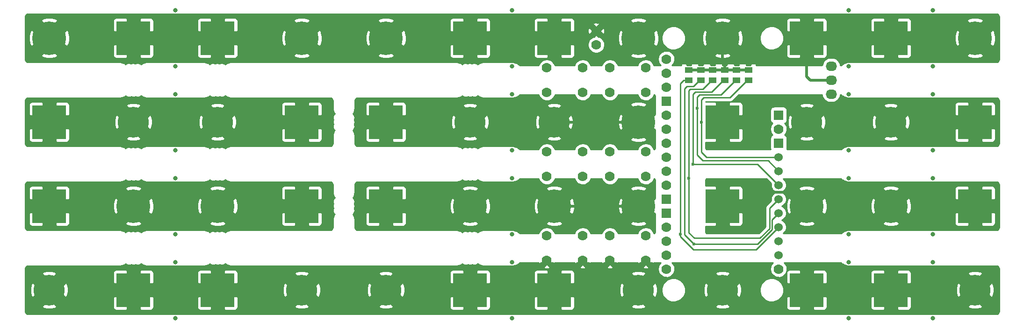
<source format=gbl>
%TF.GenerationSoftware,KiCad,Pcbnew,4.0.7-e0-6372~58~ubuntu16.04.1*%
%TF.CreationDate,2017-08-10T17:43:16+05:30*%
%TF.ProjectId,ultim_bus,756C74696D5F6275732E6B696361645F,rev?*%
%TF.FileFunction,Copper,L2,Bot,Signal*%
%FSLAX46Y46*%
G04 Gerber Fmt 4.6, Leading zero omitted, Abs format (unit mm)*
G04 Created by KiCad (PCBNEW 4.0.7-e0-6372~58~ubuntu16.04.1) date Thu Aug 10 17:43:16 2017*
%MOMM*%
%LPD*%
G01*
G04 APERTURE LIST*
%ADD10C,0.101600*%
%ADD11C,1.778000*%
%ADD12C,6.096000*%
%ADD13R,6.096000X6.096000*%
%ADD14C,5.600000*%
%ADD15O,2.032000X1.727200*%
%ADD16C,0.800000*%
%ADD17R,1.450000X1.000000*%
%ADD18R,1.778000X1.778000*%
%ADD19C,1.524000*%
%ADD20C,0.600000*%
%ADD21C,0.508000*%
%ADD22C,0.250000*%
%ADD23C,0.254000*%
G04 APERTURE END LIST*
D10*
D11*
X129615000Y-66330000D03*
X123115000Y-70830000D03*
X129615000Y-70830000D03*
X123115000Y-66330000D03*
D12*
X63500000Y-60960000D03*
X170180000Y-60960000D03*
X124460000Y-60960000D03*
X109220000Y-60960000D03*
X48260000Y-60960000D03*
X185420000Y-60960000D03*
X200660000Y-30480000D03*
X33020000Y-30480000D03*
X78740000Y-30480000D03*
X93980000Y-30480000D03*
X139700000Y-30480000D03*
X154940000Y-30480000D03*
D13*
X185420000Y-30480000D03*
X48260000Y-30480000D03*
X63500000Y-30480000D03*
X109220000Y-30480000D03*
X124460000Y-30480000D03*
X170180000Y-30480000D03*
X200660000Y-60960000D03*
X33020000Y-60960000D03*
X78740000Y-60960000D03*
X93980000Y-60960000D03*
D12*
X139700000Y-60960000D03*
D13*
X154940000Y-60960000D03*
D14*
X185420000Y-45720000D03*
D13*
X200660000Y-45720000D03*
X33020000Y-45720000D03*
D14*
X48260000Y-45720000D03*
X63500000Y-45720000D03*
D13*
X78740000Y-45720000D03*
X93980000Y-45720000D03*
D14*
X109220000Y-45720000D03*
X124460000Y-45720000D03*
D12*
X139700000Y-45720000D03*
D13*
X154940000Y-45720000D03*
D14*
X170180000Y-45720000D03*
D13*
X185420000Y-76200000D03*
D14*
X200660000Y-76200000D03*
X33020000Y-76200000D03*
D13*
X48260000Y-76200000D03*
X63500000Y-76200000D03*
D14*
X78740000Y-76200000D03*
X93980000Y-76200000D03*
D13*
X109220000Y-76200000D03*
X124460000Y-76200000D03*
D14*
X139700000Y-76200000D03*
X154940000Y-76200000D03*
D13*
X170180000Y-76200000D03*
D15*
X174625000Y-40640000D03*
X174625000Y-38100000D03*
X174625000Y-35560000D03*
D16*
X177800000Y-25400000D03*
X177800000Y-26670000D03*
X177800000Y-27940000D03*
X177800000Y-29210000D03*
X177800000Y-30480000D03*
X177800000Y-31750000D03*
X177800000Y-33020000D03*
X177800000Y-34290000D03*
X177800000Y-35560000D03*
X116840000Y-25400000D03*
X116840000Y-26670000D03*
X116840000Y-27940000D03*
X116840000Y-29210000D03*
X116840000Y-30480000D03*
X116840000Y-31750000D03*
X116840000Y-33020000D03*
X116840000Y-34290000D03*
X116840000Y-35560000D03*
X55880000Y-25400000D03*
X55880000Y-26670000D03*
X55880000Y-27940000D03*
X55880000Y-29210000D03*
X55880000Y-30480000D03*
X55880000Y-31750000D03*
X55880000Y-33020000D03*
X55880000Y-34290000D03*
X55880000Y-35560000D03*
X177800000Y-71120000D03*
X177800000Y-72390000D03*
X177800000Y-73660000D03*
X177800000Y-74930000D03*
X177800000Y-76200000D03*
X177800000Y-77470000D03*
X177800000Y-78740000D03*
X177800000Y-80010000D03*
X177800000Y-81280000D03*
X116840000Y-71120000D03*
X116840000Y-72390000D03*
X116840000Y-73660000D03*
X116840000Y-74930000D03*
X116840000Y-76200000D03*
X116840000Y-77470000D03*
X116840000Y-78740000D03*
X116840000Y-80010000D03*
X116840000Y-81280000D03*
X55880000Y-71120000D03*
X55880000Y-72390000D03*
X55880000Y-73660000D03*
X55880000Y-74930000D03*
X55880000Y-76200000D03*
X55880000Y-77470000D03*
X55880000Y-78740000D03*
X55880000Y-80010000D03*
X55880000Y-81280000D03*
X177800000Y-40640000D03*
X177800000Y-41910000D03*
X177800000Y-43180000D03*
X177800000Y-44450000D03*
X177800000Y-45720000D03*
X177800000Y-46990000D03*
X177800000Y-48260000D03*
X177800000Y-49530000D03*
X177800000Y-50800000D03*
X116840000Y-40640000D03*
X116840000Y-41910000D03*
X116840000Y-43180000D03*
X116840000Y-44450000D03*
X116840000Y-45720000D03*
X116840000Y-46990000D03*
X116840000Y-48260000D03*
X116840000Y-49530000D03*
X116840000Y-50800000D03*
X55880000Y-40640000D03*
X55880000Y-41910000D03*
X55880000Y-43180000D03*
X55880000Y-44450000D03*
X55880000Y-45720000D03*
X55880000Y-46990000D03*
X55880000Y-48260000D03*
X55880000Y-49530000D03*
X55880000Y-50800000D03*
X177800000Y-55880000D03*
X177800000Y-57150000D03*
X177800000Y-58420000D03*
X177800000Y-59690000D03*
X177800000Y-60960000D03*
X177800000Y-62230000D03*
X177800000Y-63500000D03*
X177800000Y-64770000D03*
X177800000Y-66040000D03*
X116840000Y-55880000D03*
X116840000Y-57150000D03*
X116840000Y-58420000D03*
X116840000Y-59690000D03*
X116840000Y-60960000D03*
X116840000Y-62230000D03*
X116840000Y-63500000D03*
X116840000Y-64770000D03*
X116840000Y-66040000D03*
X55880000Y-55880000D03*
X55880000Y-57150000D03*
X55880000Y-58420000D03*
X55880000Y-59690000D03*
X55880000Y-60960000D03*
X55880000Y-62230000D03*
X55880000Y-63500000D03*
X55880000Y-64770000D03*
X55880000Y-66040000D03*
D17*
X148844000Y-36261000D03*
X148844000Y-38161000D03*
X151003000Y-36261000D03*
X151003000Y-38161000D03*
X153162000Y-36261000D03*
X153162000Y-38161000D03*
X155321000Y-36261000D03*
X155321000Y-38161000D03*
X157480000Y-36261000D03*
X157480000Y-38161000D03*
X159639000Y-36261000D03*
X159639000Y-38161000D03*
D16*
X193040000Y-25400000D03*
X193040000Y-26670000D03*
X193040000Y-27940000D03*
X193040000Y-29210000D03*
X193040000Y-30480000D03*
X193040000Y-31750000D03*
X193040000Y-33020000D03*
X193040000Y-34290000D03*
X193040000Y-35560000D03*
X193040000Y-71120000D03*
X193040000Y-72390000D03*
X193040000Y-73660000D03*
X193040000Y-74930000D03*
X193040000Y-76200000D03*
X193040000Y-77470000D03*
X193040000Y-78740000D03*
X193040000Y-80010000D03*
X193040000Y-81280000D03*
X193040000Y-40640000D03*
X193040000Y-41910000D03*
X193040000Y-43180000D03*
X193040000Y-44450000D03*
X193040000Y-45720000D03*
X193040000Y-46990000D03*
X193040000Y-48260000D03*
X193040000Y-49530000D03*
X193040000Y-50800000D03*
X193040000Y-55880000D03*
X193040000Y-57150000D03*
X193040000Y-58420000D03*
X193040000Y-59690000D03*
X193040000Y-60960000D03*
X193040000Y-62230000D03*
X193040000Y-63500000D03*
X193040000Y-64770000D03*
X193040000Y-66040000D03*
D11*
X132080000Y-31710000D03*
X132080000Y-29210000D03*
X123115000Y-40350000D03*
X129615000Y-35850000D03*
X123115000Y-35850000D03*
X129615000Y-40350000D03*
X134545000Y-40350000D03*
X141045000Y-35850000D03*
X134545000Y-35850000D03*
X141045000Y-40350000D03*
X134545000Y-55590000D03*
X141045000Y-51090000D03*
X134545000Y-51090000D03*
X141045000Y-55590000D03*
X123115000Y-55590000D03*
X129615000Y-51090000D03*
X123115000Y-51090000D03*
X129615000Y-55590000D03*
X141045000Y-66330000D03*
X134545000Y-70830000D03*
X141045000Y-70830000D03*
X134545000Y-66330000D03*
D18*
X144780000Y-41910000D03*
X165100000Y-44450000D03*
X165100000Y-49530000D03*
X144780000Y-59690000D03*
X144780000Y-62230000D03*
D11*
X144780000Y-34290000D03*
X144780000Y-36830000D03*
X144780000Y-39370000D03*
X144780000Y-44450000D03*
X144780000Y-46990000D03*
X144780000Y-49530000D03*
X144780000Y-52070000D03*
X144780000Y-54610000D03*
X144780000Y-57150000D03*
X144780000Y-64770000D03*
X144780000Y-67310000D03*
X144780000Y-69850000D03*
X144780000Y-72390000D03*
X165100000Y-72390000D03*
D19*
X165100000Y-69850000D03*
X165100000Y-67310000D03*
X165100000Y-64770000D03*
X165100000Y-62230000D03*
X165100000Y-59690000D03*
X165100000Y-57150000D03*
X165100000Y-54610000D03*
X165100000Y-52070000D03*
D11*
X165100000Y-46990000D03*
D20*
X147320000Y-66042822D03*
X149731589Y-67818000D03*
X148844000Y-55880000D03*
X149606000Y-53340000D03*
X150368000Y-43180000D03*
X151129992Y-45720000D03*
D21*
X161036000Y-58420000D02*
X167640000Y-58420000D01*
X167640000Y-58420000D02*
X170180000Y-60960000D01*
X154940000Y-60960000D02*
X158496000Y-60960000D01*
X158496000Y-60960000D02*
X161036000Y-58420000D01*
X154940000Y-34872000D02*
X154940000Y-30480000D01*
X155321000Y-36261000D02*
X155321000Y-35253000D01*
X155321000Y-35253000D02*
X154940000Y-34872000D01*
X157480000Y-36261000D02*
X159639000Y-36261000D01*
X155321000Y-36261000D02*
X157480000Y-36261000D01*
X153162000Y-36261000D02*
X155321000Y-36261000D01*
X151003000Y-36261000D02*
X153162000Y-36261000D01*
X148844000Y-36261000D02*
X151003000Y-36261000D01*
X174625000Y-38100000D02*
X170815000Y-38100000D01*
X170815000Y-38100000D02*
X170180000Y-37465000D01*
X170180000Y-37465000D02*
X170180000Y-30480000D01*
X139700000Y-45720000D02*
X124460000Y-45720000D01*
X124460000Y-60960000D02*
X139700000Y-60960000D01*
D22*
X147320000Y-38710000D02*
X147320000Y-66042822D01*
X148844000Y-38161000D02*
X147869000Y-38161000D01*
X147869000Y-38161000D02*
X147320000Y-38710000D01*
X164338001Y-65531999D02*
X165100000Y-64770000D01*
X161036000Y-68834000D02*
X164338001Y-65531999D01*
X149686914Y-68834000D02*
X161036000Y-68834000D01*
X147320000Y-66467086D02*
X149686914Y-68834000D01*
X147320000Y-66042822D02*
X147320000Y-66467086D01*
X148463000Y-39243000D02*
X149696000Y-39243000D01*
X149696000Y-39243000D02*
X150778000Y-38161000D01*
X150778000Y-38161000D02*
X151003000Y-38161000D01*
X148463000Y-39243000D02*
X148082000Y-39624000D01*
X148082000Y-39624000D02*
X148082000Y-66168411D01*
X148082000Y-66168411D02*
X149731589Y-67818000D01*
X149731589Y-67818000D02*
X161291411Y-67818000D01*
X161291411Y-67818000D02*
X163899011Y-65210400D01*
X163899011Y-65210400D02*
X163899011Y-63430989D01*
X164338001Y-62991999D02*
X165100000Y-62230000D01*
X163899011Y-63430989D02*
X164338001Y-62991999D01*
X149987000Y-39751000D02*
X149098000Y-39751000D01*
X149987000Y-39751000D02*
X151347000Y-39751000D01*
X150241000Y-39751000D02*
X149987000Y-39751000D01*
X151347000Y-39751000D02*
X152937000Y-38161000D01*
X152937000Y-38161000D02*
X153162000Y-38161000D01*
X149098000Y-39751000D02*
X148844000Y-40005000D01*
X148844000Y-41238000D02*
X148844000Y-55880000D01*
X148844000Y-40005000D02*
X148844000Y-41238000D01*
X148844000Y-55880000D02*
X148844000Y-65786000D01*
X163449000Y-65024000D02*
X163449000Y-61341000D01*
X148844000Y-65786000D02*
X149848978Y-66790978D01*
X149848978Y-66790978D02*
X161682022Y-66790978D01*
X161682022Y-66790978D02*
X163449000Y-65024000D01*
X163449000Y-61341000D02*
X164338001Y-60451999D01*
X164338001Y-60451999D02*
X165100000Y-59690000D01*
X151257000Y-40259000D02*
X149987000Y-40259000D01*
X151257000Y-40259000D02*
X152998000Y-40259000D01*
X152998000Y-40259000D02*
X155096000Y-38161000D01*
X155096000Y-38161000D02*
X155321000Y-38161000D01*
X149987000Y-40259000D02*
X149606000Y-40640000D01*
X149606000Y-40640000D02*
X149606000Y-41402000D01*
X149606000Y-53340000D02*
X161290000Y-53340000D01*
X161290000Y-53340000D02*
X165100000Y-57150000D01*
X149606000Y-41402000D02*
X149606000Y-53340000D01*
X151638000Y-40767000D02*
X150749000Y-40767000D01*
X154649000Y-40767000D02*
X157255000Y-38161000D01*
X157255000Y-38161000D02*
X157480000Y-38161000D01*
X151638000Y-40767000D02*
X154649000Y-40767000D01*
X150749000Y-40767000D02*
X150368000Y-41148000D01*
X150368000Y-41148000D02*
X150368000Y-42755736D01*
X150368000Y-42755736D02*
X150368000Y-43180000D01*
X165100000Y-54610000D02*
X163195000Y-52705000D01*
X163195000Y-52705000D02*
X151384000Y-52705000D01*
X150368000Y-51689000D02*
X150368000Y-43604264D01*
X151384000Y-52705000D02*
X150368000Y-51689000D01*
X150368000Y-43604264D02*
X150368000Y-43180000D01*
X152654000Y-41275000D02*
X151510992Y-41275000D01*
X152654000Y-41275000D02*
X156300000Y-41275000D01*
X156300000Y-41275000D02*
X159414000Y-38161000D01*
X159414000Y-38161000D02*
X159639000Y-38161000D01*
X151510992Y-41275000D02*
X151129992Y-41656000D01*
X151129992Y-41656000D02*
X151129992Y-45295736D01*
X151129992Y-45295736D02*
X151129992Y-45720000D01*
X151129992Y-51181000D02*
X151129992Y-46144264D01*
X165100000Y-52070000D02*
X152018992Y-52070000D01*
X152018992Y-52070000D02*
X151129992Y-51181000D01*
X151129992Y-46144264D02*
X151129992Y-45720000D01*
D23*
G36*
X204578109Y-26124005D02*
X204682101Y-26155402D01*
X204778014Y-26206399D01*
X204862194Y-26275055D01*
X204931440Y-26358758D01*
X204983105Y-26454311D01*
X205015227Y-26558078D01*
X205030000Y-26698641D01*
X205030000Y-34255280D01*
X205015995Y-34398109D01*
X204984599Y-34502099D01*
X204933601Y-34598013D01*
X204864941Y-34682199D01*
X204781243Y-34751439D01*
X204685689Y-34803105D01*
X204581922Y-34835227D01*
X204441359Y-34850000D01*
X177800000Y-34850000D01*
X177799874Y-34850012D01*
X177797517Y-34850004D01*
X177788651Y-34850035D01*
X177757796Y-34853169D01*
X177726786Y-34852953D01*
X177716920Y-34853920D01*
X177470417Y-34879828D01*
X177407399Y-34892764D01*
X177344167Y-34904826D01*
X177334677Y-34907692D01*
X177097901Y-34980987D01*
X177038597Y-35005916D01*
X176978915Y-35030029D01*
X176970163Y-35034683D01*
X176752133Y-35152571D01*
X176698805Y-35188541D01*
X176644935Y-35223793D01*
X176637253Y-35230059D01*
X176446273Y-35388051D01*
X176401637Y-35433000D01*
X176271441Y-35433000D01*
X176257444Y-35279190D01*
X176174866Y-34998615D01*
X176039363Y-34739422D01*
X175856097Y-34511485D01*
X175632048Y-34323485D01*
X175375749Y-34182584D01*
X175096964Y-34094148D01*
X174806312Y-34061546D01*
X174785388Y-34061400D01*
X174464612Y-34061400D01*
X174173532Y-34089941D01*
X173893540Y-34174475D01*
X173635299Y-34311784D01*
X173408647Y-34496637D01*
X173222216Y-34721994D01*
X173083108Y-34979269D01*
X172996621Y-35258665D01*
X172978298Y-35433000D01*
X160999000Y-35433000D01*
X160999000Y-35117998D01*
X160364000Y-35117998D01*
X160364000Y-35126000D01*
X160160250Y-35126000D01*
X160001500Y-35284750D01*
X160001500Y-35433000D01*
X159276500Y-35433000D01*
X159276500Y-35284750D01*
X159117750Y-35126000D01*
X158914000Y-35126000D01*
X158914000Y-35117998D01*
X158205000Y-35117998D01*
X158205000Y-35126000D01*
X158001250Y-35126000D01*
X157842500Y-35284750D01*
X157842500Y-35433000D01*
X157117500Y-35433000D01*
X157117500Y-35284750D01*
X156958750Y-35126000D01*
X156755000Y-35126000D01*
X156755000Y-35117998D01*
X156046000Y-35117998D01*
X156046000Y-35126000D01*
X155842250Y-35126000D01*
X155683500Y-35284750D01*
X155683500Y-35433000D01*
X154958500Y-35433000D01*
X154958500Y-35284750D01*
X154799750Y-35126000D01*
X154596000Y-35126000D01*
X154596000Y-35117998D01*
X153887000Y-35117998D01*
X153887000Y-35126000D01*
X153683250Y-35126000D01*
X153524500Y-35284750D01*
X153524500Y-35433000D01*
X152799500Y-35433000D01*
X152799500Y-35284750D01*
X152640750Y-35126000D01*
X152437000Y-35126000D01*
X152437000Y-35117998D01*
X151728000Y-35117998D01*
X151728000Y-35126000D01*
X151524250Y-35126000D01*
X151365500Y-35284750D01*
X151365500Y-35433000D01*
X150640500Y-35433000D01*
X150640500Y-35284750D01*
X150481750Y-35126000D01*
X150278000Y-35126000D01*
X150278000Y-35117998D01*
X149569000Y-35117998D01*
X149569000Y-35126000D01*
X149365250Y-35126000D01*
X149206500Y-35284750D01*
X149206500Y-35433000D01*
X148481500Y-35433000D01*
X148481500Y-35284750D01*
X148322750Y-35126000D01*
X148119000Y-35126000D01*
X148119000Y-35117998D01*
X147484000Y-35117998D01*
X147484000Y-35433000D01*
X145789741Y-35433000D01*
X145939243Y-35290631D01*
X146111522Y-35046410D01*
X146233084Y-34773377D01*
X146299299Y-34481932D01*
X146304065Y-34140564D01*
X146246014Y-33847384D01*
X146168309Y-33658857D01*
X153377589Y-33658857D01*
X153795768Y-33999489D01*
X154504372Y-34155092D01*
X155229717Y-34169463D01*
X155943928Y-34042050D01*
X156084232Y-33999489D01*
X156502411Y-33658857D01*
X154940000Y-32096446D01*
X153377589Y-33658857D01*
X146168309Y-33658857D01*
X146132123Y-33571063D01*
X145966730Y-33322127D01*
X145756135Y-33110056D01*
X145508359Y-32942929D01*
X145232840Y-32827112D01*
X144940072Y-32767015D01*
X144641208Y-32764929D01*
X144347630Y-32820932D01*
X144070520Y-32932891D01*
X143820435Y-33096542D01*
X143606899Y-33305652D01*
X143438047Y-33552255D01*
X143320309Y-33826959D01*
X143258170Y-34119299D01*
X143253997Y-34418142D01*
X143307949Y-34712104D01*
X143417971Y-34989988D01*
X143579872Y-35241210D01*
X143765082Y-35433000D01*
X142516086Y-35433000D01*
X142511014Y-35407384D01*
X142397123Y-35131063D01*
X142231730Y-34882127D01*
X142021135Y-34670056D01*
X141773359Y-34502929D01*
X141497840Y-34387112D01*
X141205072Y-34327015D01*
X140906208Y-34324929D01*
X140612630Y-34380932D01*
X140335520Y-34492891D01*
X140085435Y-34656542D01*
X139871899Y-34865652D01*
X139703047Y-35112255D01*
X139585309Y-35386959D01*
X139575523Y-35433000D01*
X136016086Y-35433000D01*
X136011014Y-35407384D01*
X135897123Y-35131063D01*
X135731730Y-34882127D01*
X135521135Y-34670056D01*
X135273359Y-34502929D01*
X134997840Y-34387112D01*
X134705072Y-34327015D01*
X134406208Y-34324929D01*
X134112630Y-34380932D01*
X133835520Y-34492891D01*
X133585435Y-34656542D01*
X133371899Y-34865652D01*
X133203047Y-35112255D01*
X133085309Y-35386959D01*
X133075523Y-35433000D01*
X131086086Y-35433000D01*
X131081014Y-35407384D01*
X130967123Y-35131063D01*
X130801730Y-34882127D01*
X130591135Y-34670056D01*
X130343359Y-34502929D01*
X130067840Y-34387112D01*
X129775072Y-34327015D01*
X129476208Y-34324929D01*
X129182630Y-34380932D01*
X128905520Y-34492891D01*
X128655435Y-34656542D01*
X128441899Y-34865652D01*
X128273047Y-35112255D01*
X128155309Y-35386959D01*
X128145523Y-35433000D01*
X124586086Y-35433000D01*
X124581014Y-35407384D01*
X124467123Y-35131063D01*
X124301730Y-34882127D01*
X124091135Y-34670056D01*
X123843359Y-34502929D01*
X123567840Y-34387112D01*
X123275072Y-34327015D01*
X122976208Y-34324929D01*
X122682630Y-34380932D01*
X122405520Y-34492891D01*
X122155435Y-34656542D01*
X121941899Y-34865652D01*
X121773047Y-35112255D01*
X121655309Y-35386959D01*
X121645523Y-35433000D01*
X118238372Y-35433000D01*
X118236294Y-35430936D01*
X118191264Y-35384953D01*
X118183626Y-35378634D01*
X117991548Y-35221979D01*
X117937959Y-35186375D01*
X117884850Y-35150011D01*
X117876130Y-35145296D01*
X117657283Y-35028934D01*
X117597792Y-35004413D01*
X117538643Y-34979062D01*
X117529173Y-34976131D01*
X117529175Y-34976131D01*
X117529167Y-34976129D01*
X117291892Y-34904491D01*
X117228795Y-34891997D01*
X117165821Y-34878612D01*
X117155966Y-34877576D01*
X117155962Y-34877576D01*
X116909284Y-34853389D01*
X116879511Y-34853389D01*
X116849913Y-34850069D01*
X116840000Y-34850000D01*
X111760000Y-34850000D01*
X111759874Y-34850012D01*
X111757517Y-34850004D01*
X111748651Y-34850035D01*
X111717796Y-34853169D01*
X111686786Y-34852953D01*
X111676920Y-34853920D01*
X111430417Y-34879828D01*
X111367399Y-34892764D01*
X111304167Y-34904826D01*
X111294677Y-34907692D01*
X111057901Y-34980987D01*
X110998597Y-35005916D01*
X110938915Y-35030029D01*
X110930163Y-35034683D01*
X110712133Y-35152571D01*
X110658805Y-35188541D01*
X110604935Y-35223793D01*
X110599879Y-35227917D01*
X110586850Y-35214796D01*
X110442964Y-35117744D01*
X110282968Y-35050488D01*
X110112955Y-35015590D01*
X109939402Y-35014378D01*
X109768919Y-35046899D01*
X109618757Y-35107568D01*
X109482968Y-35050488D01*
X109312955Y-35015590D01*
X109139402Y-35014378D01*
X108968919Y-35046899D01*
X108818757Y-35107568D01*
X108682968Y-35050488D01*
X108512955Y-35015590D01*
X108339402Y-35014378D01*
X108168919Y-35046899D01*
X108007999Y-35111915D01*
X107862773Y-35206949D01*
X107840210Y-35229044D01*
X107831548Y-35221979D01*
X107777959Y-35186375D01*
X107724850Y-35150011D01*
X107716130Y-35145296D01*
X107497283Y-35028934D01*
X107437792Y-35004413D01*
X107378643Y-34979062D01*
X107369173Y-34976131D01*
X107369175Y-34976131D01*
X107369167Y-34976129D01*
X107131892Y-34904491D01*
X107068795Y-34891997D01*
X107005821Y-34878612D01*
X106995966Y-34877576D01*
X106995962Y-34877576D01*
X106749284Y-34853389D01*
X106719511Y-34853389D01*
X106689913Y-34850069D01*
X106680000Y-34850000D01*
X66040000Y-34850000D01*
X66039874Y-34850012D01*
X66037517Y-34850004D01*
X66028651Y-34850035D01*
X65997796Y-34853169D01*
X65966786Y-34852953D01*
X65956920Y-34853920D01*
X65710417Y-34879828D01*
X65647399Y-34892764D01*
X65584167Y-34904826D01*
X65574677Y-34907692D01*
X65337901Y-34980987D01*
X65278597Y-35005916D01*
X65218915Y-35030029D01*
X65210163Y-35034683D01*
X64992133Y-35152571D01*
X64938805Y-35188541D01*
X64884935Y-35223793D01*
X64879879Y-35227917D01*
X64866850Y-35214796D01*
X64722964Y-35117744D01*
X64562968Y-35050488D01*
X64392955Y-35015590D01*
X64219402Y-35014378D01*
X64048919Y-35046899D01*
X63898757Y-35107568D01*
X63762968Y-35050488D01*
X63592955Y-35015590D01*
X63419402Y-35014378D01*
X63248919Y-35046899D01*
X63098757Y-35107568D01*
X62962968Y-35050488D01*
X62792955Y-35015590D01*
X62619402Y-35014378D01*
X62448919Y-35046899D01*
X62287999Y-35111915D01*
X62142773Y-35206949D01*
X62120210Y-35229044D01*
X62111548Y-35221979D01*
X62057959Y-35186375D01*
X62004850Y-35150011D01*
X61996130Y-35145296D01*
X61777283Y-35028934D01*
X61717792Y-35004413D01*
X61658643Y-34979062D01*
X61649173Y-34976131D01*
X61649175Y-34976131D01*
X61649167Y-34976129D01*
X61411892Y-34904491D01*
X61348795Y-34891997D01*
X61285821Y-34878612D01*
X61275966Y-34877576D01*
X61275962Y-34877576D01*
X61029284Y-34853389D01*
X60999511Y-34853389D01*
X60969913Y-34850069D01*
X60960000Y-34850000D01*
X50800000Y-34850000D01*
X50799874Y-34850012D01*
X50797517Y-34850004D01*
X50788651Y-34850035D01*
X50757796Y-34853169D01*
X50726786Y-34852953D01*
X50716920Y-34853920D01*
X50470417Y-34879828D01*
X50407399Y-34892764D01*
X50344167Y-34904826D01*
X50334677Y-34907692D01*
X50097901Y-34980987D01*
X50038597Y-35005916D01*
X49978915Y-35030029D01*
X49970163Y-35034683D01*
X49752133Y-35152571D01*
X49698805Y-35188541D01*
X49644935Y-35223793D01*
X49639879Y-35227917D01*
X49626850Y-35214796D01*
X49482964Y-35117744D01*
X49322968Y-35050488D01*
X49152955Y-35015590D01*
X48979402Y-35014378D01*
X48808919Y-35046899D01*
X48658757Y-35107568D01*
X48522968Y-35050488D01*
X48352955Y-35015590D01*
X48179402Y-35014378D01*
X48008919Y-35046899D01*
X47858757Y-35107568D01*
X47722968Y-35050488D01*
X47552955Y-35015590D01*
X47379402Y-35014378D01*
X47208919Y-35046899D01*
X47047999Y-35111915D01*
X46902773Y-35206949D01*
X46880210Y-35229044D01*
X46871548Y-35221979D01*
X46817959Y-35186375D01*
X46764850Y-35150011D01*
X46756130Y-35145296D01*
X46537283Y-35028934D01*
X46477792Y-35004413D01*
X46418643Y-34979062D01*
X46409173Y-34976131D01*
X46409175Y-34976131D01*
X46409167Y-34976129D01*
X46171892Y-34904491D01*
X46108795Y-34891997D01*
X46045821Y-34878612D01*
X46035966Y-34877576D01*
X46035962Y-34877576D01*
X45789284Y-34853389D01*
X45759511Y-34853389D01*
X45729913Y-34850069D01*
X45720000Y-34850000D01*
X29244720Y-34850000D01*
X29101891Y-34835995D01*
X28997901Y-34804599D01*
X28901987Y-34753601D01*
X28817801Y-34684941D01*
X28748561Y-34601243D01*
X28696895Y-34505689D01*
X28664773Y-34401922D01*
X28650000Y-34261359D01*
X28650000Y-33658857D01*
X31457589Y-33658857D01*
X31875768Y-33999489D01*
X32584372Y-34155092D01*
X33309717Y-34169463D01*
X34023928Y-34042050D01*
X34164232Y-33999489D01*
X34582411Y-33658857D01*
X33020000Y-32096446D01*
X31457589Y-33658857D01*
X28650000Y-33658857D01*
X28650000Y-30769717D01*
X29330537Y-30769717D01*
X29457950Y-31483928D01*
X29500511Y-31624232D01*
X29841143Y-32042411D01*
X31403554Y-30480000D01*
X34636446Y-30480000D01*
X36198857Y-32042411D01*
X36411181Y-31781750D01*
X44577000Y-31781750D01*
X44577000Y-33590542D01*
X44601403Y-33713223D01*
X44649270Y-33828785D01*
X44718763Y-33932789D01*
X44807211Y-34021237D01*
X44911215Y-34090730D01*
X45026777Y-34138597D01*
X45149458Y-34163000D01*
X46958250Y-34163000D01*
X47117000Y-34004250D01*
X47117000Y-31623000D01*
X49403000Y-31623000D01*
X49403000Y-34004250D01*
X49561750Y-34163000D01*
X51370542Y-34163000D01*
X51493223Y-34138597D01*
X51608785Y-34090730D01*
X51712789Y-34021237D01*
X51801237Y-33932789D01*
X51870730Y-33828785D01*
X51918597Y-33713223D01*
X51943000Y-33590542D01*
X51943000Y-31781750D01*
X59817000Y-31781750D01*
X59817000Y-33590542D01*
X59841403Y-33713223D01*
X59889270Y-33828785D01*
X59958763Y-33932789D01*
X60047211Y-34021237D01*
X60151215Y-34090730D01*
X60266777Y-34138597D01*
X60389458Y-34163000D01*
X62198250Y-34163000D01*
X62357000Y-34004250D01*
X62357000Y-31623000D01*
X64643000Y-31623000D01*
X64643000Y-34004250D01*
X64801750Y-34163000D01*
X66610542Y-34163000D01*
X66733223Y-34138597D01*
X66848785Y-34090730D01*
X66952789Y-34021237D01*
X67041237Y-33932789D01*
X67110730Y-33828785D01*
X67158597Y-33713223D01*
X67169411Y-33658857D01*
X77177589Y-33658857D01*
X77595768Y-33999489D01*
X78304372Y-34155092D01*
X79029717Y-34169463D01*
X79743928Y-34042050D01*
X79884232Y-33999489D01*
X80302411Y-33658857D01*
X92417589Y-33658857D01*
X92835768Y-33999489D01*
X93544372Y-34155092D01*
X94269717Y-34169463D01*
X94983928Y-34042050D01*
X95124232Y-33999489D01*
X95542411Y-33658857D01*
X93980000Y-32096446D01*
X92417589Y-33658857D01*
X80302411Y-33658857D01*
X78740000Y-32096446D01*
X77177589Y-33658857D01*
X67169411Y-33658857D01*
X67183000Y-33590542D01*
X67183000Y-31781750D01*
X67024250Y-31623000D01*
X64643000Y-31623000D01*
X62357000Y-31623000D01*
X59975750Y-31623000D01*
X59817000Y-31781750D01*
X51943000Y-31781750D01*
X51784250Y-31623000D01*
X49403000Y-31623000D01*
X47117000Y-31623000D01*
X44735750Y-31623000D01*
X44577000Y-31781750D01*
X36411181Y-31781750D01*
X36539489Y-31624232D01*
X36695092Y-30915628D01*
X36697982Y-30769717D01*
X75050537Y-30769717D01*
X75177950Y-31483928D01*
X75220511Y-31624232D01*
X75561143Y-32042411D01*
X77123554Y-30480000D01*
X80356446Y-30480000D01*
X81918857Y-32042411D01*
X82259489Y-31624232D01*
X82415092Y-30915628D01*
X82417982Y-30769717D01*
X90290537Y-30769717D01*
X90417950Y-31483928D01*
X90460511Y-31624232D01*
X90801143Y-32042411D01*
X92363554Y-30480000D01*
X95596446Y-30480000D01*
X97158857Y-32042411D01*
X97371181Y-31781750D01*
X105537000Y-31781750D01*
X105537000Y-33590542D01*
X105561403Y-33713223D01*
X105609270Y-33828785D01*
X105678763Y-33932789D01*
X105767211Y-34021237D01*
X105871215Y-34090730D01*
X105986777Y-34138597D01*
X106109458Y-34163000D01*
X107918250Y-34163000D01*
X108077000Y-34004250D01*
X108077000Y-31623000D01*
X110363000Y-31623000D01*
X110363000Y-34004250D01*
X110521750Y-34163000D01*
X112330542Y-34163000D01*
X112453223Y-34138597D01*
X112568785Y-34090730D01*
X112672789Y-34021237D01*
X112761237Y-33932789D01*
X112830730Y-33828785D01*
X112878597Y-33713223D01*
X112903000Y-33590542D01*
X112903000Y-31781750D01*
X120777000Y-31781750D01*
X120777000Y-33590542D01*
X120801403Y-33713223D01*
X120849270Y-33828785D01*
X120918763Y-33932789D01*
X121007211Y-34021237D01*
X121111215Y-34090730D01*
X121226777Y-34138597D01*
X121349458Y-34163000D01*
X123158250Y-34163000D01*
X123317000Y-34004250D01*
X123317000Y-31623000D01*
X125603000Y-31623000D01*
X125603000Y-34004250D01*
X125761750Y-34163000D01*
X127570542Y-34163000D01*
X127693223Y-34138597D01*
X127808785Y-34090730D01*
X127912789Y-34021237D01*
X128001237Y-33932789D01*
X128070730Y-33828785D01*
X128118597Y-33713223D01*
X128129411Y-33658857D01*
X138137589Y-33658857D01*
X138555768Y-33999489D01*
X139264372Y-34155092D01*
X139989717Y-34169463D01*
X140703928Y-34042050D01*
X140844232Y-33999489D01*
X141262411Y-33658857D01*
X139700000Y-32096446D01*
X138137589Y-33658857D01*
X128129411Y-33658857D01*
X128143000Y-33590542D01*
X128143000Y-31838142D01*
X130553997Y-31838142D01*
X130607949Y-32132104D01*
X130717971Y-32409988D01*
X130879872Y-32661210D01*
X131087486Y-32876200D01*
X131332904Y-33046770D01*
X131606779Y-33166423D01*
X131898679Y-33230602D01*
X132197486Y-33236861D01*
X132491817Y-33184962D01*
X132770462Y-33076883D01*
X133022808Y-32916739D01*
X133239243Y-32710631D01*
X133411522Y-32466410D01*
X133533084Y-32193377D01*
X133599299Y-31901932D01*
X133604065Y-31560564D01*
X133546014Y-31267384D01*
X133432123Y-30991063D01*
X133285061Y-30769717D01*
X136010537Y-30769717D01*
X136137950Y-31483928D01*
X136180511Y-31624232D01*
X136521143Y-32042411D01*
X138083554Y-30480000D01*
X141316446Y-30480000D01*
X142878857Y-32042411D01*
X143219489Y-31624232D01*
X143375092Y-30915628D01*
X143380126Y-30661535D01*
X143888163Y-30661535D01*
X143964595Y-31077980D01*
X144120459Y-31471649D01*
X144349819Y-31827547D01*
X144643939Y-32132116D01*
X144991615Y-32373757D01*
X145379604Y-32543266D01*
X145793129Y-32634185D01*
X146216438Y-32643052D01*
X146633407Y-32569529D01*
X147028154Y-32416417D01*
X147385644Y-32189547D01*
X147692260Y-31897561D01*
X147936322Y-31551580D01*
X148108535Y-31164784D01*
X148198291Y-30769717D01*
X151250537Y-30769717D01*
X151377950Y-31483928D01*
X151420511Y-31624232D01*
X151761143Y-32042411D01*
X153323554Y-30480000D01*
X156556446Y-30480000D01*
X158118857Y-32042411D01*
X158459489Y-31624232D01*
X158615092Y-30915628D01*
X158620126Y-30661535D01*
X161668163Y-30661535D01*
X161744595Y-31077980D01*
X161900459Y-31471649D01*
X162129819Y-31827547D01*
X162423939Y-32132116D01*
X162771615Y-32373757D01*
X163159604Y-32543266D01*
X163573129Y-32634185D01*
X163996438Y-32643052D01*
X164413407Y-32569529D01*
X164808154Y-32416417D01*
X165165644Y-32189547D01*
X165472260Y-31897561D01*
X165553955Y-31781750D01*
X166497000Y-31781750D01*
X166497000Y-33590542D01*
X166521403Y-33713223D01*
X166569270Y-33828785D01*
X166638763Y-33932789D01*
X166727211Y-34021237D01*
X166831215Y-34090730D01*
X166946777Y-34138597D01*
X167069458Y-34163000D01*
X168878250Y-34163000D01*
X169037000Y-34004250D01*
X169037000Y-31623000D01*
X171323000Y-31623000D01*
X171323000Y-34004250D01*
X171481750Y-34163000D01*
X173290542Y-34163000D01*
X173413223Y-34138597D01*
X173528785Y-34090730D01*
X173632789Y-34021237D01*
X173721237Y-33932789D01*
X173790730Y-33828785D01*
X173838597Y-33713223D01*
X173863000Y-33590542D01*
X173863000Y-31781750D01*
X181737000Y-31781750D01*
X181737000Y-33590542D01*
X181761403Y-33713223D01*
X181809270Y-33828785D01*
X181878763Y-33932789D01*
X181967211Y-34021237D01*
X182071215Y-34090730D01*
X182186777Y-34138597D01*
X182309458Y-34163000D01*
X184118250Y-34163000D01*
X184277000Y-34004250D01*
X184277000Y-31623000D01*
X186563000Y-31623000D01*
X186563000Y-34004250D01*
X186721750Y-34163000D01*
X188530542Y-34163000D01*
X188653223Y-34138597D01*
X188768785Y-34090730D01*
X188872789Y-34021237D01*
X188961237Y-33932789D01*
X189030730Y-33828785D01*
X189078597Y-33713223D01*
X189089411Y-33658857D01*
X199097589Y-33658857D01*
X199515768Y-33999489D01*
X200224372Y-34155092D01*
X200949717Y-34169463D01*
X201663928Y-34042050D01*
X201804232Y-33999489D01*
X202222411Y-33658857D01*
X200660000Y-32096446D01*
X199097589Y-33658857D01*
X189089411Y-33658857D01*
X189103000Y-33590542D01*
X189103000Y-31781750D01*
X188944250Y-31623000D01*
X186563000Y-31623000D01*
X184277000Y-31623000D01*
X181895750Y-31623000D01*
X181737000Y-31781750D01*
X173863000Y-31781750D01*
X173704250Y-31623000D01*
X171323000Y-31623000D01*
X169037000Y-31623000D01*
X166655750Y-31623000D01*
X166497000Y-31781750D01*
X165553955Y-31781750D01*
X165716322Y-31551580D01*
X165888535Y-31164784D01*
X165978291Y-30769717D01*
X196970537Y-30769717D01*
X197097950Y-31483928D01*
X197140511Y-31624232D01*
X197481143Y-32042411D01*
X199043554Y-30480000D01*
X202276446Y-30480000D01*
X203838857Y-32042411D01*
X204179489Y-31624232D01*
X204335092Y-30915628D01*
X204349463Y-30190283D01*
X204222050Y-29476072D01*
X204179489Y-29335768D01*
X203838857Y-28917589D01*
X202276446Y-30480000D01*
X199043554Y-30480000D01*
X197481143Y-28917589D01*
X197140511Y-29335768D01*
X196984908Y-30044372D01*
X196970537Y-30769717D01*
X165978291Y-30769717D01*
X165982339Y-30751904D01*
X165989092Y-30268299D01*
X165906853Y-29852961D01*
X165745507Y-29461507D01*
X165511200Y-29108847D01*
X165212857Y-28808413D01*
X164861841Y-28571650D01*
X164471523Y-28407575D01*
X164056769Y-28322438D01*
X163633378Y-28319483D01*
X163217475Y-28398820D01*
X162824904Y-28557429D01*
X162470617Y-28789268D01*
X162168108Y-29085507D01*
X161928900Y-29434861D01*
X161762104Y-29824025D01*
X161674074Y-30238174D01*
X161668163Y-30661535D01*
X158620126Y-30661535D01*
X158629463Y-30190283D01*
X158502050Y-29476072D01*
X158459489Y-29335768D01*
X158118857Y-28917589D01*
X156556446Y-30480000D01*
X153323554Y-30480000D01*
X151761143Y-28917589D01*
X151420511Y-29335768D01*
X151264908Y-30044372D01*
X151250537Y-30769717D01*
X148198291Y-30769717D01*
X148202339Y-30751904D01*
X148209092Y-30268299D01*
X148126853Y-29852961D01*
X147965507Y-29461507D01*
X147731200Y-29108847D01*
X147432857Y-28808413D01*
X147081841Y-28571650D01*
X146691523Y-28407575D01*
X146276769Y-28322438D01*
X145853378Y-28319483D01*
X145437475Y-28398820D01*
X145044904Y-28557429D01*
X144690617Y-28789268D01*
X144388108Y-29085507D01*
X144148900Y-29434861D01*
X143982104Y-29824025D01*
X143894074Y-30238174D01*
X143888163Y-30661535D01*
X143380126Y-30661535D01*
X143389463Y-30190283D01*
X143262050Y-29476072D01*
X143219489Y-29335768D01*
X142878857Y-28917589D01*
X141316446Y-30480000D01*
X138083554Y-30480000D01*
X136521143Y-28917589D01*
X136180511Y-29335768D01*
X136024908Y-30044372D01*
X136010537Y-30769717D01*
X133285061Y-30769717D01*
X133266730Y-30742127D01*
X133056135Y-30530056D01*
X132808359Y-30362929D01*
X132532840Y-30247112D01*
X132477040Y-30235658D01*
X132080000Y-29838618D01*
X131684771Y-30233847D01*
X131647630Y-30240932D01*
X131370520Y-30352891D01*
X131120435Y-30516542D01*
X130906899Y-30725652D01*
X130738047Y-30972255D01*
X130620309Y-31246959D01*
X130558170Y-31539299D01*
X130553997Y-31838142D01*
X128143000Y-31838142D01*
X128143000Y-31781750D01*
X127984250Y-31623000D01*
X125603000Y-31623000D01*
X123317000Y-31623000D01*
X120935750Y-31623000D01*
X120777000Y-31781750D01*
X112903000Y-31781750D01*
X112744250Y-31623000D01*
X110363000Y-31623000D01*
X108077000Y-31623000D01*
X105695750Y-31623000D01*
X105537000Y-31781750D01*
X97371181Y-31781750D01*
X97499489Y-31624232D01*
X97655092Y-30915628D01*
X97669463Y-30190283D01*
X97542050Y-29476072D01*
X97499489Y-29335768D01*
X97158857Y-28917589D01*
X95596446Y-30480000D01*
X92363554Y-30480000D01*
X90801143Y-28917589D01*
X90460511Y-29335768D01*
X90304908Y-30044372D01*
X90290537Y-30769717D01*
X82417982Y-30769717D01*
X82429463Y-30190283D01*
X82302050Y-29476072D01*
X82259489Y-29335768D01*
X81918857Y-28917589D01*
X80356446Y-30480000D01*
X77123554Y-30480000D01*
X75561143Y-28917589D01*
X75220511Y-29335768D01*
X75064908Y-30044372D01*
X75050537Y-30769717D01*
X36697982Y-30769717D01*
X36709463Y-30190283D01*
X36582050Y-29476072D01*
X36539489Y-29335768D01*
X36198857Y-28917589D01*
X34636446Y-30480000D01*
X31403554Y-30480000D01*
X29841143Y-28917589D01*
X29500511Y-29335768D01*
X29344908Y-30044372D01*
X29330537Y-30769717D01*
X28650000Y-30769717D01*
X28650000Y-27301143D01*
X31457589Y-27301143D01*
X33020000Y-28863554D01*
X34514096Y-27369458D01*
X44577000Y-27369458D01*
X44577000Y-29178250D01*
X44735750Y-29337000D01*
X47117000Y-29337000D01*
X47117000Y-26955750D01*
X49403000Y-26955750D01*
X49403000Y-29337000D01*
X51784250Y-29337000D01*
X51943000Y-29178250D01*
X51943000Y-27369458D01*
X59817000Y-27369458D01*
X59817000Y-29178250D01*
X59975750Y-29337000D01*
X62357000Y-29337000D01*
X62357000Y-26955750D01*
X64643000Y-26955750D01*
X64643000Y-29337000D01*
X67024250Y-29337000D01*
X67183000Y-29178250D01*
X67183000Y-27369458D01*
X67169412Y-27301143D01*
X77177589Y-27301143D01*
X78740000Y-28863554D01*
X80302411Y-27301143D01*
X92417589Y-27301143D01*
X93980000Y-28863554D01*
X95474096Y-27369458D01*
X105537000Y-27369458D01*
X105537000Y-29178250D01*
X105695750Y-29337000D01*
X108077000Y-29337000D01*
X108077000Y-26955750D01*
X110363000Y-26955750D01*
X110363000Y-29337000D01*
X112744250Y-29337000D01*
X112903000Y-29178250D01*
X112903000Y-27369458D01*
X120777000Y-27369458D01*
X120777000Y-29178250D01*
X120935750Y-29337000D01*
X123317000Y-29337000D01*
X123317000Y-26955750D01*
X125603000Y-26955750D01*
X125603000Y-29337000D01*
X127984250Y-29337000D01*
X128021133Y-29300117D01*
X130551280Y-29300117D01*
X130598234Y-29596624D01*
X130633161Y-29711759D01*
X130847400Y-29813982D01*
X131451382Y-29210000D01*
X132708618Y-29210000D01*
X133312600Y-29813982D01*
X133526839Y-29711759D01*
X133596927Y-29419853D01*
X133608720Y-29119883D01*
X133561766Y-28823376D01*
X133526839Y-28708241D01*
X133312600Y-28606018D01*
X132708618Y-29210000D01*
X131451382Y-29210000D01*
X130847400Y-28606018D01*
X130633161Y-28708241D01*
X130563073Y-29000147D01*
X130551280Y-29300117D01*
X128021133Y-29300117D01*
X128143000Y-29178250D01*
X128143000Y-27977400D01*
X131476018Y-27977400D01*
X132080000Y-28581382D01*
X132683982Y-27977400D01*
X132581759Y-27763161D01*
X132289853Y-27693073D01*
X131989883Y-27681280D01*
X131693376Y-27728234D01*
X131578241Y-27763161D01*
X131476018Y-27977400D01*
X128143000Y-27977400D01*
X128143000Y-27369458D01*
X128129412Y-27301143D01*
X138137589Y-27301143D01*
X139700000Y-28863554D01*
X141262411Y-27301143D01*
X153377589Y-27301143D01*
X154940000Y-28863554D01*
X156434096Y-27369458D01*
X166497000Y-27369458D01*
X166497000Y-29178250D01*
X166655750Y-29337000D01*
X169037000Y-29337000D01*
X169037000Y-26955750D01*
X171323000Y-26955750D01*
X171323000Y-29337000D01*
X173704250Y-29337000D01*
X173863000Y-29178250D01*
X173863000Y-27369458D01*
X181737000Y-27369458D01*
X181737000Y-29178250D01*
X181895750Y-29337000D01*
X184277000Y-29337000D01*
X184277000Y-26955750D01*
X186563000Y-26955750D01*
X186563000Y-29337000D01*
X188944250Y-29337000D01*
X189103000Y-29178250D01*
X189103000Y-27369458D01*
X189089412Y-27301143D01*
X199097589Y-27301143D01*
X200660000Y-28863554D01*
X202222411Y-27301143D01*
X201804232Y-26960511D01*
X201095628Y-26804908D01*
X200370283Y-26790537D01*
X199656072Y-26917950D01*
X199515768Y-26960511D01*
X199097589Y-27301143D01*
X189089412Y-27301143D01*
X189078597Y-27246777D01*
X189030730Y-27131215D01*
X188961237Y-27027211D01*
X188872789Y-26938763D01*
X188768785Y-26869270D01*
X188653223Y-26821403D01*
X188530542Y-26797000D01*
X186721750Y-26797000D01*
X186563000Y-26955750D01*
X184277000Y-26955750D01*
X184118250Y-26797000D01*
X182309458Y-26797000D01*
X182186777Y-26821403D01*
X182071215Y-26869270D01*
X181967211Y-26938763D01*
X181878763Y-27027211D01*
X181809270Y-27131215D01*
X181761403Y-27246777D01*
X181737000Y-27369458D01*
X173863000Y-27369458D01*
X173838597Y-27246777D01*
X173790730Y-27131215D01*
X173721237Y-27027211D01*
X173632789Y-26938763D01*
X173528785Y-26869270D01*
X173413223Y-26821403D01*
X173290542Y-26797000D01*
X171481750Y-26797000D01*
X171323000Y-26955750D01*
X169037000Y-26955750D01*
X168878250Y-26797000D01*
X167069458Y-26797000D01*
X166946777Y-26821403D01*
X166831215Y-26869270D01*
X166727211Y-26938763D01*
X166638763Y-27027211D01*
X166569270Y-27131215D01*
X166521403Y-27246777D01*
X166497000Y-27369458D01*
X156434096Y-27369458D01*
X156502411Y-27301143D01*
X156084232Y-26960511D01*
X155375628Y-26804908D01*
X154650283Y-26790537D01*
X153936072Y-26917950D01*
X153795768Y-26960511D01*
X153377589Y-27301143D01*
X141262411Y-27301143D01*
X140844232Y-26960511D01*
X140135628Y-26804908D01*
X139410283Y-26790537D01*
X138696072Y-26917950D01*
X138555768Y-26960511D01*
X138137589Y-27301143D01*
X128129412Y-27301143D01*
X128118597Y-27246777D01*
X128070730Y-27131215D01*
X128001237Y-27027211D01*
X127912789Y-26938763D01*
X127808785Y-26869270D01*
X127693223Y-26821403D01*
X127570542Y-26797000D01*
X125761750Y-26797000D01*
X125603000Y-26955750D01*
X123317000Y-26955750D01*
X123158250Y-26797000D01*
X121349458Y-26797000D01*
X121226777Y-26821403D01*
X121111215Y-26869270D01*
X121007211Y-26938763D01*
X120918763Y-27027211D01*
X120849270Y-27131215D01*
X120801403Y-27246777D01*
X120777000Y-27369458D01*
X112903000Y-27369458D01*
X112878597Y-27246777D01*
X112830730Y-27131215D01*
X112761237Y-27027211D01*
X112672789Y-26938763D01*
X112568785Y-26869270D01*
X112453223Y-26821403D01*
X112330542Y-26797000D01*
X110521750Y-26797000D01*
X110363000Y-26955750D01*
X108077000Y-26955750D01*
X107918250Y-26797000D01*
X106109458Y-26797000D01*
X105986777Y-26821403D01*
X105871215Y-26869270D01*
X105767211Y-26938763D01*
X105678763Y-27027211D01*
X105609270Y-27131215D01*
X105561403Y-27246777D01*
X105537000Y-27369458D01*
X95474096Y-27369458D01*
X95542411Y-27301143D01*
X95124232Y-26960511D01*
X94415628Y-26804908D01*
X93690283Y-26790537D01*
X92976072Y-26917950D01*
X92835768Y-26960511D01*
X92417589Y-27301143D01*
X80302411Y-27301143D01*
X79884232Y-26960511D01*
X79175628Y-26804908D01*
X78450283Y-26790537D01*
X77736072Y-26917950D01*
X77595768Y-26960511D01*
X77177589Y-27301143D01*
X67169412Y-27301143D01*
X67158597Y-27246777D01*
X67110730Y-27131215D01*
X67041237Y-27027211D01*
X66952789Y-26938763D01*
X66848785Y-26869270D01*
X66733223Y-26821403D01*
X66610542Y-26797000D01*
X64801750Y-26797000D01*
X64643000Y-26955750D01*
X62357000Y-26955750D01*
X62198250Y-26797000D01*
X60389458Y-26797000D01*
X60266777Y-26821403D01*
X60151215Y-26869270D01*
X60047211Y-26938763D01*
X59958763Y-27027211D01*
X59889270Y-27131215D01*
X59841403Y-27246777D01*
X59817000Y-27369458D01*
X51943000Y-27369458D01*
X51918597Y-27246777D01*
X51870730Y-27131215D01*
X51801237Y-27027211D01*
X51712789Y-26938763D01*
X51608785Y-26869270D01*
X51493223Y-26821403D01*
X51370542Y-26797000D01*
X49561750Y-26797000D01*
X49403000Y-26955750D01*
X47117000Y-26955750D01*
X46958250Y-26797000D01*
X45149458Y-26797000D01*
X45026777Y-26821403D01*
X44911215Y-26869270D01*
X44807211Y-26938763D01*
X44718763Y-27027211D01*
X44649270Y-27131215D01*
X44601403Y-27246777D01*
X44577000Y-27369458D01*
X34514096Y-27369458D01*
X34582411Y-27301143D01*
X34164232Y-26960511D01*
X33455628Y-26804908D01*
X32730283Y-26790537D01*
X32016072Y-26917950D01*
X31875768Y-26960511D01*
X31457589Y-27301143D01*
X28650000Y-27301143D01*
X28650000Y-26704720D01*
X28664005Y-26561891D01*
X28695402Y-26457899D01*
X28746399Y-26361986D01*
X28815055Y-26277806D01*
X28898758Y-26208560D01*
X28994311Y-26156895D01*
X29098078Y-26124773D01*
X29238641Y-26110000D01*
X204435280Y-26110000D01*
X204578109Y-26124005D01*
X204578109Y-26124005D01*
G37*
X204578109Y-26124005D02*
X204682101Y-26155402D01*
X204778014Y-26206399D01*
X204862194Y-26275055D01*
X204931440Y-26358758D01*
X204983105Y-26454311D01*
X205015227Y-26558078D01*
X205030000Y-26698641D01*
X205030000Y-34255280D01*
X205015995Y-34398109D01*
X204984599Y-34502099D01*
X204933601Y-34598013D01*
X204864941Y-34682199D01*
X204781243Y-34751439D01*
X204685689Y-34803105D01*
X204581922Y-34835227D01*
X204441359Y-34850000D01*
X177800000Y-34850000D01*
X177799874Y-34850012D01*
X177797517Y-34850004D01*
X177788651Y-34850035D01*
X177757796Y-34853169D01*
X177726786Y-34852953D01*
X177716920Y-34853920D01*
X177470417Y-34879828D01*
X177407399Y-34892764D01*
X177344167Y-34904826D01*
X177334677Y-34907692D01*
X177097901Y-34980987D01*
X177038597Y-35005916D01*
X176978915Y-35030029D01*
X176970163Y-35034683D01*
X176752133Y-35152571D01*
X176698805Y-35188541D01*
X176644935Y-35223793D01*
X176637253Y-35230059D01*
X176446273Y-35388051D01*
X176401637Y-35433000D01*
X176271441Y-35433000D01*
X176257444Y-35279190D01*
X176174866Y-34998615D01*
X176039363Y-34739422D01*
X175856097Y-34511485D01*
X175632048Y-34323485D01*
X175375749Y-34182584D01*
X175096964Y-34094148D01*
X174806312Y-34061546D01*
X174785388Y-34061400D01*
X174464612Y-34061400D01*
X174173532Y-34089941D01*
X173893540Y-34174475D01*
X173635299Y-34311784D01*
X173408647Y-34496637D01*
X173222216Y-34721994D01*
X173083108Y-34979269D01*
X172996621Y-35258665D01*
X172978298Y-35433000D01*
X160999000Y-35433000D01*
X160999000Y-35117998D01*
X160364000Y-35117998D01*
X160364000Y-35126000D01*
X160160250Y-35126000D01*
X160001500Y-35284750D01*
X160001500Y-35433000D01*
X159276500Y-35433000D01*
X159276500Y-35284750D01*
X159117750Y-35126000D01*
X158914000Y-35126000D01*
X158914000Y-35117998D01*
X158205000Y-35117998D01*
X158205000Y-35126000D01*
X158001250Y-35126000D01*
X157842500Y-35284750D01*
X157842500Y-35433000D01*
X157117500Y-35433000D01*
X157117500Y-35284750D01*
X156958750Y-35126000D01*
X156755000Y-35126000D01*
X156755000Y-35117998D01*
X156046000Y-35117998D01*
X156046000Y-35126000D01*
X155842250Y-35126000D01*
X155683500Y-35284750D01*
X155683500Y-35433000D01*
X154958500Y-35433000D01*
X154958500Y-35284750D01*
X154799750Y-35126000D01*
X154596000Y-35126000D01*
X154596000Y-35117998D01*
X153887000Y-35117998D01*
X153887000Y-35126000D01*
X153683250Y-35126000D01*
X153524500Y-35284750D01*
X153524500Y-35433000D01*
X152799500Y-35433000D01*
X152799500Y-35284750D01*
X152640750Y-35126000D01*
X152437000Y-35126000D01*
X152437000Y-35117998D01*
X151728000Y-35117998D01*
X151728000Y-35126000D01*
X151524250Y-35126000D01*
X151365500Y-35284750D01*
X151365500Y-35433000D01*
X150640500Y-35433000D01*
X150640500Y-35284750D01*
X150481750Y-35126000D01*
X150278000Y-35126000D01*
X150278000Y-35117998D01*
X149569000Y-35117998D01*
X149569000Y-35126000D01*
X149365250Y-35126000D01*
X149206500Y-35284750D01*
X149206500Y-35433000D01*
X148481500Y-35433000D01*
X148481500Y-35284750D01*
X148322750Y-35126000D01*
X148119000Y-35126000D01*
X148119000Y-35117998D01*
X147484000Y-35117998D01*
X147484000Y-35433000D01*
X145789741Y-35433000D01*
X145939243Y-35290631D01*
X146111522Y-35046410D01*
X146233084Y-34773377D01*
X146299299Y-34481932D01*
X146304065Y-34140564D01*
X146246014Y-33847384D01*
X146168309Y-33658857D01*
X153377589Y-33658857D01*
X153795768Y-33999489D01*
X154504372Y-34155092D01*
X155229717Y-34169463D01*
X155943928Y-34042050D01*
X156084232Y-33999489D01*
X156502411Y-33658857D01*
X154940000Y-32096446D01*
X153377589Y-33658857D01*
X146168309Y-33658857D01*
X146132123Y-33571063D01*
X145966730Y-33322127D01*
X145756135Y-33110056D01*
X145508359Y-32942929D01*
X145232840Y-32827112D01*
X144940072Y-32767015D01*
X144641208Y-32764929D01*
X144347630Y-32820932D01*
X144070520Y-32932891D01*
X143820435Y-33096542D01*
X143606899Y-33305652D01*
X143438047Y-33552255D01*
X143320309Y-33826959D01*
X143258170Y-34119299D01*
X143253997Y-34418142D01*
X143307949Y-34712104D01*
X143417971Y-34989988D01*
X143579872Y-35241210D01*
X143765082Y-35433000D01*
X142516086Y-35433000D01*
X142511014Y-35407384D01*
X142397123Y-35131063D01*
X142231730Y-34882127D01*
X142021135Y-34670056D01*
X141773359Y-34502929D01*
X141497840Y-34387112D01*
X141205072Y-34327015D01*
X140906208Y-34324929D01*
X140612630Y-34380932D01*
X140335520Y-34492891D01*
X140085435Y-34656542D01*
X139871899Y-34865652D01*
X139703047Y-35112255D01*
X139585309Y-35386959D01*
X139575523Y-35433000D01*
X136016086Y-35433000D01*
X136011014Y-35407384D01*
X135897123Y-35131063D01*
X135731730Y-34882127D01*
X135521135Y-34670056D01*
X135273359Y-34502929D01*
X134997840Y-34387112D01*
X134705072Y-34327015D01*
X134406208Y-34324929D01*
X134112630Y-34380932D01*
X133835520Y-34492891D01*
X133585435Y-34656542D01*
X133371899Y-34865652D01*
X133203047Y-35112255D01*
X133085309Y-35386959D01*
X133075523Y-35433000D01*
X131086086Y-35433000D01*
X131081014Y-35407384D01*
X130967123Y-35131063D01*
X130801730Y-34882127D01*
X130591135Y-34670056D01*
X130343359Y-34502929D01*
X130067840Y-34387112D01*
X129775072Y-34327015D01*
X129476208Y-34324929D01*
X129182630Y-34380932D01*
X128905520Y-34492891D01*
X128655435Y-34656542D01*
X128441899Y-34865652D01*
X128273047Y-35112255D01*
X128155309Y-35386959D01*
X128145523Y-35433000D01*
X124586086Y-35433000D01*
X124581014Y-35407384D01*
X124467123Y-35131063D01*
X124301730Y-34882127D01*
X124091135Y-34670056D01*
X123843359Y-34502929D01*
X123567840Y-34387112D01*
X123275072Y-34327015D01*
X122976208Y-34324929D01*
X122682630Y-34380932D01*
X122405520Y-34492891D01*
X122155435Y-34656542D01*
X121941899Y-34865652D01*
X121773047Y-35112255D01*
X121655309Y-35386959D01*
X121645523Y-35433000D01*
X118238372Y-35433000D01*
X118236294Y-35430936D01*
X118191264Y-35384953D01*
X118183626Y-35378634D01*
X117991548Y-35221979D01*
X117937959Y-35186375D01*
X117884850Y-35150011D01*
X117876130Y-35145296D01*
X117657283Y-35028934D01*
X117597792Y-35004413D01*
X117538643Y-34979062D01*
X117529173Y-34976131D01*
X117529175Y-34976131D01*
X117529167Y-34976129D01*
X117291892Y-34904491D01*
X117228795Y-34891997D01*
X117165821Y-34878612D01*
X117155966Y-34877576D01*
X117155962Y-34877576D01*
X116909284Y-34853389D01*
X116879511Y-34853389D01*
X116849913Y-34850069D01*
X116840000Y-34850000D01*
X111760000Y-34850000D01*
X111759874Y-34850012D01*
X111757517Y-34850004D01*
X111748651Y-34850035D01*
X111717796Y-34853169D01*
X111686786Y-34852953D01*
X111676920Y-34853920D01*
X111430417Y-34879828D01*
X111367399Y-34892764D01*
X111304167Y-34904826D01*
X111294677Y-34907692D01*
X111057901Y-34980987D01*
X110998597Y-35005916D01*
X110938915Y-35030029D01*
X110930163Y-35034683D01*
X110712133Y-35152571D01*
X110658805Y-35188541D01*
X110604935Y-35223793D01*
X110599879Y-35227917D01*
X110586850Y-35214796D01*
X110442964Y-35117744D01*
X110282968Y-35050488D01*
X110112955Y-35015590D01*
X109939402Y-35014378D01*
X109768919Y-35046899D01*
X109618757Y-35107568D01*
X109482968Y-35050488D01*
X109312955Y-35015590D01*
X109139402Y-35014378D01*
X108968919Y-35046899D01*
X108818757Y-35107568D01*
X108682968Y-35050488D01*
X108512955Y-35015590D01*
X108339402Y-35014378D01*
X108168919Y-35046899D01*
X108007999Y-35111915D01*
X107862773Y-35206949D01*
X107840210Y-35229044D01*
X107831548Y-35221979D01*
X107777959Y-35186375D01*
X107724850Y-35150011D01*
X107716130Y-35145296D01*
X107497283Y-35028934D01*
X107437792Y-35004413D01*
X107378643Y-34979062D01*
X107369173Y-34976131D01*
X107369175Y-34976131D01*
X107369167Y-34976129D01*
X107131892Y-34904491D01*
X107068795Y-34891997D01*
X107005821Y-34878612D01*
X106995966Y-34877576D01*
X106995962Y-34877576D01*
X106749284Y-34853389D01*
X106719511Y-34853389D01*
X106689913Y-34850069D01*
X106680000Y-34850000D01*
X66040000Y-34850000D01*
X66039874Y-34850012D01*
X66037517Y-34850004D01*
X66028651Y-34850035D01*
X65997796Y-34853169D01*
X65966786Y-34852953D01*
X65956920Y-34853920D01*
X65710417Y-34879828D01*
X65647399Y-34892764D01*
X65584167Y-34904826D01*
X65574677Y-34907692D01*
X65337901Y-34980987D01*
X65278597Y-35005916D01*
X65218915Y-35030029D01*
X65210163Y-35034683D01*
X64992133Y-35152571D01*
X64938805Y-35188541D01*
X64884935Y-35223793D01*
X64879879Y-35227917D01*
X64866850Y-35214796D01*
X64722964Y-35117744D01*
X64562968Y-35050488D01*
X64392955Y-35015590D01*
X64219402Y-35014378D01*
X64048919Y-35046899D01*
X63898757Y-35107568D01*
X63762968Y-35050488D01*
X63592955Y-35015590D01*
X63419402Y-35014378D01*
X63248919Y-35046899D01*
X63098757Y-35107568D01*
X62962968Y-35050488D01*
X62792955Y-35015590D01*
X62619402Y-35014378D01*
X62448919Y-35046899D01*
X62287999Y-35111915D01*
X62142773Y-35206949D01*
X62120210Y-35229044D01*
X62111548Y-35221979D01*
X62057959Y-35186375D01*
X62004850Y-35150011D01*
X61996130Y-35145296D01*
X61777283Y-35028934D01*
X61717792Y-35004413D01*
X61658643Y-34979062D01*
X61649173Y-34976131D01*
X61649175Y-34976131D01*
X61649167Y-34976129D01*
X61411892Y-34904491D01*
X61348795Y-34891997D01*
X61285821Y-34878612D01*
X61275966Y-34877576D01*
X61275962Y-34877576D01*
X61029284Y-34853389D01*
X60999511Y-34853389D01*
X60969913Y-34850069D01*
X60960000Y-34850000D01*
X50800000Y-34850000D01*
X50799874Y-34850012D01*
X50797517Y-34850004D01*
X50788651Y-34850035D01*
X50757796Y-34853169D01*
X50726786Y-34852953D01*
X50716920Y-34853920D01*
X50470417Y-34879828D01*
X50407399Y-34892764D01*
X50344167Y-34904826D01*
X50334677Y-34907692D01*
X50097901Y-34980987D01*
X50038597Y-35005916D01*
X49978915Y-35030029D01*
X49970163Y-35034683D01*
X49752133Y-35152571D01*
X49698805Y-35188541D01*
X49644935Y-35223793D01*
X49639879Y-35227917D01*
X49626850Y-35214796D01*
X49482964Y-35117744D01*
X49322968Y-35050488D01*
X49152955Y-35015590D01*
X48979402Y-35014378D01*
X48808919Y-35046899D01*
X48658757Y-35107568D01*
X48522968Y-35050488D01*
X48352955Y-35015590D01*
X48179402Y-35014378D01*
X48008919Y-35046899D01*
X47858757Y-35107568D01*
X47722968Y-35050488D01*
X47552955Y-35015590D01*
X47379402Y-35014378D01*
X47208919Y-35046899D01*
X47047999Y-35111915D01*
X46902773Y-35206949D01*
X46880210Y-35229044D01*
X46871548Y-35221979D01*
X46817959Y-35186375D01*
X46764850Y-35150011D01*
X46756130Y-35145296D01*
X46537283Y-35028934D01*
X46477792Y-35004413D01*
X46418643Y-34979062D01*
X46409173Y-34976131D01*
X46409175Y-34976131D01*
X46409167Y-34976129D01*
X46171892Y-34904491D01*
X46108795Y-34891997D01*
X46045821Y-34878612D01*
X46035966Y-34877576D01*
X46035962Y-34877576D01*
X45789284Y-34853389D01*
X45759511Y-34853389D01*
X45729913Y-34850069D01*
X45720000Y-34850000D01*
X29244720Y-34850000D01*
X29101891Y-34835995D01*
X28997901Y-34804599D01*
X28901987Y-34753601D01*
X28817801Y-34684941D01*
X28748561Y-34601243D01*
X28696895Y-34505689D01*
X28664773Y-34401922D01*
X28650000Y-34261359D01*
X28650000Y-33658857D01*
X31457589Y-33658857D01*
X31875768Y-33999489D01*
X32584372Y-34155092D01*
X33309717Y-34169463D01*
X34023928Y-34042050D01*
X34164232Y-33999489D01*
X34582411Y-33658857D01*
X33020000Y-32096446D01*
X31457589Y-33658857D01*
X28650000Y-33658857D01*
X28650000Y-30769717D01*
X29330537Y-30769717D01*
X29457950Y-31483928D01*
X29500511Y-31624232D01*
X29841143Y-32042411D01*
X31403554Y-30480000D01*
X34636446Y-30480000D01*
X36198857Y-32042411D01*
X36411181Y-31781750D01*
X44577000Y-31781750D01*
X44577000Y-33590542D01*
X44601403Y-33713223D01*
X44649270Y-33828785D01*
X44718763Y-33932789D01*
X44807211Y-34021237D01*
X44911215Y-34090730D01*
X45026777Y-34138597D01*
X45149458Y-34163000D01*
X46958250Y-34163000D01*
X47117000Y-34004250D01*
X47117000Y-31623000D01*
X49403000Y-31623000D01*
X49403000Y-34004250D01*
X49561750Y-34163000D01*
X51370542Y-34163000D01*
X51493223Y-34138597D01*
X51608785Y-34090730D01*
X51712789Y-34021237D01*
X51801237Y-33932789D01*
X51870730Y-33828785D01*
X51918597Y-33713223D01*
X51943000Y-33590542D01*
X51943000Y-31781750D01*
X59817000Y-31781750D01*
X59817000Y-33590542D01*
X59841403Y-33713223D01*
X59889270Y-33828785D01*
X59958763Y-33932789D01*
X60047211Y-34021237D01*
X60151215Y-34090730D01*
X60266777Y-34138597D01*
X60389458Y-34163000D01*
X62198250Y-34163000D01*
X62357000Y-34004250D01*
X62357000Y-31623000D01*
X64643000Y-31623000D01*
X64643000Y-34004250D01*
X64801750Y-34163000D01*
X66610542Y-34163000D01*
X66733223Y-34138597D01*
X66848785Y-34090730D01*
X66952789Y-34021237D01*
X67041237Y-33932789D01*
X67110730Y-33828785D01*
X67158597Y-33713223D01*
X67169411Y-33658857D01*
X77177589Y-33658857D01*
X77595768Y-33999489D01*
X78304372Y-34155092D01*
X79029717Y-34169463D01*
X79743928Y-34042050D01*
X79884232Y-33999489D01*
X80302411Y-33658857D01*
X92417589Y-33658857D01*
X92835768Y-33999489D01*
X93544372Y-34155092D01*
X94269717Y-34169463D01*
X94983928Y-34042050D01*
X95124232Y-33999489D01*
X95542411Y-33658857D01*
X93980000Y-32096446D01*
X92417589Y-33658857D01*
X80302411Y-33658857D01*
X78740000Y-32096446D01*
X77177589Y-33658857D01*
X67169411Y-33658857D01*
X67183000Y-33590542D01*
X67183000Y-31781750D01*
X67024250Y-31623000D01*
X64643000Y-31623000D01*
X62357000Y-31623000D01*
X59975750Y-31623000D01*
X59817000Y-31781750D01*
X51943000Y-31781750D01*
X51784250Y-31623000D01*
X49403000Y-31623000D01*
X47117000Y-31623000D01*
X44735750Y-31623000D01*
X44577000Y-31781750D01*
X36411181Y-31781750D01*
X36539489Y-31624232D01*
X36695092Y-30915628D01*
X36697982Y-30769717D01*
X75050537Y-30769717D01*
X75177950Y-31483928D01*
X75220511Y-31624232D01*
X75561143Y-32042411D01*
X77123554Y-30480000D01*
X80356446Y-30480000D01*
X81918857Y-32042411D01*
X82259489Y-31624232D01*
X82415092Y-30915628D01*
X82417982Y-30769717D01*
X90290537Y-30769717D01*
X90417950Y-31483928D01*
X90460511Y-31624232D01*
X90801143Y-32042411D01*
X92363554Y-30480000D01*
X95596446Y-30480000D01*
X97158857Y-32042411D01*
X97371181Y-31781750D01*
X105537000Y-31781750D01*
X105537000Y-33590542D01*
X105561403Y-33713223D01*
X105609270Y-33828785D01*
X105678763Y-33932789D01*
X105767211Y-34021237D01*
X105871215Y-34090730D01*
X105986777Y-34138597D01*
X106109458Y-34163000D01*
X107918250Y-34163000D01*
X108077000Y-34004250D01*
X108077000Y-31623000D01*
X110363000Y-31623000D01*
X110363000Y-34004250D01*
X110521750Y-34163000D01*
X112330542Y-34163000D01*
X112453223Y-34138597D01*
X112568785Y-34090730D01*
X112672789Y-34021237D01*
X112761237Y-33932789D01*
X112830730Y-33828785D01*
X112878597Y-33713223D01*
X112903000Y-33590542D01*
X112903000Y-31781750D01*
X120777000Y-31781750D01*
X120777000Y-33590542D01*
X120801403Y-33713223D01*
X120849270Y-33828785D01*
X120918763Y-33932789D01*
X121007211Y-34021237D01*
X121111215Y-34090730D01*
X121226777Y-34138597D01*
X121349458Y-34163000D01*
X123158250Y-34163000D01*
X123317000Y-34004250D01*
X123317000Y-31623000D01*
X125603000Y-31623000D01*
X125603000Y-34004250D01*
X125761750Y-34163000D01*
X127570542Y-34163000D01*
X127693223Y-34138597D01*
X127808785Y-34090730D01*
X127912789Y-34021237D01*
X128001237Y-33932789D01*
X128070730Y-33828785D01*
X128118597Y-33713223D01*
X128129411Y-33658857D01*
X138137589Y-33658857D01*
X138555768Y-33999489D01*
X139264372Y-34155092D01*
X139989717Y-34169463D01*
X140703928Y-34042050D01*
X140844232Y-33999489D01*
X141262411Y-33658857D01*
X139700000Y-32096446D01*
X138137589Y-33658857D01*
X128129411Y-33658857D01*
X128143000Y-33590542D01*
X128143000Y-31838142D01*
X130553997Y-31838142D01*
X130607949Y-32132104D01*
X130717971Y-32409988D01*
X130879872Y-32661210D01*
X131087486Y-32876200D01*
X131332904Y-33046770D01*
X131606779Y-33166423D01*
X131898679Y-33230602D01*
X132197486Y-33236861D01*
X132491817Y-33184962D01*
X132770462Y-33076883D01*
X133022808Y-32916739D01*
X133239243Y-32710631D01*
X133411522Y-32466410D01*
X133533084Y-32193377D01*
X133599299Y-31901932D01*
X133604065Y-31560564D01*
X133546014Y-31267384D01*
X133432123Y-30991063D01*
X133285061Y-30769717D01*
X136010537Y-30769717D01*
X136137950Y-31483928D01*
X136180511Y-31624232D01*
X136521143Y-32042411D01*
X138083554Y-30480000D01*
X141316446Y-30480000D01*
X142878857Y-32042411D01*
X143219489Y-31624232D01*
X143375092Y-30915628D01*
X143380126Y-30661535D01*
X143888163Y-30661535D01*
X143964595Y-31077980D01*
X144120459Y-31471649D01*
X144349819Y-31827547D01*
X144643939Y-32132116D01*
X144991615Y-32373757D01*
X145379604Y-32543266D01*
X145793129Y-32634185D01*
X146216438Y-32643052D01*
X146633407Y-32569529D01*
X147028154Y-32416417D01*
X147385644Y-32189547D01*
X147692260Y-31897561D01*
X147936322Y-31551580D01*
X148108535Y-31164784D01*
X148198291Y-30769717D01*
X151250537Y-30769717D01*
X151377950Y-31483928D01*
X151420511Y-31624232D01*
X151761143Y-32042411D01*
X153323554Y-30480000D01*
X156556446Y-30480000D01*
X158118857Y-32042411D01*
X158459489Y-31624232D01*
X158615092Y-30915628D01*
X158620126Y-30661535D01*
X161668163Y-30661535D01*
X161744595Y-31077980D01*
X161900459Y-31471649D01*
X162129819Y-31827547D01*
X162423939Y-32132116D01*
X162771615Y-32373757D01*
X163159604Y-32543266D01*
X163573129Y-32634185D01*
X163996438Y-32643052D01*
X164413407Y-32569529D01*
X164808154Y-32416417D01*
X165165644Y-32189547D01*
X165472260Y-31897561D01*
X165553955Y-31781750D01*
X166497000Y-31781750D01*
X166497000Y-33590542D01*
X166521403Y-33713223D01*
X166569270Y-33828785D01*
X166638763Y-33932789D01*
X166727211Y-34021237D01*
X166831215Y-34090730D01*
X166946777Y-34138597D01*
X167069458Y-34163000D01*
X168878250Y-34163000D01*
X169037000Y-34004250D01*
X169037000Y-31623000D01*
X171323000Y-31623000D01*
X171323000Y-34004250D01*
X171481750Y-34163000D01*
X173290542Y-34163000D01*
X173413223Y-34138597D01*
X173528785Y-34090730D01*
X173632789Y-34021237D01*
X173721237Y-33932789D01*
X173790730Y-33828785D01*
X173838597Y-33713223D01*
X173863000Y-33590542D01*
X173863000Y-31781750D01*
X181737000Y-31781750D01*
X181737000Y-33590542D01*
X181761403Y-33713223D01*
X181809270Y-33828785D01*
X181878763Y-33932789D01*
X181967211Y-34021237D01*
X182071215Y-34090730D01*
X182186777Y-34138597D01*
X182309458Y-34163000D01*
X184118250Y-34163000D01*
X184277000Y-34004250D01*
X184277000Y-31623000D01*
X186563000Y-31623000D01*
X186563000Y-34004250D01*
X186721750Y-34163000D01*
X188530542Y-34163000D01*
X188653223Y-34138597D01*
X188768785Y-34090730D01*
X188872789Y-34021237D01*
X188961237Y-33932789D01*
X189030730Y-33828785D01*
X189078597Y-33713223D01*
X189089411Y-33658857D01*
X199097589Y-33658857D01*
X199515768Y-33999489D01*
X200224372Y-34155092D01*
X200949717Y-34169463D01*
X201663928Y-34042050D01*
X201804232Y-33999489D01*
X202222411Y-33658857D01*
X200660000Y-32096446D01*
X199097589Y-33658857D01*
X189089411Y-33658857D01*
X189103000Y-33590542D01*
X189103000Y-31781750D01*
X188944250Y-31623000D01*
X186563000Y-31623000D01*
X184277000Y-31623000D01*
X181895750Y-31623000D01*
X181737000Y-31781750D01*
X173863000Y-31781750D01*
X173704250Y-31623000D01*
X171323000Y-31623000D01*
X169037000Y-31623000D01*
X166655750Y-31623000D01*
X166497000Y-31781750D01*
X165553955Y-31781750D01*
X165716322Y-31551580D01*
X165888535Y-31164784D01*
X165978291Y-30769717D01*
X196970537Y-30769717D01*
X197097950Y-31483928D01*
X197140511Y-31624232D01*
X197481143Y-32042411D01*
X199043554Y-30480000D01*
X202276446Y-30480000D01*
X203838857Y-32042411D01*
X204179489Y-31624232D01*
X204335092Y-30915628D01*
X204349463Y-30190283D01*
X204222050Y-29476072D01*
X204179489Y-29335768D01*
X203838857Y-28917589D01*
X202276446Y-30480000D01*
X199043554Y-30480000D01*
X197481143Y-28917589D01*
X197140511Y-29335768D01*
X196984908Y-30044372D01*
X196970537Y-30769717D01*
X165978291Y-30769717D01*
X165982339Y-30751904D01*
X165989092Y-30268299D01*
X165906853Y-29852961D01*
X165745507Y-29461507D01*
X165511200Y-29108847D01*
X165212857Y-28808413D01*
X164861841Y-28571650D01*
X164471523Y-28407575D01*
X164056769Y-28322438D01*
X163633378Y-28319483D01*
X163217475Y-28398820D01*
X162824904Y-28557429D01*
X162470617Y-28789268D01*
X162168108Y-29085507D01*
X161928900Y-29434861D01*
X161762104Y-29824025D01*
X161674074Y-30238174D01*
X161668163Y-30661535D01*
X158620126Y-30661535D01*
X158629463Y-30190283D01*
X158502050Y-29476072D01*
X158459489Y-29335768D01*
X158118857Y-28917589D01*
X156556446Y-30480000D01*
X153323554Y-30480000D01*
X151761143Y-28917589D01*
X151420511Y-29335768D01*
X151264908Y-30044372D01*
X151250537Y-30769717D01*
X148198291Y-30769717D01*
X148202339Y-30751904D01*
X148209092Y-30268299D01*
X148126853Y-29852961D01*
X147965507Y-29461507D01*
X147731200Y-29108847D01*
X147432857Y-28808413D01*
X147081841Y-28571650D01*
X146691523Y-28407575D01*
X146276769Y-28322438D01*
X145853378Y-28319483D01*
X145437475Y-28398820D01*
X145044904Y-28557429D01*
X144690617Y-28789268D01*
X144388108Y-29085507D01*
X144148900Y-29434861D01*
X143982104Y-29824025D01*
X143894074Y-30238174D01*
X143888163Y-30661535D01*
X143380126Y-30661535D01*
X143389463Y-30190283D01*
X143262050Y-29476072D01*
X143219489Y-29335768D01*
X142878857Y-28917589D01*
X141316446Y-30480000D01*
X138083554Y-30480000D01*
X136521143Y-28917589D01*
X136180511Y-29335768D01*
X136024908Y-30044372D01*
X136010537Y-30769717D01*
X133285061Y-30769717D01*
X133266730Y-30742127D01*
X133056135Y-30530056D01*
X132808359Y-30362929D01*
X132532840Y-30247112D01*
X132477040Y-30235658D01*
X132080000Y-29838618D01*
X131684771Y-30233847D01*
X131647630Y-30240932D01*
X131370520Y-30352891D01*
X131120435Y-30516542D01*
X130906899Y-30725652D01*
X130738047Y-30972255D01*
X130620309Y-31246959D01*
X130558170Y-31539299D01*
X130553997Y-31838142D01*
X128143000Y-31838142D01*
X128143000Y-31781750D01*
X127984250Y-31623000D01*
X125603000Y-31623000D01*
X123317000Y-31623000D01*
X120935750Y-31623000D01*
X120777000Y-31781750D01*
X112903000Y-31781750D01*
X112744250Y-31623000D01*
X110363000Y-31623000D01*
X108077000Y-31623000D01*
X105695750Y-31623000D01*
X105537000Y-31781750D01*
X97371181Y-31781750D01*
X97499489Y-31624232D01*
X97655092Y-30915628D01*
X97669463Y-30190283D01*
X97542050Y-29476072D01*
X97499489Y-29335768D01*
X97158857Y-28917589D01*
X95596446Y-30480000D01*
X92363554Y-30480000D01*
X90801143Y-28917589D01*
X90460511Y-29335768D01*
X90304908Y-30044372D01*
X90290537Y-30769717D01*
X82417982Y-30769717D01*
X82429463Y-30190283D01*
X82302050Y-29476072D01*
X82259489Y-29335768D01*
X81918857Y-28917589D01*
X80356446Y-30480000D01*
X77123554Y-30480000D01*
X75561143Y-28917589D01*
X75220511Y-29335768D01*
X75064908Y-30044372D01*
X75050537Y-30769717D01*
X36697982Y-30769717D01*
X36709463Y-30190283D01*
X36582050Y-29476072D01*
X36539489Y-29335768D01*
X36198857Y-28917589D01*
X34636446Y-30480000D01*
X31403554Y-30480000D01*
X29841143Y-28917589D01*
X29500511Y-29335768D01*
X29344908Y-30044372D01*
X29330537Y-30769717D01*
X28650000Y-30769717D01*
X28650000Y-27301143D01*
X31457589Y-27301143D01*
X33020000Y-28863554D01*
X34514096Y-27369458D01*
X44577000Y-27369458D01*
X44577000Y-29178250D01*
X44735750Y-29337000D01*
X47117000Y-29337000D01*
X47117000Y-26955750D01*
X49403000Y-26955750D01*
X49403000Y-29337000D01*
X51784250Y-29337000D01*
X51943000Y-29178250D01*
X51943000Y-27369458D01*
X59817000Y-27369458D01*
X59817000Y-29178250D01*
X59975750Y-29337000D01*
X62357000Y-29337000D01*
X62357000Y-26955750D01*
X64643000Y-26955750D01*
X64643000Y-29337000D01*
X67024250Y-29337000D01*
X67183000Y-29178250D01*
X67183000Y-27369458D01*
X67169412Y-27301143D01*
X77177589Y-27301143D01*
X78740000Y-28863554D01*
X80302411Y-27301143D01*
X92417589Y-27301143D01*
X93980000Y-28863554D01*
X95474096Y-27369458D01*
X105537000Y-27369458D01*
X105537000Y-29178250D01*
X105695750Y-29337000D01*
X108077000Y-29337000D01*
X108077000Y-26955750D01*
X110363000Y-26955750D01*
X110363000Y-29337000D01*
X112744250Y-29337000D01*
X112903000Y-29178250D01*
X112903000Y-27369458D01*
X120777000Y-27369458D01*
X120777000Y-29178250D01*
X120935750Y-29337000D01*
X123317000Y-29337000D01*
X123317000Y-26955750D01*
X125603000Y-26955750D01*
X125603000Y-29337000D01*
X127984250Y-29337000D01*
X128021133Y-29300117D01*
X130551280Y-29300117D01*
X130598234Y-29596624D01*
X130633161Y-29711759D01*
X130847400Y-29813982D01*
X131451382Y-29210000D01*
X132708618Y-29210000D01*
X133312600Y-29813982D01*
X133526839Y-29711759D01*
X133596927Y-29419853D01*
X133608720Y-29119883D01*
X133561766Y-28823376D01*
X133526839Y-28708241D01*
X133312600Y-28606018D01*
X132708618Y-29210000D01*
X131451382Y-29210000D01*
X130847400Y-28606018D01*
X130633161Y-28708241D01*
X130563073Y-29000147D01*
X130551280Y-29300117D01*
X128021133Y-29300117D01*
X128143000Y-29178250D01*
X128143000Y-27977400D01*
X131476018Y-27977400D01*
X132080000Y-28581382D01*
X132683982Y-27977400D01*
X132581759Y-27763161D01*
X132289853Y-27693073D01*
X131989883Y-27681280D01*
X131693376Y-27728234D01*
X131578241Y-27763161D01*
X131476018Y-27977400D01*
X128143000Y-27977400D01*
X128143000Y-27369458D01*
X128129412Y-27301143D01*
X138137589Y-27301143D01*
X139700000Y-28863554D01*
X141262411Y-27301143D01*
X153377589Y-27301143D01*
X154940000Y-28863554D01*
X156434096Y-27369458D01*
X166497000Y-27369458D01*
X166497000Y-29178250D01*
X166655750Y-29337000D01*
X169037000Y-29337000D01*
X169037000Y-26955750D01*
X171323000Y-26955750D01*
X171323000Y-29337000D01*
X173704250Y-29337000D01*
X173863000Y-29178250D01*
X173863000Y-27369458D01*
X181737000Y-27369458D01*
X181737000Y-29178250D01*
X181895750Y-29337000D01*
X184277000Y-29337000D01*
X184277000Y-26955750D01*
X186563000Y-26955750D01*
X186563000Y-29337000D01*
X188944250Y-29337000D01*
X189103000Y-29178250D01*
X189103000Y-27369458D01*
X189089412Y-27301143D01*
X199097589Y-27301143D01*
X200660000Y-28863554D01*
X202222411Y-27301143D01*
X201804232Y-26960511D01*
X201095628Y-26804908D01*
X200370283Y-26790537D01*
X199656072Y-26917950D01*
X199515768Y-26960511D01*
X199097589Y-27301143D01*
X189089412Y-27301143D01*
X189078597Y-27246777D01*
X189030730Y-27131215D01*
X188961237Y-27027211D01*
X188872789Y-26938763D01*
X188768785Y-26869270D01*
X188653223Y-26821403D01*
X188530542Y-26797000D01*
X186721750Y-26797000D01*
X186563000Y-26955750D01*
X184277000Y-26955750D01*
X184118250Y-26797000D01*
X182309458Y-26797000D01*
X182186777Y-26821403D01*
X182071215Y-26869270D01*
X181967211Y-26938763D01*
X181878763Y-27027211D01*
X181809270Y-27131215D01*
X181761403Y-27246777D01*
X181737000Y-27369458D01*
X173863000Y-27369458D01*
X173838597Y-27246777D01*
X173790730Y-27131215D01*
X173721237Y-27027211D01*
X173632789Y-26938763D01*
X173528785Y-26869270D01*
X173413223Y-26821403D01*
X173290542Y-26797000D01*
X171481750Y-26797000D01*
X171323000Y-26955750D01*
X169037000Y-26955750D01*
X168878250Y-26797000D01*
X167069458Y-26797000D01*
X166946777Y-26821403D01*
X166831215Y-26869270D01*
X166727211Y-26938763D01*
X166638763Y-27027211D01*
X166569270Y-27131215D01*
X166521403Y-27246777D01*
X166497000Y-27369458D01*
X156434096Y-27369458D01*
X156502411Y-27301143D01*
X156084232Y-26960511D01*
X155375628Y-26804908D01*
X154650283Y-26790537D01*
X153936072Y-26917950D01*
X153795768Y-26960511D01*
X153377589Y-27301143D01*
X141262411Y-27301143D01*
X140844232Y-26960511D01*
X140135628Y-26804908D01*
X139410283Y-26790537D01*
X138696072Y-26917950D01*
X138555768Y-26960511D01*
X138137589Y-27301143D01*
X128129412Y-27301143D01*
X128118597Y-27246777D01*
X128070730Y-27131215D01*
X128001237Y-27027211D01*
X127912789Y-26938763D01*
X127808785Y-26869270D01*
X127693223Y-26821403D01*
X127570542Y-26797000D01*
X125761750Y-26797000D01*
X125603000Y-26955750D01*
X123317000Y-26955750D01*
X123158250Y-26797000D01*
X121349458Y-26797000D01*
X121226777Y-26821403D01*
X121111215Y-26869270D01*
X121007211Y-26938763D01*
X120918763Y-27027211D01*
X120849270Y-27131215D01*
X120801403Y-27246777D01*
X120777000Y-27369458D01*
X112903000Y-27369458D01*
X112878597Y-27246777D01*
X112830730Y-27131215D01*
X112761237Y-27027211D01*
X112672789Y-26938763D01*
X112568785Y-26869270D01*
X112453223Y-26821403D01*
X112330542Y-26797000D01*
X110521750Y-26797000D01*
X110363000Y-26955750D01*
X108077000Y-26955750D01*
X107918250Y-26797000D01*
X106109458Y-26797000D01*
X105986777Y-26821403D01*
X105871215Y-26869270D01*
X105767211Y-26938763D01*
X105678763Y-27027211D01*
X105609270Y-27131215D01*
X105561403Y-27246777D01*
X105537000Y-27369458D01*
X95474096Y-27369458D01*
X95542411Y-27301143D01*
X95124232Y-26960511D01*
X94415628Y-26804908D01*
X93690283Y-26790537D01*
X92976072Y-26917950D01*
X92835768Y-26960511D01*
X92417589Y-27301143D01*
X80302411Y-27301143D01*
X79884232Y-26960511D01*
X79175628Y-26804908D01*
X78450283Y-26790537D01*
X77736072Y-26917950D01*
X77595768Y-26960511D01*
X77177589Y-27301143D01*
X67169412Y-27301143D01*
X67158597Y-27246777D01*
X67110730Y-27131215D01*
X67041237Y-27027211D01*
X66952789Y-26938763D01*
X66848785Y-26869270D01*
X66733223Y-26821403D01*
X66610542Y-26797000D01*
X64801750Y-26797000D01*
X64643000Y-26955750D01*
X62357000Y-26955750D01*
X62198250Y-26797000D01*
X60389458Y-26797000D01*
X60266777Y-26821403D01*
X60151215Y-26869270D01*
X60047211Y-26938763D01*
X59958763Y-27027211D01*
X59889270Y-27131215D01*
X59841403Y-27246777D01*
X59817000Y-27369458D01*
X51943000Y-27369458D01*
X51918597Y-27246777D01*
X51870730Y-27131215D01*
X51801237Y-27027211D01*
X51712789Y-26938763D01*
X51608785Y-26869270D01*
X51493223Y-26821403D01*
X51370542Y-26797000D01*
X49561750Y-26797000D01*
X49403000Y-26955750D01*
X47117000Y-26955750D01*
X46958250Y-26797000D01*
X45149458Y-26797000D01*
X45026777Y-26821403D01*
X44911215Y-26869270D01*
X44807211Y-26938763D01*
X44718763Y-27027211D01*
X44649270Y-27131215D01*
X44601403Y-27246777D01*
X44577000Y-27369458D01*
X34514096Y-27369458D01*
X34582411Y-27301143D01*
X34164232Y-26960511D01*
X33455628Y-26804908D01*
X32730283Y-26790537D01*
X32016072Y-26917950D01*
X31875768Y-26960511D01*
X31457589Y-27301143D01*
X28650000Y-27301143D01*
X28650000Y-26704720D01*
X28664005Y-26561891D01*
X28695402Y-26457899D01*
X28746399Y-26361986D01*
X28815055Y-26277806D01*
X28898758Y-26208560D01*
X28994311Y-26156895D01*
X29098078Y-26124773D01*
X29238641Y-26110000D01*
X204435280Y-26110000D01*
X204578109Y-26124005D01*
G36*
X121668161Y-71331759D02*
X121882400Y-71433982D01*
X122069382Y-71247000D01*
X124160618Y-71247000D01*
X124347600Y-71433982D01*
X124561839Y-71331759D01*
X124582190Y-71247000D01*
X128142449Y-71247000D01*
X128168161Y-71331759D01*
X128382400Y-71433982D01*
X128569382Y-71247000D01*
X130660618Y-71247000D01*
X130847600Y-71433982D01*
X131061839Y-71331759D01*
X131082190Y-71247000D01*
X133072449Y-71247000D01*
X133098161Y-71331759D01*
X133312400Y-71433982D01*
X133499382Y-71247000D01*
X135590618Y-71247000D01*
X135777600Y-71433982D01*
X135991839Y-71331759D01*
X136012190Y-71247000D01*
X139572449Y-71247000D01*
X139598161Y-71331759D01*
X139812400Y-71433982D01*
X139999382Y-71247000D01*
X142090618Y-71247000D01*
X142277600Y-71433982D01*
X142491839Y-71331759D01*
X142512190Y-71247000D01*
X143768909Y-71247000D01*
X143606899Y-71405652D01*
X143438047Y-71652255D01*
X143320309Y-71926959D01*
X143258170Y-72219299D01*
X143253997Y-72518142D01*
X143307949Y-72812104D01*
X143417971Y-73089988D01*
X143579872Y-73341210D01*
X143787486Y-73556200D01*
X144032904Y-73726770D01*
X144306779Y-73846423D01*
X144598679Y-73910602D01*
X144897486Y-73916861D01*
X145191817Y-73864962D01*
X145470462Y-73756883D01*
X145722808Y-73596739D01*
X145939243Y-73390631D01*
X146067976Y-73208139D01*
X153564585Y-73208139D01*
X154940000Y-74583554D01*
X156315415Y-73208139D01*
X155929637Y-72893294D01*
X155265515Y-72763764D01*
X154588884Y-72766285D01*
X153950363Y-72893294D01*
X153564585Y-73208139D01*
X146067976Y-73208139D01*
X146111522Y-73146410D01*
X146233084Y-72873377D01*
X146299299Y-72581932D01*
X146304065Y-72240564D01*
X146246014Y-71947384D01*
X146132123Y-71671063D01*
X145966730Y-71422127D01*
X145792822Y-71247000D01*
X164088909Y-71247000D01*
X163926899Y-71405652D01*
X163758047Y-71652255D01*
X163640309Y-71926959D01*
X163578170Y-72219299D01*
X163573997Y-72518142D01*
X163627949Y-72812104D01*
X163737971Y-73089988D01*
X163899872Y-73341210D01*
X164107486Y-73556200D01*
X164352904Y-73726770D01*
X164626779Y-73846423D01*
X164918679Y-73910602D01*
X165217486Y-73916861D01*
X165511817Y-73864962D01*
X165790462Y-73756883D01*
X166042808Y-73596739D01*
X166259243Y-73390631D01*
X166431522Y-73146410D01*
X166456878Y-73089458D01*
X166497000Y-73089458D01*
X166497000Y-74898250D01*
X166655750Y-75057000D01*
X169037000Y-75057000D01*
X169037000Y-72675750D01*
X171323000Y-72675750D01*
X171323000Y-75057000D01*
X173704250Y-75057000D01*
X173863000Y-74898250D01*
X173863000Y-73089458D01*
X181737000Y-73089458D01*
X181737000Y-74898250D01*
X181895750Y-75057000D01*
X184277000Y-75057000D01*
X184277000Y-72675750D01*
X186563000Y-72675750D01*
X186563000Y-75057000D01*
X188944250Y-75057000D01*
X189103000Y-74898250D01*
X189103000Y-73208139D01*
X199284585Y-73208139D01*
X200660000Y-74583554D01*
X202035415Y-73208139D01*
X201649637Y-72893294D01*
X200985515Y-72763764D01*
X200308884Y-72766285D01*
X199670363Y-72893294D01*
X199284585Y-73208139D01*
X189103000Y-73208139D01*
X189103000Y-73089458D01*
X189078597Y-72966777D01*
X189030730Y-72851215D01*
X188961237Y-72747211D01*
X188872789Y-72658763D01*
X188768785Y-72589270D01*
X188653223Y-72541403D01*
X188530542Y-72517000D01*
X186721750Y-72517000D01*
X186563000Y-72675750D01*
X184277000Y-72675750D01*
X184118250Y-72517000D01*
X182309458Y-72517000D01*
X182186777Y-72541403D01*
X182071215Y-72589270D01*
X181967211Y-72658763D01*
X181878763Y-72747211D01*
X181809270Y-72851215D01*
X181761403Y-72966777D01*
X181737000Y-73089458D01*
X173863000Y-73089458D01*
X173838597Y-72966777D01*
X173790730Y-72851215D01*
X173721237Y-72747211D01*
X173632789Y-72658763D01*
X173528785Y-72589270D01*
X173413223Y-72541403D01*
X173290542Y-72517000D01*
X171481750Y-72517000D01*
X171323000Y-72675750D01*
X169037000Y-72675750D01*
X168878250Y-72517000D01*
X167069458Y-72517000D01*
X166946777Y-72541403D01*
X166831215Y-72589270D01*
X166727211Y-72658763D01*
X166638763Y-72747211D01*
X166569270Y-72851215D01*
X166521403Y-72966777D01*
X166497000Y-73089458D01*
X166456878Y-73089458D01*
X166553084Y-72873377D01*
X166619299Y-72581932D01*
X166624065Y-72240564D01*
X166566014Y-71947384D01*
X166452123Y-71671063D01*
X166286730Y-71422127D01*
X166112822Y-71247000D01*
X176401628Y-71247000D01*
X176403706Y-71249064D01*
X176448736Y-71295047D01*
X176456374Y-71301366D01*
X176648452Y-71458020D01*
X176701997Y-71493595D01*
X176755149Y-71529989D01*
X176763869Y-71534703D01*
X176982717Y-71651066D01*
X177042208Y-71675587D01*
X177101357Y-71700938D01*
X177110825Y-71703868D01*
X177110829Y-71703870D01*
X177110833Y-71703871D01*
X177348108Y-71775509D01*
X177411205Y-71788003D01*
X177474179Y-71801388D01*
X177484034Y-71802424D01*
X177484038Y-71802424D01*
X177730716Y-71826611D01*
X177760489Y-71826611D01*
X177790087Y-71829931D01*
X177800000Y-71830000D01*
X204435280Y-71830000D01*
X204578109Y-71844005D01*
X204682101Y-71875402D01*
X204778014Y-71926399D01*
X204862194Y-71995055D01*
X204931440Y-72078758D01*
X204983105Y-72174311D01*
X205015227Y-72278078D01*
X205030000Y-72418641D01*
X205030000Y-79975280D01*
X205015995Y-80118109D01*
X204984599Y-80222099D01*
X204933601Y-80318013D01*
X204864941Y-80402199D01*
X204781243Y-80471439D01*
X204685689Y-80523105D01*
X204581922Y-80555227D01*
X204441359Y-80570000D01*
X29244720Y-80570000D01*
X29101891Y-80555995D01*
X28997901Y-80524599D01*
X28901987Y-80473601D01*
X28817801Y-80404941D01*
X28748561Y-80321243D01*
X28696895Y-80225689D01*
X28664773Y-80121922D01*
X28650000Y-79981359D01*
X28650000Y-79191861D01*
X31644585Y-79191861D01*
X32030363Y-79506706D01*
X32694485Y-79636236D01*
X33371116Y-79633715D01*
X34009637Y-79506706D01*
X34395415Y-79191861D01*
X33020000Y-77816446D01*
X31644585Y-79191861D01*
X28650000Y-79191861D01*
X28650000Y-75874485D01*
X29583764Y-75874485D01*
X29586285Y-76551116D01*
X29713294Y-77189637D01*
X30028139Y-77575415D01*
X31403554Y-76200000D01*
X34636446Y-76200000D01*
X36011861Y-77575415D01*
X36071981Y-77501750D01*
X44577000Y-77501750D01*
X44577000Y-79310542D01*
X44601403Y-79433223D01*
X44649270Y-79548785D01*
X44718763Y-79652789D01*
X44807211Y-79741237D01*
X44911215Y-79810730D01*
X45026777Y-79858597D01*
X45149458Y-79883000D01*
X46958250Y-79883000D01*
X47117000Y-79724250D01*
X47117000Y-77343000D01*
X49403000Y-77343000D01*
X49403000Y-79724250D01*
X49561750Y-79883000D01*
X51370542Y-79883000D01*
X51493223Y-79858597D01*
X51608785Y-79810730D01*
X51712789Y-79741237D01*
X51801237Y-79652789D01*
X51870730Y-79548785D01*
X51918597Y-79433223D01*
X51943000Y-79310542D01*
X51943000Y-77501750D01*
X59817000Y-77501750D01*
X59817000Y-79310542D01*
X59841403Y-79433223D01*
X59889270Y-79548785D01*
X59958763Y-79652789D01*
X60047211Y-79741237D01*
X60151215Y-79810730D01*
X60266777Y-79858597D01*
X60389458Y-79883000D01*
X62198250Y-79883000D01*
X62357000Y-79724250D01*
X62357000Y-77343000D01*
X64643000Y-77343000D01*
X64643000Y-79724250D01*
X64801750Y-79883000D01*
X66610542Y-79883000D01*
X66733223Y-79858597D01*
X66848785Y-79810730D01*
X66952789Y-79741237D01*
X67041237Y-79652789D01*
X67110730Y-79548785D01*
X67158597Y-79433223D01*
X67183000Y-79310542D01*
X67183000Y-79191861D01*
X77364585Y-79191861D01*
X77750363Y-79506706D01*
X78414485Y-79636236D01*
X79091116Y-79633715D01*
X79729637Y-79506706D01*
X80115415Y-79191861D01*
X92604585Y-79191861D01*
X92990363Y-79506706D01*
X93654485Y-79636236D01*
X94331116Y-79633715D01*
X94969637Y-79506706D01*
X95355415Y-79191861D01*
X93980000Y-77816446D01*
X92604585Y-79191861D01*
X80115415Y-79191861D01*
X78740000Y-77816446D01*
X77364585Y-79191861D01*
X67183000Y-79191861D01*
X67183000Y-77501750D01*
X67024250Y-77343000D01*
X64643000Y-77343000D01*
X62357000Y-77343000D01*
X59975750Y-77343000D01*
X59817000Y-77501750D01*
X51943000Y-77501750D01*
X51784250Y-77343000D01*
X49403000Y-77343000D01*
X47117000Y-77343000D01*
X44735750Y-77343000D01*
X44577000Y-77501750D01*
X36071981Y-77501750D01*
X36326706Y-77189637D01*
X36456236Y-76525515D01*
X36453811Y-75874485D01*
X75303764Y-75874485D01*
X75306285Y-76551116D01*
X75433294Y-77189637D01*
X75748139Y-77575415D01*
X77123554Y-76200000D01*
X80356446Y-76200000D01*
X81731861Y-77575415D01*
X82046706Y-77189637D01*
X82176236Y-76525515D01*
X82173811Y-75874485D01*
X90543764Y-75874485D01*
X90546285Y-76551116D01*
X90673294Y-77189637D01*
X90988139Y-77575415D01*
X92363554Y-76200000D01*
X95596446Y-76200000D01*
X96971861Y-77575415D01*
X97031981Y-77501750D01*
X105537000Y-77501750D01*
X105537000Y-79310542D01*
X105561403Y-79433223D01*
X105609270Y-79548785D01*
X105678763Y-79652789D01*
X105767211Y-79741237D01*
X105871215Y-79810730D01*
X105986777Y-79858597D01*
X106109458Y-79883000D01*
X107918250Y-79883000D01*
X108077000Y-79724250D01*
X108077000Y-77343000D01*
X110363000Y-77343000D01*
X110363000Y-79724250D01*
X110521750Y-79883000D01*
X112330542Y-79883000D01*
X112453223Y-79858597D01*
X112568785Y-79810730D01*
X112672789Y-79741237D01*
X112761237Y-79652789D01*
X112830730Y-79548785D01*
X112878597Y-79433223D01*
X112903000Y-79310542D01*
X112903000Y-77501750D01*
X120777000Y-77501750D01*
X120777000Y-79310542D01*
X120801403Y-79433223D01*
X120849270Y-79548785D01*
X120918763Y-79652789D01*
X121007211Y-79741237D01*
X121111215Y-79810730D01*
X121226777Y-79858597D01*
X121349458Y-79883000D01*
X123158250Y-79883000D01*
X123317000Y-79724250D01*
X123317000Y-77343000D01*
X125603000Y-77343000D01*
X125603000Y-79724250D01*
X125761750Y-79883000D01*
X127570542Y-79883000D01*
X127693223Y-79858597D01*
X127808785Y-79810730D01*
X127912789Y-79741237D01*
X128001237Y-79652789D01*
X128070730Y-79548785D01*
X128118597Y-79433223D01*
X128143000Y-79310542D01*
X128143000Y-79191861D01*
X138324585Y-79191861D01*
X138710363Y-79506706D01*
X139374485Y-79636236D01*
X140051116Y-79633715D01*
X140689637Y-79506706D01*
X141075415Y-79191861D01*
X153564585Y-79191861D01*
X153950363Y-79506706D01*
X154614485Y-79636236D01*
X155291116Y-79633715D01*
X155929637Y-79506706D01*
X156315415Y-79191861D01*
X154940000Y-77816446D01*
X153564585Y-79191861D01*
X141075415Y-79191861D01*
X139700000Y-77816446D01*
X138324585Y-79191861D01*
X128143000Y-79191861D01*
X128143000Y-77501750D01*
X127984250Y-77343000D01*
X125603000Y-77343000D01*
X123317000Y-77343000D01*
X120935750Y-77343000D01*
X120777000Y-77501750D01*
X112903000Y-77501750D01*
X112744250Y-77343000D01*
X110363000Y-77343000D01*
X108077000Y-77343000D01*
X105695750Y-77343000D01*
X105537000Y-77501750D01*
X97031981Y-77501750D01*
X97286706Y-77189637D01*
X97416236Y-76525515D01*
X97413811Y-75874485D01*
X136263764Y-75874485D01*
X136266285Y-76551116D01*
X136393294Y-77189637D01*
X136708139Y-77575415D01*
X138083554Y-76200000D01*
X141316446Y-76200000D01*
X142691861Y-77575415D01*
X143006706Y-77189637D01*
X143136236Y-76525515D01*
X143135700Y-76381535D01*
X143888163Y-76381535D01*
X143964595Y-76797980D01*
X144120459Y-77191649D01*
X144349819Y-77547547D01*
X144643939Y-77852116D01*
X144991615Y-78093757D01*
X145379604Y-78263266D01*
X145793129Y-78354185D01*
X146216438Y-78363052D01*
X146633407Y-78289529D01*
X147028154Y-78136417D01*
X147385644Y-77909547D01*
X147692260Y-77617561D01*
X147936322Y-77271580D01*
X148108535Y-76884784D01*
X148202339Y-76471904D01*
X148209092Y-75988299D01*
X148186557Y-75874485D01*
X151503764Y-75874485D01*
X151506285Y-76551116D01*
X151633294Y-77189637D01*
X151948139Y-77575415D01*
X153323554Y-76200000D01*
X156556446Y-76200000D01*
X157931861Y-77575415D01*
X158246706Y-77189637D01*
X158376236Y-76525515D01*
X158375700Y-76381535D01*
X161668163Y-76381535D01*
X161744595Y-76797980D01*
X161900459Y-77191649D01*
X162129819Y-77547547D01*
X162423939Y-77852116D01*
X162771615Y-78093757D01*
X163159604Y-78263266D01*
X163573129Y-78354185D01*
X163996438Y-78363052D01*
X164413407Y-78289529D01*
X164808154Y-78136417D01*
X165165644Y-77909547D01*
X165472260Y-77617561D01*
X165553955Y-77501750D01*
X166497000Y-77501750D01*
X166497000Y-79310542D01*
X166521403Y-79433223D01*
X166569270Y-79548785D01*
X166638763Y-79652789D01*
X166727211Y-79741237D01*
X166831215Y-79810730D01*
X166946777Y-79858597D01*
X167069458Y-79883000D01*
X168878250Y-79883000D01*
X169037000Y-79724250D01*
X169037000Y-77343000D01*
X171323000Y-77343000D01*
X171323000Y-79724250D01*
X171481750Y-79883000D01*
X173290542Y-79883000D01*
X173413223Y-79858597D01*
X173528785Y-79810730D01*
X173632789Y-79741237D01*
X173721237Y-79652789D01*
X173790730Y-79548785D01*
X173838597Y-79433223D01*
X173863000Y-79310542D01*
X173863000Y-77501750D01*
X181737000Y-77501750D01*
X181737000Y-79310542D01*
X181761403Y-79433223D01*
X181809270Y-79548785D01*
X181878763Y-79652789D01*
X181967211Y-79741237D01*
X182071215Y-79810730D01*
X182186777Y-79858597D01*
X182309458Y-79883000D01*
X184118250Y-79883000D01*
X184277000Y-79724250D01*
X184277000Y-77343000D01*
X186563000Y-77343000D01*
X186563000Y-79724250D01*
X186721750Y-79883000D01*
X188530542Y-79883000D01*
X188653223Y-79858597D01*
X188768785Y-79810730D01*
X188872789Y-79741237D01*
X188961237Y-79652789D01*
X189030730Y-79548785D01*
X189078597Y-79433223D01*
X189103000Y-79310542D01*
X189103000Y-79191861D01*
X199284585Y-79191861D01*
X199670363Y-79506706D01*
X200334485Y-79636236D01*
X201011116Y-79633715D01*
X201649637Y-79506706D01*
X202035415Y-79191861D01*
X200660000Y-77816446D01*
X199284585Y-79191861D01*
X189103000Y-79191861D01*
X189103000Y-77501750D01*
X188944250Y-77343000D01*
X186563000Y-77343000D01*
X184277000Y-77343000D01*
X181895750Y-77343000D01*
X181737000Y-77501750D01*
X173863000Y-77501750D01*
X173704250Y-77343000D01*
X171323000Y-77343000D01*
X169037000Y-77343000D01*
X166655750Y-77343000D01*
X166497000Y-77501750D01*
X165553955Y-77501750D01*
X165716322Y-77271580D01*
X165888535Y-76884784D01*
X165982339Y-76471904D01*
X165989092Y-75988299D01*
X165966557Y-75874485D01*
X197223764Y-75874485D01*
X197226285Y-76551116D01*
X197353294Y-77189637D01*
X197668139Y-77575415D01*
X199043554Y-76200000D01*
X202276446Y-76200000D01*
X203651861Y-77575415D01*
X203966706Y-77189637D01*
X204096236Y-76525515D01*
X204093715Y-75848884D01*
X203966706Y-75210363D01*
X203651861Y-74824585D01*
X202276446Y-76200000D01*
X199043554Y-76200000D01*
X197668139Y-74824585D01*
X197353294Y-75210363D01*
X197223764Y-75874485D01*
X165966557Y-75874485D01*
X165906853Y-75572961D01*
X165745507Y-75181507D01*
X165511200Y-74828847D01*
X165212857Y-74528413D01*
X164861841Y-74291650D01*
X164471523Y-74127575D01*
X164056769Y-74042438D01*
X163633378Y-74039483D01*
X163217475Y-74118820D01*
X162824904Y-74277429D01*
X162470617Y-74509268D01*
X162168108Y-74805507D01*
X161928900Y-75154861D01*
X161762104Y-75544025D01*
X161674074Y-75958174D01*
X161668163Y-76381535D01*
X158375700Y-76381535D01*
X158373715Y-75848884D01*
X158246706Y-75210363D01*
X157931861Y-74824585D01*
X156556446Y-76200000D01*
X153323554Y-76200000D01*
X151948139Y-74824585D01*
X151633294Y-75210363D01*
X151503764Y-75874485D01*
X148186557Y-75874485D01*
X148126853Y-75572961D01*
X147965507Y-75181507D01*
X147731200Y-74828847D01*
X147432857Y-74528413D01*
X147081841Y-74291650D01*
X146691523Y-74127575D01*
X146276769Y-74042438D01*
X145853378Y-74039483D01*
X145437475Y-74118820D01*
X145044904Y-74277429D01*
X144690617Y-74509268D01*
X144388108Y-74805507D01*
X144148900Y-75154861D01*
X143982104Y-75544025D01*
X143894074Y-75958174D01*
X143888163Y-76381535D01*
X143135700Y-76381535D01*
X143133715Y-75848884D01*
X143006706Y-75210363D01*
X142691861Y-74824585D01*
X141316446Y-76200000D01*
X138083554Y-76200000D01*
X136708139Y-74824585D01*
X136393294Y-75210363D01*
X136263764Y-75874485D01*
X97413811Y-75874485D01*
X97413715Y-75848884D01*
X97286706Y-75210363D01*
X96971861Y-74824585D01*
X95596446Y-76200000D01*
X92363554Y-76200000D01*
X90988139Y-74824585D01*
X90673294Y-75210363D01*
X90543764Y-75874485D01*
X82173811Y-75874485D01*
X82173715Y-75848884D01*
X82046706Y-75210363D01*
X81731861Y-74824585D01*
X80356446Y-76200000D01*
X77123554Y-76200000D01*
X75748139Y-74824585D01*
X75433294Y-75210363D01*
X75303764Y-75874485D01*
X36453811Y-75874485D01*
X36453715Y-75848884D01*
X36326706Y-75210363D01*
X36011861Y-74824585D01*
X34636446Y-76200000D01*
X31403554Y-76200000D01*
X30028139Y-74824585D01*
X29713294Y-75210363D01*
X29583764Y-75874485D01*
X28650000Y-75874485D01*
X28650000Y-73208139D01*
X31644585Y-73208139D01*
X33020000Y-74583554D01*
X34395415Y-73208139D01*
X34249996Y-73089458D01*
X44577000Y-73089458D01*
X44577000Y-74898250D01*
X44735750Y-75057000D01*
X47117000Y-75057000D01*
X47117000Y-72675750D01*
X49403000Y-72675750D01*
X49403000Y-75057000D01*
X51784250Y-75057000D01*
X51943000Y-74898250D01*
X51943000Y-73089458D01*
X59817000Y-73089458D01*
X59817000Y-74898250D01*
X59975750Y-75057000D01*
X62357000Y-75057000D01*
X62357000Y-72675750D01*
X64643000Y-72675750D01*
X64643000Y-75057000D01*
X67024250Y-75057000D01*
X67183000Y-74898250D01*
X67183000Y-73208139D01*
X77364585Y-73208139D01*
X78740000Y-74583554D01*
X80115415Y-73208139D01*
X92604585Y-73208139D01*
X93980000Y-74583554D01*
X95355415Y-73208139D01*
X95209996Y-73089458D01*
X105537000Y-73089458D01*
X105537000Y-74898250D01*
X105695750Y-75057000D01*
X108077000Y-75057000D01*
X108077000Y-72675750D01*
X110363000Y-72675750D01*
X110363000Y-75057000D01*
X112744250Y-75057000D01*
X112903000Y-74898250D01*
X112903000Y-73089458D01*
X120777000Y-73089458D01*
X120777000Y-74898250D01*
X120935750Y-75057000D01*
X123317000Y-75057000D01*
X123317000Y-72675750D01*
X125603000Y-72675750D01*
X125603000Y-75057000D01*
X127984250Y-75057000D01*
X128143000Y-74898250D01*
X128143000Y-73208139D01*
X138324585Y-73208139D01*
X139700000Y-74583554D01*
X141075415Y-73208139D01*
X140689637Y-72893294D01*
X140025515Y-72763764D01*
X139348884Y-72766285D01*
X138710363Y-72893294D01*
X138324585Y-73208139D01*
X128143000Y-73208139D01*
X128143000Y-73089458D01*
X128118597Y-72966777D01*
X128070730Y-72851215D01*
X128001237Y-72747211D01*
X127912789Y-72658763D01*
X127808785Y-72589270D01*
X127693223Y-72541403D01*
X127570542Y-72517000D01*
X125761750Y-72517000D01*
X125603000Y-72675750D01*
X123317000Y-72675750D01*
X123158250Y-72517000D01*
X121349458Y-72517000D01*
X121226777Y-72541403D01*
X121111215Y-72589270D01*
X121007211Y-72658763D01*
X120918763Y-72747211D01*
X120849270Y-72851215D01*
X120801403Y-72966777D01*
X120777000Y-73089458D01*
X112903000Y-73089458D01*
X112878597Y-72966777D01*
X112830730Y-72851215D01*
X112761237Y-72747211D01*
X112672789Y-72658763D01*
X112568785Y-72589270D01*
X112453223Y-72541403D01*
X112330542Y-72517000D01*
X110521750Y-72517000D01*
X110363000Y-72675750D01*
X108077000Y-72675750D01*
X107918250Y-72517000D01*
X106109458Y-72517000D01*
X105986777Y-72541403D01*
X105871215Y-72589270D01*
X105767211Y-72658763D01*
X105678763Y-72747211D01*
X105609270Y-72851215D01*
X105561403Y-72966777D01*
X105537000Y-73089458D01*
X95209996Y-73089458D01*
X94969637Y-72893294D01*
X94305515Y-72763764D01*
X93628884Y-72766285D01*
X92990363Y-72893294D01*
X92604585Y-73208139D01*
X80115415Y-73208139D01*
X79729637Y-72893294D01*
X79065515Y-72763764D01*
X78388884Y-72766285D01*
X77750363Y-72893294D01*
X77364585Y-73208139D01*
X67183000Y-73208139D01*
X67183000Y-73089458D01*
X67158597Y-72966777D01*
X67110730Y-72851215D01*
X67041237Y-72747211D01*
X66952789Y-72658763D01*
X66848785Y-72589270D01*
X66733223Y-72541403D01*
X66610542Y-72517000D01*
X64801750Y-72517000D01*
X64643000Y-72675750D01*
X62357000Y-72675750D01*
X62198250Y-72517000D01*
X60389458Y-72517000D01*
X60266777Y-72541403D01*
X60151215Y-72589270D01*
X60047211Y-72658763D01*
X59958763Y-72747211D01*
X59889270Y-72851215D01*
X59841403Y-72966777D01*
X59817000Y-73089458D01*
X51943000Y-73089458D01*
X51918597Y-72966777D01*
X51870730Y-72851215D01*
X51801237Y-72747211D01*
X51712789Y-72658763D01*
X51608785Y-72589270D01*
X51493223Y-72541403D01*
X51370542Y-72517000D01*
X49561750Y-72517000D01*
X49403000Y-72675750D01*
X47117000Y-72675750D01*
X46958250Y-72517000D01*
X45149458Y-72517000D01*
X45026777Y-72541403D01*
X44911215Y-72589270D01*
X44807211Y-72658763D01*
X44718763Y-72747211D01*
X44649270Y-72851215D01*
X44601403Y-72966777D01*
X44577000Y-73089458D01*
X34249996Y-73089458D01*
X34009637Y-72893294D01*
X33345515Y-72763764D01*
X32668884Y-72766285D01*
X32030363Y-72893294D01*
X31644585Y-73208139D01*
X28650000Y-73208139D01*
X28650000Y-72424720D01*
X28664005Y-72281891D01*
X28695402Y-72177899D01*
X28746399Y-72081986D01*
X28762209Y-72062600D01*
X122511018Y-72062600D01*
X122613241Y-72276839D01*
X122905147Y-72346927D01*
X123205117Y-72358720D01*
X123501624Y-72311766D01*
X123616759Y-72276839D01*
X123718982Y-72062600D01*
X129011018Y-72062600D01*
X129113241Y-72276839D01*
X129405147Y-72346927D01*
X129705117Y-72358720D01*
X130001624Y-72311766D01*
X130116759Y-72276839D01*
X130218982Y-72062600D01*
X133941018Y-72062600D01*
X134043241Y-72276839D01*
X134335147Y-72346927D01*
X134635117Y-72358720D01*
X134931624Y-72311766D01*
X135046759Y-72276839D01*
X135148982Y-72062600D01*
X140441018Y-72062600D01*
X140543241Y-72276839D01*
X140835147Y-72346927D01*
X141135117Y-72358720D01*
X141431624Y-72311766D01*
X141546759Y-72276839D01*
X141648982Y-72062600D01*
X141045000Y-71458618D01*
X140441018Y-72062600D01*
X135148982Y-72062600D01*
X134545000Y-71458618D01*
X133941018Y-72062600D01*
X130218982Y-72062600D01*
X129615000Y-71458618D01*
X129011018Y-72062600D01*
X123718982Y-72062600D01*
X123115000Y-71458618D01*
X122511018Y-72062600D01*
X28762209Y-72062600D01*
X28815055Y-71997806D01*
X28898758Y-71928560D01*
X28994311Y-71876895D01*
X29098078Y-71844773D01*
X29238641Y-71830000D01*
X45720000Y-71830000D01*
X45720126Y-71829988D01*
X45722483Y-71829996D01*
X45731348Y-71829965D01*
X45762204Y-71826831D01*
X45793214Y-71827047D01*
X45803080Y-71826080D01*
X46049583Y-71800172D01*
X46112601Y-71787236D01*
X46175833Y-71775174D01*
X46185323Y-71772308D01*
X46422099Y-71699013D01*
X46481403Y-71674084D01*
X46541085Y-71649971D01*
X46549837Y-71645317D01*
X46767867Y-71527429D01*
X46821195Y-71491459D01*
X46875065Y-71456207D01*
X46879313Y-71452742D01*
X46883639Y-71457222D01*
X47026155Y-71556274D01*
X47185197Y-71625757D01*
X47354705Y-71663026D01*
X47528225Y-71666661D01*
X47699146Y-71636523D01*
X47860957Y-71573761D01*
X47863087Y-71572409D01*
X47985197Y-71625757D01*
X48154705Y-71663026D01*
X48328225Y-71666661D01*
X48499146Y-71636523D01*
X48660957Y-71573761D01*
X48663087Y-71572409D01*
X48785197Y-71625757D01*
X48954705Y-71663026D01*
X49128225Y-71666661D01*
X49299146Y-71636523D01*
X49460957Y-71573761D01*
X49607497Y-71480764D01*
X49639256Y-71450520D01*
X49648452Y-71458020D01*
X49701997Y-71493595D01*
X49755149Y-71529989D01*
X49763869Y-71534703D01*
X49982717Y-71651066D01*
X50042208Y-71675587D01*
X50101357Y-71700938D01*
X50110825Y-71703868D01*
X50110829Y-71703870D01*
X50110833Y-71703871D01*
X50348108Y-71775509D01*
X50411205Y-71788003D01*
X50474179Y-71801388D01*
X50484034Y-71802424D01*
X50484038Y-71802424D01*
X50730716Y-71826611D01*
X50760489Y-71826611D01*
X50790087Y-71829931D01*
X50800000Y-71830000D01*
X60960000Y-71830000D01*
X60960126Y-71829988D01*
X60962483Y-71829996D01*
X60971348Y-71829965D01*
X61002204Y-71826831D01*
X61033214Y-71827047D01*
X61043080Y-71826080D01*
X61289583Y-71800172D01*
X61352601Y-71787236D01*
X61415833Y-71775174D01*
X61425323Y-71772308D01*
X61662099Y-71699013D01*
X61721403Y-71674084D01*
X61781085Y-71649971D01*
X61789837Y-71645317D01*
X62007867Y-71527429D01*
X62061195Y-71491459D01*
X62115065Y-71456207D01*
X62119313Y-71452742D01*
X62123639Y-71457222D01*
X62266155Y-71556274D01*
X62425197Y-71625757D01*
X62594705Y-71663026D01*
X62768225Y-71666661D01*
X62939146Y-71636523D01*
X63100957Y-71573761D01*
X63103087Y-71572409D01*
X63225197Y-71625757D01*
X63394705Y-71663026D01*
X63568225Y-71666661D01*
X63739146Y-71636523D01*
X63900957Y-71573761D01*
X63903087Y-71572409D01*
X64025197Y-71625757D01*
X64194705Y-71663026D01*
X64368225Y-71666661D01*
X64539146Y-71636523D01*
X64700957Y-71573761D01*
X64847497Y-71480764D01*
X64879256Y-71450520D01*
X64888452Y-71458020D01*
X64941997Y-71493595D01*
X64995149Y-71529989D01*
X65003869Y-71534703D01*
X65222717Y-71651066D01*
X65282208Y-71675587D01*
X65341357Y-71700938D01*
X65350825Y-71703868D01*
X65350829Y-71703870D01*
X65350833Y-71703871D01*
X65588108Y-71775509D01*
X65651205Y-71788003D01*
X65714179Y-71801388D01*
X65724034Y-71802424D01*
X65724038Y-71802424D01*
X65970716Y-71826611D01*
X66000489Y-71826611D01*
X66030087Y-71829931D01*
X66040000Y-71830000D01*
X106680000Y-71830000D01*
X106680126Y-71829988D01*
X106682483Y-71829996D01*
X106691348Y-71829965D01*
X106722204Y-71826831D01*
X106753214Y-71827047D01*
X106763080Y-71826080D01*
X107009583Y-71800172D01*
X107072601Y-71787236D01*
X107135833Y-71775174D01*
X107145323Y-71772308D01*
X107382099Y-71699013D01*
X107441403Y-71674084D01*
X107501085Y-71649971D01*
X107509837Y-71645317D01*
X107727867Y-71527429D01*
X107781195Y-71491459D01*
X107835065Y-71456207D01*
X107839313Y-71452742D01*
X107843639Y-71457222D01*
X107986155Y-71556274D01*
X108145197Y-71625757D01*
X108314705Y-71663026D01*
X108488225Y-71666661D01*
X108659146Y-71636523D01*
X108820957Y-71573761D01*
X108823087Y-71572409D01*
X108945197Y-71625757D01*
X109114705Y-71663026D01*
X109288225Y-71666661D01*
X109459146Y-71636523D01*
X109620957Y-71573761D01*
X109623087Y-71572409D01*
X109745197Y-71625757D01*
X109914705Y-71663026D01*
X110088225Y-71666661D01*
X110259146Y-71636523D01*
X110420957Y-71573761D01*
X110567497Y-71480764D01*
X110599256Y-71450520D01*
X110608452Y-71458020D01*
X110661997Y-71493595D01*
X110715149Y-71529989D01*
X110723869Y-71534703D01*
X110942717Y-71651066D01*
X111002208Y-71675587D01*
X111061357Y-71700938D01*
X111070825Y-71703868D01*
X111070829Y-71703870D01*
X111070833Y-71703871D01*
X111308108Y-71775509D01*
X111371205Y-71788003D01*
X111434179Y-71801388D01*
X111444034Y-71802424D01*
X111444038Y-71802424D01*
X111690716Y-71826611D01*
X111720489Y-71826611D01*
X111750087Y-71829931D01*
X111760000Y-71830000D01*
X116840000Y-71830000D01*
X116840126Y-71829988D01*
X116842483Y-71829996D01*
X116851348Y-71829965D01*
X116882204Y-71826831D01*
X116913214Y-71827047D01*
X116923080Y-71826080D01*
X117169583Y-71800172D01*
X117232601Y-71787236D01*
X117295833Y-71775174D01*
X117305323Y-71772308D01*
X117542099Y-71699013D01*
X117601403Y-71674084D01*
X117661085Y-71649971D01*
X117669837Y-71645317D01*
X117887867Y-71527429D01*
X117941195Y-71491459D01*
X117995065Y-71456207D01*
X118002747Y-71449942D01*
X118193727Y-71291949D01*
X118238363Y-71247000D01*
X121642449Y-71247000D01*
X121668161Y-71331759D01*
X121668161Y-71331759D01*
G37*
X121668161Y-71331759D02*
X121882400Y-71433982D01*
X122069382Y-71247000D01*
X124160618Y-71247000D01*
X124347600Y-71433982D01*
X124561839Y-71331759D01*
X124582190Y-71247000D01*
X128142449Y-71247000D01*
X128168161Y-71331759D01*
X128382400Y-71433982D01*
X128569382Y-71247000D01*
X130660618Y-71247000D01*
X130847600Y-71433982D01*
X131061839Y-71331759D01*
X131082190Y-71247000D01*
X133072449Y-71247000D01*
X133098161Y-71331759D01*
X133312400Y-71433982D01*
X133499382Y-71247000D01*
X135590618Y-71247000D01*
X135777600Y-71433982D01*
X135991839Y-71331759D01*
X136012190Y-71247000D01*
X139572449Y-71247000D01*
X139598161Y-71331759D01*
X139812400Y-71433982D01*
X139999382Y-71247000D01*
X142090618Y-71247000D01*
X142277600Y-71433982D01*
X142491839Y-71331759D01*
X142512190Y-71247000D01*
X143768909Y-71247000D01*
X143606899Y-71405652D01*
X143438047Y-71652255D01*
X143320309Y-71926959D01*
X143258170Y-72219299D01*
X143253997Y-72518142D01*
X143307949Y-72812104D01*
X143417971Y-73089988D01*
X143579872Y-73341210D01*
X143787486Y-73556200D01*
X144032904Y-73726770D01*
X144306779Y-73846423D01*
X144598679Y-73910602D01*
X144897486Y-73916861D01*
X145191817Y-73864962D01*
X145470462Y-73756883D01*
X145722808Y-73596739D01*
X145939243Y-73390631D01*
X146067976Y-73208139D01*
X153564585Y-73208139D01*
X154940000Y-74583554D01*
X156315415Y-73208139D01*
X155929637Y-72893294D01*
X155265515Y-72763764D01*
X154588884Y-72766285D01*
X153950363Y-72893294D01*
X153564585Y-73208139D01*
X146067976Y-73208139D01*
X146111522Y-73146410D01*
X146233084Y-72873377D01*
X146299299Y-72581932D01*
X146304065Y-72240564D01*
X146246014Y-71947384D01*
X146132123Y-71671063D01*
X145966730Y-71422127D01*
X145792822Y-71247000D01*
X164088909Y-71247000D01*
X163926899Y-71405652D01*
X163758047Y-71652255D01*
X163640309Y-71926959D01*
X163578170Y-72219299D01*
X163573997Y-72518142D01*
X163627949Y-72812104D01*
X163737971Y-73089988D01*
X163899872Y-73341210D01*
X164107486Y-73556200D01*
X164352904Y-73726770D01*
X164626779Y-73846423D01*
X164918679Y-73910602D01*
X165217486Y-73916861D01*
X165511817Y-73864962D01*
X165790462Y-73756883D01*
X166042808Y-73596739D01*
X166259243Y-73390631D01*
X166431522Y-73146410D01*
X166456878Y-73089458D01*
X166497000Y-73089458D01*
X166497000Y-74898250D01*
X166655750Y-75057000D01*
X169037000Y-75057000D01*
X169037000Y-72675750D01*
X171323000Y-72675750D01*
X171323000Y-75057000D01*
X173704250Y-75057000D01*
X173863000Y-74898250D01*
X173863000Y-73089458D01*
X181737000Y-73089458D01*
X181737000Y-74898250D01*
X181895750Y-75057000D01*
X184277000Y-75057000D01*
X184277000Y-72675750D01*
X186563000Y-72675750D01*
X186563000Y-75057000D01*
X188944250Y-75057000D01*
X189103000Y-74898250D01*
X189103000Y-73208139D01*
X199284585Y-73208139D01*
X200660000Y-74583554D01*
X202035415Y-73208139D01*
X201649637Y-72893294D01*
X200985515Y-72763764D01*
X200308884Y-72766285D01*
X199670363Y-72893294D01*
X199284585Y-73208139D01*
X189103000Y-73208139D01*
X189103000Y-73089458D01*
X189078597Y-72966777D01*
X189030730Y-72851215D01*
X188961237Y-72747211D01*
X188872789Y-72658763D01*
X188768785Y-72589270D01*
X188653223Y-72541403D01*
X188530542Y-72517000D01*
X186721750Y-72517000D01*
X186563000Y-72675750D01*
X184277000Y-72675750D01*
X184118250Y-72517000D01*
X182309458Y-72517000D01*
X182186777Y-72541403D01*
X182071215Y-72589270D01*
X181967211Y-72658763D01*
X181878763Y-72747211D01*
X181809270Y-72851215D01*
X181761403Y-72966777D01*
X181737000Y-73089458D01*
X173863000Y-73089458D01*
X173838597Y-72966777D01*
X173790730Y-72851215D01*
X173721237Y-72747211D01*
X173632789Y-72658763D01*
X173528785Y-72589270D01*
X173413223Y-72541403D01*
X173290542Y-72517000D01*
X171481750Y-72517000D01*
X171323000Y-72675750D01*
X169037000Y-72675750D01*
X168878250Y-72517000D01*
X167069458Y-72517000D01*
X166946777Y-72541403D01*
X166831215Y-72589270D01*
X166727211Y-72658763D01*
X166638763Y-72747211D01*
X166569270Y-72851215D01*
X166521403Y-72966777D01*
X166497000Y-73089458D01*
X166456878Y-73089458D01*
X166553084Y-72873377D01*
X166619299Y-72581932D01*
X166624065Y-72240564D01*
X166566014Y-71947384D01*
X166452123Y-71671063D01*
X166286730Y-71422127D01*
X166112822Y-71247000D01*
X176401628Y-71247000D01*
X176403706Y-71249064D01*
X176448736Y-71295047D01*
X176456374Y-71301366D01*
X176648452Y-71458020D01*
X176701997Y-71493595D01*
X176755149Y-71529989D01*
X176763869Y-71534703D01*
X176982717Y-71651066D01*
X177042208Y-71675587D01*
X177101357Y-71700938D01*
X177110825Y-71703868D01*
X177110829Y-71703870D01*
X177110833Y-71703871D01*
X177348108Y-71775509D01*
X177411205Y-71788003D01*
X177474179Y-71801388D01*
X177484034Y-71802424D01*
X177484038Y-71802424D01*
X177730716Y-71826611D01*
X177760489Y-71826611D01*
X177790087Y-71829931D01*
X177800000Y-71830000D01*
X204435280Y-71830000D01*
X204578109Y-71844005D01*
X204682101Y-71875402D01*
X204778014Y-71926399D01*
X204862194Y-71995055D01*
X204931440Y-72078758D01*
X204983105Y-72174311D01*
X205015227Y-72278078D01*
X205030000Y-72418641D01*
X205030000Y-79975280D01*
X205015995Y-80118109D01*
X204984599Y-80222099D01*
X204933601Y-80318013D01*
X204864941Y-80402199D01*
X204781243Y-80471439D01*
X204685689Y-80523105D01*
X204581922Y-80555227D01*
X204441359Y-80570000D01*
X29244720Y-80570000D01*
X29101891Y-80555995D01*
X28997901Y-80524599D01*
X28901987Y-80473601D01*
X28817801Y-80404941D01*
X28748561Y-80321243D01*
X28696895Y-80225689D01*
X28664773Y-80121922D01*
X28650000Y-79981359D01*
X28650000Y-79191861D01*
X31644585Y-79191861D01*
X32030363Y-79506706D01*
X32694485Y-79636236D01*
X33371116Y-79633715D01*
X34009637Y-79506706D01*
X34395415Y-79191861D01*
X33020000Y-77816446D01*
X31644585Y-79191861D01*
X28650000Y-79191861D01*
X28650000Y-75874485D01*
X29583764Y-75874485D01*
X29586285Y-76551116D01*
X29713294Y-77189637D01*
X30028139Y-77575415D01*
X31403554Y-76200000D01*
X34636446Y-76200000D01*
X36011861Y-77575415D01*
X36071981Y-77501750D01*
X44577000Y-77501750D01*
X44577000Y-79310542D01*
X44601403Y-79433223D01*
X44649270Y-79548785D01*
X44718763Y-79652789D01*
X44807211Y-79741237D01*
X44911215Y-79810730D01*
X45026777Y-79858597D01*
X45149458Y-79883000D01*
X46958250Y-79883000D01*
X47117000Y-79724250D01*
X47117000Y-77343000D01*
X49403000Y-77343000D01*
X49403000Y-79724250D01*
X49561750Y-79883000D01*
X51370542Y-79883000D01*
X51493223Y-79858597D01*
X51608785Y-79810730D01*
X51712789Y-79741237D01*
X51801237Y-79652789D01*
X51870730Y-79548785D01*
X51918597Y-79433223D01*
X51943000Y-79310542D01*
X51943000Y-77501750D01*
X59817000Y-77501750D01*
X59817000Y-79310542D01*
X59841403Y-79433223D01*
X59889270Y-79548785D01*
X59958763Y-79652789D01*
X60047211Y-79741237D01*
X60151215Y-79810730D01*
X60266777Y-79858597D01*
X60389458Y-79883000D01*
X62198250Y-79883000D01*
X62357000Y-79724250D01*
X62357000Y-77343000D01*
X64643000Y-77343000D01*
X64643000Y-79724250D01*
X64801750Y-79883000D01*
X66610542Y-79883000D01*
X66733223Y-79858597D01*
X66848785Y-79810730D01*
X66952789Y-79741237D01*
X67041237Y-79652789D01*
X67110730Y-79548785D01*
X67158597Y-79433223D01*
X67183000Y-79310542D01*
X67183000Y-79191861D01*
X77364585Y-79191861D01*
X77750363Y-79506706D01*
X78414485Y-79636236D01*
X79091116Y-79633715D01*
X79729637Y-79506706D01*
X80115415Y-79191861D01*
X92604585Y-79191861D01*
X92990363Y-79506706D01*
X93654485Y-79636236D01*
X94331116Y-79633715D01*
X94969637Y-79506706D01*
X95355415Y-79191861D01*
X93980000Y-77816446D01*
X92604585Y-79191861D01*
X80115415Y-79191861D01*
X78740000Y-77816446D01*
X77364585Y-79191861D01*
X67183000Y-79191861D01*
X67183000Y-77501750D01*
X67024250Y-77343000D01*
X64643000Y-77343000D01*
X62357000Y-77343000D01*
X59975750Y-77343000D01*
X59817000Y-77501750D01*
X51943000Y-77501750D01*
X51784250Y-77343000D01*
X49403000Y-77343000D01*
X47117000Y-77343000D01*
X44735750Y-77343000D01*
X44577000Y-77501750D01*
X36071981Y-77501750D01*
X36326706Y-77189637D01*
X36456236Y-76525515D01*
X36453811Y-75874485D01*
X75303764Y-75874485D01*
X75306285Y-76551116D01*
X75433294Y-77189637D01*
X75748139Y-77575415D01*
X77123554Y-76200000D01*
X80356446Y-76200000D01*
X81731861Y-77575415D01*
X82046706Y-77189637D01*
X82176236Y-76525515D01*
X82173811Y-75874485D01*
X90543764Y-75874485D01*
X90546285Y-76551116D01*
X90673294Y-77189637D01*
X90988139Y-77575415D01*
X92363554Y-76200000D01*
X95596446Y-76200000D01*
X96971861Y-77575415D01*
X97031981Y-77501750D01*
X105537000Y-77501750D01*
X105537000Y-79310542D01*
X105561403Y-79433223D01*
X105609270Y-79548785D01*
X105678763Y-79652789D01*
X105767211Y-79741237D01*
X105871215Y-79810730D01*
X105986777Y-79858597D01*
X106109458Y-79883000D01*
X107918250Y-79883000D01*
X108077000Y-79724250D01*
X108077000Y-77343000D01*
X110363000Y-77343000D01*
X110363000Y-79724250D01*
X110521750Y-79883000D01*
X112330542Y-79883000D01*
X112453223Y-79858597D01*
X112568785Y-79810730D01*
X112672789Y-79741237D01*
X112761237Y-79652789D01*
X112830730Y-79548785D01*
X112878597Y-79433223D01*
X112903000Y-79310542D01*
X112903000Y-77501750D01*
X120777000Y-77501750D01*
X120777000Y-79310542D01*
X120801403Y-79433223D01*
X120849270Y-79548785D01*
X120918763Y-79652789D01*
X121007211Y-79741237D01*
X121111215Y-79810730D01*
X121226777Y-79858597D01*
X121349458Y-79883000D01*
X123158250Y-79883000D01*
X123317000Y-79724250D01*
X123317000Y-77343000D01*
X125603000Y-77343000D01*
X125603000Y-79724250D01*
X125761750Y-79883000D01*
X127570542Y-79883000D01*
X127693223Y-79858597D01*
X127808785Y-79810730D01*
X127912789Y-79741237D01*
X128001237Y-79652789D01*
X128070730Y-79548785D01*
X128118597Y-79433223D01*
X128143000Y-79310542D01*
X128143000Y-79191861D01*
X138324585Y-79191861D01*
X138710363Y-79506706D01*
X139374485Y-79636236D01*
X140051116Y-79633715D01*
X140689637Y-79506706D01*
X141075415Y-79191861D01*
X153564585Y-79191861D01*
X153950363Y-79506706D01*
X154614485Y-79636236D01*
X155291116Y-79633715D01*
X155929637Y-79506706D01*
X156315415Y-79191861D01*
X154940000Y-77816446D01*
X153564585Y-79191861D01*
X141075415Y-79191861D01*
X139700000Y-77816446D01*
X138324585Y-79191861D01*
X128143000Y-79191861D01*
X128143000Y-77501750D01*
X127984250Y-77343000D01*
X125603000Y-77343000D01*
X123317000Y-77343000D01*
X120935750Y-77343000D01*
X120777000Y-77501750D01*
X112903000Y-77501750D01*
X112744250Y-77343000D01*
X110363000Y-77343000D01*
X108077000Y-77343000D01*
X105695750Y-77343000D01*
X105537000Y-77501750D01*
X97031981Y-77501750D01*
X97286706Y-77189637D01*
X97416236Y-76525515D01*
X97413811Y-75874485D01*
X136263764Y-75874485D01*
X136266285Y-76551116D01*
X136393294Y-77189637D01*
X136708139Y-77575415D01*
X138083554Y-76200000D01*
X141316446Y-76200000D01*
X142691861Y-77575415D01*
X143006706Y-77189637D01*
X143136236Y-76525515D01*
X143135700Y-76381535D01*
X143888163Y-76381535D01*
X143964595Y-76797980D01*
X144120459Y-77191649D01*
X144349819Y-77547547D01*
X144643939Y-77852116D01*
X144991615Y-78093757D01*
X145379604Y-78263266D01*
X145793129Y-78354185D01*
X146216438Y-78363052D01*
X146633407Y-78289529D01*
X147028154Y-78136417D01*
X147385644Y-77909547D01*
X147692260Y-77617561D01*
X147936322Y-77271580D01*
X148108535Y-76884784D01*
X148202339Y-76471904D01*
X148209092Y-75988299D01*
X148186557Y-75874485D01*
X151503764Y-75874485D01*
X151506285Y-76551116D01*
X151633294Y-77189637D01*
X151948139Y-77575415D01*
X153323554Y-76200000D01*
X156556446Y-76200000D01*
X157931861Y-77575415D01*
X158246706Y-77189637D01*
X158376236Y-76525515D01*
X158375700Y-76381535D01*
X161668163Y-76381535D01*
X161744595Y-76797980D01*
X161900459Y-77191649D01*
X162129819Y-77547547D01*
X162423939Y-77852116D01*
X162771615Y-78093757D01*
X163159604Y-78263266D01*
X163573129Y-78354185D01*
X163996438Y-78363052D01*
X164413407Y-78289529D01*
X164808154Y-78136417D01*
X165165644Y-77909547D01*
X165472260Y-77617561D01*
X165553955Y-77501750D01*
X166497000Y-77501750D01*
X166497000Y-79310542D01*
X166521403Y-79433223D01*
X166569270Y-79548785D01*
X166638763Y-79652789D01*
X166727211Y-79741237D01*
X166831215Y-79810730D01*
X166946777Y-79858597D01*
X167069458Y-79883000D01*
X168878250Y-79883000D01*
X169037000Y-79724250D01*
X169037000Y-77343000D01*
X171323000Y-77343000D01*
X171323000Y-79724250D01*
X171481750Y-79883000D01*
X173290542Y-79883000D01*
X173413223Y-79858597D01*
X173528785Y-79810730D01*
X173632789Y-79741237D01*
X173721237Y-79652789D01*
X173790730Y-79548785D01*
X173838597Y-79433223D01*
X173863000Y-79310542D01*
X173863000Y-77501750D01*
X181737000Y-77501750D01*
X181737000Y-79310542D01*
X181761403Y-79433223D01*
X181809270Y-79548785D01*
X181878763Y-79652789D01*
X181967211Y-79741237D01*
X182071215Y-79810730D01*
X182186777Y-79858597D01*
X182309458Y-79883000D01*
X184118250Y-79883000D01*
X184277000Y-79724250D01*
X184277000Y-77343000D01*
X186563000Y-77343000D01*
X186563000Y-79724250D01*
X186721750Y-79883000D01*
X188530542Y-79883000D01*
X188653223Y-79858597D01*
X188768785Y-79810730D01*
X188872789Y-79741237D01*
X188961237Y-79652789D01*
X189030730Y-79548785D01*
X189078597Y-79433223D01*
X189103000Y-79310542D01*
X189103000Y-79191861D01*
X199284585Y-79191861D01*
X199670363Y-79506706D01*
X200334485Y-79636236D01*
X201011116Y-79633715D01*
X201649637Y-79506706D01*
X202035415Y-79191861D01*
X200660000Y-77816446D01*
X199284585Y-79191861D01*
X189103000Y-79191861D01*
X189103000Y-77501750D01*
X188944250Y-77343000D01*
X186563000Y-77343000D01*
X184277000Y-77343000D01*
X181895750Y-77343000D01*
X181737000Y-77501750D01*
X173863000Y-77501750D01*
X173704250Y-77343000D01*
X171323000Y-77343000D01*
X169037000Y-77343000D01*
X166655750Y-77343000D01*
X166497000Y-77501750D01*
X165553955Y-77501750D01*
X165716322Y-77271580D01*
X165888535Y-76884784D01*
X165982339Y-76471904D01*
X165989092Y-75988299D01*
X165966557Y-75874485D01*
X197223764Y-75874485D01*
X197226285Y-76551116D01*
X197353294Y-77189637D01*
X197668139Y-77575415D01*
X199043554Y-76200000D01*
X202276446Y-76200000D01*
X203651861Y-77575415D01*
X203966706Y-77189637D01*
X204096236Y-76525515D01*
X204093715Y-75848884D01*
X203966706Y-75210363D01*
X203651861Y-74824585D01*
X202276446Y-76200000D01*
X199043554Y-76200000D01*
X197668139Y-74824585D01*
X197353294Y-75210363D01*
X197223764Y-75874485D01*
X165966557Y-75874485D01*
X165906853Y-75572961D01*
X165745507Y-75181507D01*
X165511200Y-74828847D01*
X165212857Y-74528413D01*
X164861841Y-74291650D01*
X164471523Y-74127575D01*
X164056769Y-74042438D01*
X163633378Y-74039483D01*
X163217475Y-74118820D01*
X162824904Y-74277429D01*
X162470617Y-74509268D01*
X162168108Y-74805507D01*
X161928900Y-75154861D01*
X161762104Y-75544025D01*
X161674074Y-75958174D01*
X161668163Y-76381535D01*
X158375700Y-76381535D01*
X158373715Y-75848884D01*
X158246706Y-75210363D01*
X157931861Y-74824585D01*
X156556446Y-76200000D01*
X153323554Y-76200000D01*
X151948139Y-74824585D01*
X151633294Y-75210363D01*
X151503764Y-75874485D01*
X148186557Y-75874485D01*
X148126853Y-75572961D01*
X147965507Y-75181507D01*
X147731200Y-74828847D01*
X147432857Y-74528413D01*
X147081841Y-74291650D01*
X146691523Y-74127575D01*
X146276769Y-74042438D01*
X145853378Y-74039483D01*
X145437475Y-74118820D01*
X145044904Y-74277429D01*
X144690617Y-74509268D01*
X144388108Y-74805507D01*
X144148900Y-75154861D01*
X143982104Y-75544025D01*
X143894074Y-75958174D01*
X143888163Y-76381535D01*
X143135700Y-76381535D01*
X143133715Y-75848884D01*
X143006706Y-75210363D01*
X142691861Y-74824585D01*
X141316446Y-76200000D01*
X138083554Y-76200000D01*
X136708139Y-74824585D01*
X136393294Y-75210363D01*
X136263764Y-75874485D01*
X97413811Y-75874485D01*
X97413715Y-75848884D01*
X97286706Y-75210363D01*
X96971861Y-74824585D01*
X95596446Y-76200000D01*
X92363554Y-76200000D01*
X90988139Y-74824585D01*
X90673294Y-75210363D01*
X90543764Y-75874485D01*
X82173811Y-75874485D01*
X82173715Y-75848884D01*
X82046706Y-75210363D01*
X81731861Y-74824585D01*
X80356446Y-76200000D01*
X77123554Y-76200000D01*
X75748139Y-74824585D01*
X75433294Y-75210363D01*
X75303764Y-75874485D01*
X36453811Y-75874485D01*
X36453715Y-75848884D01*
X36326706Y-75210363D01*
X36011861Y-74824585D01*
X34636446Y-76200000D01*
X31403554Y-76200000D01*
X30028139Y-74824585D01*
X29713294Y-75210363D01*
X29583764Y-75874485D01*
X28650000Y-75874485D01*
X28650000Y-73208139D01*
X31644585Y-73208139D01*
X33020000Y-74583554D01*
X34395415Y-73208139D01*
X34249996Y-73089458D01*
X44577000Y-73089458D01*
X44577000Y-74898250D01*
X44735750Y-75057000D01*
X47117000Y-75057000D01*
X47117000Y-72675750D01*
X49403000Y-72675750D01*
X49403000Y-75057000D01*
X51784250Y-75057000D01*
X51943000Y-74898250D01*
X51943000Y-73089458D01*
X59817000Y-73089458D01*
X59817000Y-74898250D01*
X59975750Y-75057000D01*
X62357000Y-75057000D01*
X62357000Y-72675750D01*
X64643000Y-72675750D01*
X64643000Y-75057000D01*
X67024250Y-75057000D01*
X67183000Y-74898250D01*
X67183000Y-73208139D01*
X77364585Y-73208139D01*
X78740000Y-74583554D01*
X80115415Y-73208139D01*
X92604585Y-73208139D01*
X93980000Y-74583554D01*
X95355415Y-73208139D01*
X95209996Y-73089458D01*
X105537000Y-73089458D01*
X105537000Y-74898250D01*
X105695750Y-75057000D01*
X108077000Y-75057000D01*
X108077000Y-72675750D01*
X110363000Y-72675750D01*
X110363000Y-75057000D01*
X112744250Y-75057000D01*
X112903000Y-74898250D01*
X112903000Y-73089458D01*
X120777000Y-73089458D01*
X120777000Y-74898250D01*
X120935750Y-75057000D01*
X123317000Y-75057000D01*
X123317000Y-72675750D01*
X125603000Y-72675750D01*
X125603000Y-75057000D01*
X127984250Y-75057000D01*
X128143000Y-74898250D01*
X128143000Y-73208139D01*
X138324585Y-73208139D01*
X139700000Y-74583554D01*
X141075415Y-73208139D01*
X140689637Y-72893294D01*
X140025515Y-72763764D01*
X139348884Y-72766285D01*
X138710363Y-72893294D01*
X138324585Y-73208139D01*
X128143000Y-73208139D01*
X128143000Y-73089458D01*
X128118597Y-72966777D01*
X128070730Y-72851215D01*
X128001237Y-72747211D01*
X127912789Y-72658763D01*
X127808785Y-72589270D01*
X127693223Y-72541403D01*
X127570542Y-72517000D01*
X125761750Y-72517000D01*
X125603000Y-72675750D01*
X123317000Y-72675750D01*
X123158250Y-72517000D01*
X121349458Y-72517000D01*
X121226777Y-72541403D01*
X121111215Y-72589270D01*
X121007211Y-72658763D01*
X120918763Y-72747211D01*
X120849270Y-72851215D01*
X120801403Y-72966777D01*
X120777000Y-73089458D01*
X112903000Y-73089458D01*
X112878597Y-72966777D01*
X112830730Y-72851215D01*
X112761237Y-72747211D01*
X112672789Y-72658763D01*
X112568785Y-72589270D01*
X112453223Y-72541403D01*
X112330542Y-72517000D01*
X110521750Y-72517000D01*
X110363000Y-72675750D01*
X108077000Y-72675750D01*
X107918250Y-72517000D01*
X106109458Y-72517000D01*
X105986777Y-72541403D01*
X105871215Y-72589270D01*
X105767211Y-72658763D01*
X105678763Y-72747211D01*
X105609270Y-72851215D01*
X105561403Y-72966777D01*
X105537000Y-73089458D01*
X95209996Y-73089458D01*
X94969637Y-72893294D01*
X94305515Y-72763764D01*
X93628884Y-72766285D01*
X92990363Y-72893294D01*
X92604585Y-73208139D01*
X80115415Y-73208139D01*
X79729637Y-72893294D01*
X79065515Y-72763764D01*
X78388884Y-72766285D01*
X77750363Y-72893294D01*
X77364585Y-73208139D01*
X67183000Y-73208139D01*
X67183000Y-73089458D01*
X67158597Y-72966777D01*
X67110730Y-72851215D01*
X67041237Y-72747211D01*
X66952789Y-72658763D01*
X66848785Y-72589270D01*
X66733223Y-72541403D01*
X66610542Y-72517000D01*
X64801750Y-72517000D01*
X64643000Y-72675750D01*
X62357000Y-72675750D01*
X62198250Y-72517000D01*
X60389458Y-72517000D01*
X60266777Y-72541403D01*
X60151215Y-72589270D01*
X60047211Y-72658763D01*
X59958763Y-72747211D01*
X59889270Y-72851215D01*
X59841403Y-72966777D01*
X59817000Y-73089458D01*
X51943000Y-73089458D01*
X51918597Y-72966777D01*
X51870730Y-72851215D01*
X51801237Y-72747211D01*
X51712789Y-72658763D01*
X51608785Y-72589270D01*
X51493223Y-72541403D01*
X51370542Y-72517000D01*
X49561750Y-72517000D01*
X49403000Y-72675750D01*
X47117000Y-72675750D01*
X46958250Y-72517000D01*
X45149458Y-72517000D01*
X45026777Y-72541403D01*
X44911215Y-72589270D01*
X44807211Y-72658763D01*
X44718763Y-72747211D01*
X44649270Y-72851215D01*
X44601403Y-72966777D01*
X44577000Y-73089458D01*
X34249996Y-73089458D01*
X34009637Y-72893294D01*
X33345515Y-72763764D01*
X32668884Y-72766285D01*
X32030363Y-72893294D01*
X31644585Y-73208139D01*
X28650000Y-73208139D01*
X28650000Y-72424720D01*
X28664005Y-72281891D01*
X28695402Y-72177899D01*
X28746399Y-72081986D01*
X28762209Y-72062600D01*
X122511018Y-72062600D01*
X122613241Y-72276839D01*
X122905147Y-72346927D01*
X123205117Y-72358720D01*
X123501624Y-72311766D01*
X123616759Y-72276839D01*
X123718982Y-72062600D01*
X129011018Y-72062600D01*
X129113241Y-72276839D01*
X129405147Y-72346927D01*
X129705117Y-72358720D01*
X130001624Y-72311766D01*
X130116759Y-72276839D01*
X130218982Y-72062600D01*
X133941018Y-72062600D01*
X134043241Y-72276839D01*
X134335147Y-72346927D01*
X134635117Y-72358720D01*
X134931624Y-72311766D01*
X135046759Y-72276839D01*
X135148982Y-72062600D01*
X140441018Y-72062600D01*
X140543241Y-72276839D01*
X140835147Y-72346927D01*
X141135117Y-72358720D01*
X141431624Y-72311766D01*
X141546759Y-72276839D01*
X141648982Y-72062600D01*
X141045000Y-71458618D01*
X140441018Y-72062600D01*
X135148982Y-72062600D01*
X134545000Y-71458618D01*
X133941018Y-72062600D01*
X130218982Y-72062600D01*
X129615000Y-71458618D01*
X129011018Y-72062600D01*
X123718982Y-72062600D01*
X123115000Y-71458618D01*
X122511018Y-72062600D01*
X28762209Y-72062600D01*
X28815055Y-71997806D01*
X28898758Y-71928560D01*
X28994311Y-71876895D01*
X29098078Y-71844773D01*
X29238641Y-71830000D01*
X45720000Y-71830000D01*
X45720126Y-71829988D01*
X45722483Y-71829996D01*
X45731348Y-71829965D01*
X45762204Y-71826831D01*
X45793214Y-71827047D01*
X45803080Y-71826080D01*
X46049583Y-71800172D01*
X46112601Y-71787236D01*
X46175833Y-71775174D01*
X46185323Y-71772308D01*
X46422099Y-71699013D01*
X46481403Y-71674084D01*
X46541085Y-71649971D01*
X46549837Y-71645317D01*
X46767867Y-71527429D01*
X46821195Y-71491459D01*
X46875065Y-71456207D01*
X46879313Y-71452742D01*
X46883639Y-71457222D01*
X47026155Y-71556274D01*
X47185197Y-71625757D01*
X47354705Y-71663026D01*
X47528225Y-71666661D01*
X47699146Y-71636523D01*
X47860957Y-71573761D01*
X47863087Y-71572409D01*
X47985197Y-71625757D01*
X48154705Y-71663026D01*
X48328225Y-71666661D01*
X48499146Y-71636523D01*
X48660957Y-71573761D01*
X48663087Y-71572409D01*
X48785197Y-71625757D01*
X48954705Y-71663026D01*
X49128225Y-71666661D01*
X49299146Y-71636523D01*
X49460957Y-71573761D01*
X49607497Y-71480764D01*
X49639256Y-71450520D01*
X49648452Y-71458020D01*
X49701997Y-71493595D01*
X49755149Y-71529989D01*
X49763869Y-71534703D01*
X49982717Y-71651066D01*
X50042208Y-71675587D01*
X50101357Y-71700938D01*
X50110825Y-71703868D01*
X50110829Y-71703870D01*
X50110833Y-71703871D01*
X50348108Y-71775509D01*
X50411205Y-71788003D01*
X50474179Y-71801388D01*
X50484034Y-71802424D01*
X50484038Y-71802424D01*
X50730716Y-71826611D01*
X50760489Y-71826611D01*
X50790087Y-71829931D01*
X50800000Y-71830000D01*
X60960000Y-71830000D01*
X60960126Y-71829988D01*
X60962483Y-71829996D01*
X60971348Y-71829965D01*
X61002204Y-71826831D01*
X61033214Y-71827047D01*
X61043080Y-71826080D01*
X61289583Y-71800172D01*
X61352601Y-71787236D01*
X61415833Y-71775174D01*
X61425323Y-71772308D01*
X61662099Y-71699013D01*
X61721403Y-71674084D01*
X61781085Y-71649971D01*
X61789837Y-71645317D01*
X62007867Y-71527429D01*
X62061195Y-71491459D01*
X62115065Y-71456207D01*
X62119313Y-71452742D01*
X62123639Y-71457222D01*
X62266155Y-71556274D01*
X62425197Y-71625757D01*
X62594705Y-71663026D01*
X62768225Y-71666661D01*
X62939146Y-71636523D01*
X63100957Y-71573761D01*
X63103087Y-71572409D01*
X63225197Y-71625757D01*
X63394705Y-71663026D01*
X63568225Y-71666661D01*
X63739146Y-71636523D01*
X63900957Y-71573761D01*
X63903087Y-71572409D01*
X64025197Y-71625757D01*
X64194705Y-71663026D01*
X64368225Y-71666661D01*
X64539146Y-71636523D01*
X64700957Y-71573761D01*
X64847497Y-71480764D01*
X64879256Y-71450520D01*
X64888452Y-71458020D01*
X64941997Y-71493595D01*
X64995149Y-71529989D01*
X65003869Y-71534703D01*
X65222717Y-71651066D01*
X65282208Y-71675587D01*
X65341357Y-71700938D01*
X65350825Y-71703868D01*
X65350829Y-71703870D01*
X65350833Y-71703871D01*
X65588108Y-71775509D01*
X65651205Y-71788003D01*
X65714179Y-71801388D01*
X65724034Y-71802424D01*
X65724038Y-71802424D01*
X65970716Y-71826611D01*
X66000489Y-71826611D01*
X66030087Y-71829931D01*
X66040000Y-71830000D01*
X106680000Y-71830000D01*
X106680126Y-71829988D01*
X106682483Y-71829996D01*
X106691348Y-71829965D01*
X106722204Y-71826831D01*
X106753214Y-71827047D01*
X106763080Y-71826080D01*
X107009583Y-71800172D01*
X107072601Y-71787236D01*
X107135833Y-71775174D01*
X107145323Y-71772308D01*
X107382099Y-71699013D01*
X107441403Y-71674084D01*
X107501085Y-71649971D01*
X107509837Y-71645317D01*
X107727867Y-71527429D01*
X107781195Y-71491459D01*
X107835065Y-71456207D01*
X107839313Y-71452742D01*
X107843639Y-71457222D01*
X107986155Y-71556274D01*
X108145197Y-71625757D01*
X108314705Y-71663026D01*
X108488225Y-71666661D01*
X108659146Y-71636523D01*
X108820957Y-71573761D01*
X108823087Y-71572409D01*
X108945197Y-71625757D01*
X109114705Y-71663026D01*
X109288225Y-71666661D01*
X109459146Y-71636523D01*
X109620957Y-71573761D01*
X109623087Y-71572409D01*
X109745197Y-71625757D01*
X109914705Y-71663026D01*
X110088225Y-71666661D01*
X110259146Y-71636523D01*
X110420957Y-71573761D01*
X110567497Y-71480764D01*
X110599256Y-71450520D01*
X110608452Y-71458020D01*
X110661997Y-71493595D01*
X110715149Y-71529989D01*
X110723869Y-71534703D01*
X110942717Y-71651066D01*
X111002208Y-71675587D01*
X111061357Y-71700938D01*
X111070825Y-71703868D01*
X111070829Y-71703870D01*
X111070833Y-71703871D01*
X111308108Y-71775509D01*
X111371205Y-71788003D01*
X111434179Y-71801388D01*
X111444034Y-71802424D01*
X111444038Y-71802424D01*
X111690716Y-71826611D01*
X111720489Y-71826611D01*
X111750087Y-71829931D01*
X111760000Y-71830000D01*
X116840000Y-71830000D01*
X116840126Y-71829988D01*
X116842483Y-71829996D01*
X116851348Y-71829965D01*
X116882204Y-71826831D01*
X116913214Y-71827047D01*
X116923080Y-71826080D01*
X117169583Y-71800172D01*
X117232601Y-71787236D01*
X117295833Y-71775174D01*
X117305323Y-71772308D01*
X117542099Y-71699013D01*
X117601403Y-71674084D01*
X117661085Y-71649971D01*
X117669837Y-71645317D01*
X117887867Y-71527429D01*
X117941195Y-71491459D01*
X117995065Y-71456207D01*
X118002747Y-71449942D01*
X118193727Y-71291949D01*
X118238363Y-71247000D01*
X121642449Y-71247000D01*
X121668161Y-71331759D01*
G36*
X64888452Y-40978020D02*
X64941997Y-41013595D01*
X64995149Y-41049989D01*
X65003869Y-41054703D01*
X65222717Y-41171066D01*
X65282208Y-41195587D01*
X65341357Y-41220938D01*
X65350825Y-41223868D01*
X65350829Y-41223870D01*
X65350833Y-41223871D01*
X65588108Y-41295509D01*
X65651205Y-41308003D01*
X65714179Y-41321388D01*
X65724034Y-41322424D01*
X65724038Y-41322424D01*
X65970716Y-41346611D01*
X66000489Y-41346611D01*
X66030087Y-41349931D01*
X66040000Y-41350000D01*
X83785280Y-41350000D01*
X83928109Y-41364005D01*
X84032101Y-41395402D01*
X84128014Y-41446399D01*
X84212194Y-41515055D01*
X84281440Y-41598758D01*
X84333105Y-41694311D01*
X84365227Y-41798078D01*
X84380000Y-41938641D01*
X84380000Y-43180000D01*
X84380017Y-43180173D01*
X84380017Y-43184965D01*
X84380141Y-43202696D01*
X84383512Y-43234765D01*
X84383512Y-43267017D01*
X84384549Y-43276876D01*
X84412178Y-43523192D01*
X84425552Y-43586113D01*
X84438056Y-43649260D01*
X84440987Y-43658729D01*
X84515932Y-43894987D01*
X84541272Y-43954108D01*
X84565805Y-44013631D01*
X84570520Y-44022352D01*
X84689919Y-44239536D01*
X84578770Y-44348381D01*
X84480716Y-44491585D01*
X84412345Y-44651108D01*
X84376260Y-44820873D01*
X84373837Y-44994413D01*
X84405167Y-45165119D01*
X84467473Y-45322485D01*
X84412345Y-45451108D01*
X84376260Y-45620873D01*
X84373837Y-45794413D01*
X84405167Y-45965119D01*
X84467473Y-46122485D01*
X84412345Y-46251108D01*
X84376260Y-46420873D01*
X84373837Y-46594413D01*
X84405167Y-46765119D01*
X84469058Y-46926489D01*
X84563076Y-47072376D01*
X84683639Y-47197222D01*
X84689498Y-47201294D01*
X84680010Y-47215151D01*
X84675295Y-47223871D01*
X84558933Y-47442718D01*
X84534416Y-47502200D01*
X84509060Y-47561360D01*
X84506129Y-47570830D01*
X84434490Y-47808111D01*
X84421997Y-47871209D01*
X84408612Y-47934180D01*
X84407576Y-47944039D01*
X84383389Y-48190717D01*
X84383389Y-48220489D01*
X84380069Y-48250087D01*
X84380000Y-48260000D01*
X84380000Y-49495280D01*
X84365995Y-49638109D01*
X84334599Y-49742099D01*
X84283601Y-49838013D01*
X84214941Y-49922199D01*
X84131243Y-49991439D01*
X84035689Y-50043105D01*
X83931922Y-50075227D01*
X83791359Y-50090000D01*
X66040000Y-50090000D01*
X66039874Y-50090012D01*
X66037517Y-50090004D01*
X66028651Y-50090035D01*
X65997796Y-50093169D01*
X65966786Y-50092953D01*
X65956920Y-50093920D01*
X65710417Y-50119828D01*
X65647399Y-50132764D01*
X65584167Y-50144826D01*
X65574677Y-50147692D01*
X65337901Y-50220987D01*
X65278597Y-50245916D01*
X65218915Y-50270029D01*
X65210163Y-50274683D01*
X64992133Y-50392571D01*
X64938805Y-50428541D01*
X64884935Y-50463793D01*
X64879879Y-50467917D01*
X64866850Y-50454796D01*
X64722964Y-50357744D01*
X64562968Y-50290488D01*
X64392955Y-50255590D01*
X64219402Y-50254378D01*
X64048919Y-50286899D01*
X63898757Y-50347568D01*
X63762968Y-50290488D01*
X63592955Y-50255590D01*
X63419402Y-50254378D01*
X63248919Y-50286899D01*
X63098757Y-50347568D01*
X62962968Y-50290488D01*
X62792955Y-50255590D01*
X62619402Y-50254378D01*
X62448919Y-50286899D01*
X62287999Y-50351915D01*
X62142773Y-50446949D01*
X62120210Y-50469044D01*
X62111548Y-50461979D01*
X62057959Y-50426375D01*
X62004850Y-50390011D01*
X61996130Y-50385296D01*
X61777283Y-50268934D01*
X61717792Y-50244413D01*
X61658643Y-50219062D01*
X61649173Y-50216131D01*
X61649175Y-50216131D01*
X61649167Y-50216129D01*
X61411892Y-50144491D01*
X61348795Y-50131997D01*
X61285821Y-50118612D01*
X61275966Y-50117576D01*
X61275962Y-50117576D01*
X61029284Y-50093389D01*
X60999511Y-50093389D01*
X60969913Y-50090069D01*
X60960000Y-50090000D01*
X50800000Y-50090000D01*
X50799874Y-50090012D01*
X50797517Y-50090004D01*
X50788651Y-50090035D01*
X50757796Y-50093169D01*
X50726786Y-50092953D01*
X50716920Y-50093920D01*
X50470417Y-50119828D01*
X50407399Y-50132764D01*
X50344167Y-50144826D01*
X50334677Y-50147692D01*
X50097901Y-50220987D01*
X50038597Y-50245916D01*
X49978915Y-50270029D01*
X49970163Y-50274683D01*
X49752133Y-50392571D01*
X49698805Y-50428541D01*
X49644935Y-50463793D01*
X49639879Y-50467917D01*
X49626850Y-50454796D01*
X49482964Y-50357744D01*
X49322968Y-50290488D01*
X49152955Y-50255590D01*
X48979402Y-50254378D01*
X48808919Y-50286899D01*
X48658757Y-50347568D01*
X48522968Y-50290488D01*
X48352955Y-50255590D01*
X48179402Y-50254378D01*
X48008919Y-50286899D01*
X47858757Y-50347568D01*
X47722968Y-50290488D01*
X47552955Y-50255590D01*
X47379402Y-50254378D01*
X47208919Y-50286899D01*
X47047999Y-50351915D01*
X46902773Y-50446949D01*
X46880210Y-50469044D01*
X46871548Y-50461979D01*
X46817959Y-50426375D01*
X46764850Y-50390011D01*
X46756130Y-50385296D01*
X46537283Y-50268934D01*
X46477792Y-50244413D01*
X46418643Y-50219062D01*
X46409173Y-50216131D01*
X46409175Y-50216131D01*
X46409167Y-50216129D01*
X46171892Y-50144491D01*
X46108795Y-50131997D01*
X46045821Y-50118612D01*
X46035966Y-50117576D01*
X46035962Y-50117576D01*
X45789284Y-50093389D01*
X45759511Y-50093389D01*
X45729913Y-50090069D01*
X45720000Y-50090000D01*
X29244720Y-50090000D01*
X29101891Y-50075995D01*
X28997901Y-50044599D01*
X28901987Y-49993601D01*
X28817801Y-49924941D01*
X28748561Y-49841243D01*
X28696895Y-49745689D01*
X28664773Y-49641922D01*
X28650000Y-49501359D01*
X28650000Y-47021750D01*
X29337000Y-47021750D01*
X29337000Y-48830542D01*
X29361403Y-48953223D01*
X29409270Y-49068785D01*
X29478763Y-49172789D01*
X29567211Y-49261237D01*
X29671215Y-49330730D01*
X29786777Y-49378597D01*
X29909458Y-49403000D01*
X31718250Y-49403000D01*
X31877000Y-49244250D01*
X31877000Y-46863000D01*
X34163000Y-46863000D01*
X34163000Y-49244250D01*
X34321750Y-49403000D01*
X36130542Y-49403000D01*
X36253223Y-49378597D01*
X36368785Y-49330730D01*
X36472789Y-49261237D01*
X36561237Y-49172789D01*
X36630730Y-49068785D01*
X36678597Y-48953223D01*
X36703000Y-48830542D01*
X36703000Y-48711861D01*
X46884585Y-48711861D01*
X47270363Y-49026706D01*
X47934485Y-49156236D01*
X48611116Y-49153715D01*
X49249637Y-49026706D01*
X49635415Y-48711861D01*
X62124585Y-48711861D01*
X62510363Y-49026706D01*
X63174485Y-49156236D01*
X63851116Y-49153715D01*
X64489637Y-49026706D01*
X64875415Y-48711861D01*
X63500000Y-47336446D01*
X62124585Y-48711861D01*
X49635415Y-48711861D01*
X48260000Y-47336446D01*
X46884585Y-48711861D01*
X36703000Y-48711861D01*
X36703000Y-47021750D01*
X36544250Y-46863000D01*
X34163000Y-46863000D01*
X31877000Y-46863000D01*
X29495750Y-46863000D01*
X29337000Y-47021750D01*
X28650000Y-47021750D01*
X28650000Y-45394485D01*
X44823764Y-45394485D01*
X44826285Y-46071116D01*
X44953294Y-46709637D01*
X45268139Y-47095415D01*
X46643554Y-45720000D01*
X49876446Y-45720000D01*
X51251861Y-47095415D01*
X51566706Y-46709637D01*
X51696236Y-46045515D01*
X51693811Y-45394485D01*
X60063764Y-45394485D01*
X60066285Y-46071116D01*
X60193294Y-46709637D01*
X60508139Y-47095415D01*
X61883554Y-45720000D01*
X65116446Y-45720000D01*
X66491861Y-47095415D01*
X66551981Y-47021750D01*
X75057000Y-47021750D01*
X75057000Y-48830542D01*
X75081403Y-48953223D01*
X75129270Y-49068785D01*
X75198763Y-49172789D01*
X75287211Y-49261237D01*
X75391215Y-49330730D01*
X75506777Y-49378597D01*
X75629458Y-49403000D01*
X77438250Y-49403000D01*
X77597000Y-49244250D01*
X77597000Y-46863000D01*
X79883000Y-46863000D01*
X79883000Y-49244250D01*
X80041750Y-49403000D01*
X81850542Y-49403000D01*
X81973223Y-49378597D01*
X82088785Y-49330730D01*
X82192789Y-49261237D01*
X82281237Y-49172789D01*
X82350730Y-49068785D01*
X82398597Y-48953223D01*
X82423000Y-48830542D01*
X82423000Y-47021750D01*
X82264250Y-46863000D01*
X79883000Y-46863000D01*
X77597000Y-46863000D01*
X75215750Y-46863000D01*
X75057000Y-47021750D01*
X66551981Y-47021750D01*
X66806706Y-46709637D01*
X66936236Y-46045515D01*
X66933715Y-45368884D01*
X66806706Y-44730363D01*
X66491861Y-44344585D01*
X65116446Y-45720000D01*
X61883554Y-45720000D01*
X60508139Y-44344585D01*
X60193294Y-44730363D01*
X60063764Y-45394485D01*
X51693811Y-45394485D01*
X51693715Y-45368884D01*
X51566706Y-44730363D01*
X51251861Y-44344585D01*
X49876446Y-45720000D01*
X46643554Y-45720000D01*
X45268139Y-44344585D01*
X44953294Y-44730363D01*
X44823764Y-45394485D01*
X28650000Y-45394485D01*
X28650000Y-42609458D01*
X29337000Y-42609458D01*
X29337000Y-44418250D01*
X29495750Y-44577000D01*
X31877000Y-44577000D01*
X31877000Y-42195750D01*
X34163000Y-42195750D01*
X34163000Y-44577000D01*
X36544250Y-44577000D01*
X36703000Y-44418250D01*
X36703000Y-42728139D01*
X46884585Y-42728139D01*
X48260000Y-44103554D01*
X49635415Y-42728139D01*
X62124585Y-42728139D01*
X63500000Y-44103554D01*
X64875415Y-42728139D01*
X64729996Y-42609458D01*
X75057000Y-42609458D01*
X75057000Y-44418250D01*
X75215750Y-44577000D01*
X77597000Y-44577000D01*
X77597000Y-42195750D01*
X79883000Y-42195750D01*
X79883000Y-44577000D01*
X82264250Y-44577000D01*
X82423000Y-44418250D01*
X82423000Y-42609458D01*
X82398597Y-42486777D01*
X82350730Y-42371215D01*
X82281237Y-42267211D01*
X82192789Y-42178763D01*
X82088785Y-42109270D01*
X81973223Y-42061403D01*
X81850542Y-42037000D01*
X80041750Y-42037000D01*
X79883000Y-42195750D01*
X77597000Y-42195750D01*
X77438250Y-42037000D01*
X75629458Y-42037000D01*
X75506777Y-42061403D01*
X75391215Y-42109270D01*
X75287211Y-42178763D01*
X75198763Y-42267211D01*
X75129270Y-42371215D01*
X75081403Y-42486777D01*
X75057000Y-42609458D01*
X64729996Y-42609458D01*
X64489637Y-42413294D01*
X63825515Y-42283764D01*
X63148884Y-42286285D01*
X62510363Y-42413294D01*
X62124585Y-42728139D01*
X49635415Y-42728139D01*
X49249637Y-42413294D01*
X48585515Y-42283764D01*
X47908884Y-42286285D01*
X47270363Y-42413294D01*
X46884585Y-42728139D01*
X36703000Y-42728139D01*
X36703000Y-42609458D01*
X36678597Y-42486777D01*
X36630730Y-42371215D01*
X36561237Y-42267211D01*
X36472789Y-42178763D01*
X36368785Y-42109270D01*
X36253223Y-42061403D01*
X36130542Y-42037000D01*
X34321750Y-42037000D01*
X34163000Y-42195750D01*
X31877000Y-42195750D01*
X31718250Y-42037000D01*
X29909458Y-42037000D01*
X29786777Y-42061403D01*
X29671215Y-42109270D01*
X29567211Y-42178763D01*
X29478763Y-42267211D01*
X29409270Y-42371215D01*
X29361403Y-42486777D01*
X29337000Y-42609458D01*
X28650000Y-42609458D01*
X28650000Y-41944720D01*
X28664005Y-41801891D01*
X28695402Y-41697899D01*
X28746399Y-41601986D01*
X28815055Y-41517806D01*
X28898758Y-41448560D01*
X28994311Y-41396895D01*
X29098078Y-41364773D01*
X29238641Y-41350000D01*
X45720000Y-41350000D01*
X45720126Y-41349988D01*
X45722483Y-41349996D01*
X45731348Y-41349965D01*
X45762204Y-41346831D01*
X45793214Y-41347047D01*
X45803080Y-41346080D01*
X46049583Y-41320172D01*
X46112601Y-41307236D01*
X46175833Y-41295174D01*
X46185323Y-41292308D01*
X46422099Y-41219013D01*
X46481403Y-41194084D01*
X46541085Y-41169971D01*
X46549837Y-41165317D01*
X46767867Y-41047429D01*
X46821195Y-41011459D01*
X46875065Y-40976207D01*
X46879313Y-40972742D01*
X46883639Y-40977222D01*
X47026155Y-41076274D01*
X47185197Y-41145757D01*
X47354705Y-41183026D01*
X47528225Y-41186661D01*
X47699146Y-41156523D01*
X47860957Y-41093761D01*
X47863087Y-41092409D01*
X47985197Y-41145757D01*
X48154705Y-41183026D01*
X48328225Y-41186661D01*
X48499146Y-41156523D01*
X48660957Y-41093761D01*
X48663087Y-41092409D01*
X48785197Y-41145757D01*
X48954705Y-41183026D01*
X49128225Y-41186661D01*
X49299146Y-41156523D01*
X49460957Y-41093761D01*
X49607497Y-41000764D01*
X49639256Y-40970520D01*
X49648452Y-40978020D01*
X49701997Y-41013595D01*
X49755149Y-41049989D01*
X49763869Y-41054703D01*
X49982717Y-41171066D01*
X50042208Y-41195587D01*
X50101357Y-41220938D01*
X50110825Y-41223868D01*
X50110829Y-41223870D01*
X50110833Y-41223871D01*
X50348108Y-41295509D01*
X50411205Y-41308003D01*
X50474179Y-41321388D01*
X50484034Y-41322424D01*
X50484038Y-41322424D01*
X50730716Y-41346611D01*
X50760489Y-41346611D01*
X50790087Y-41349931D01*
X50800000Y-41350000D01*
X60960000Y-41350000D01*
X60960126Y-41349988D01*
X60962483Y-41349996D01*
X60971348Y-41349965D01*
X61002204Y-41346831D01*
X61033214Y-41347047D01*
X61043080Y-41346080D01*
X61289583Y-41320172D01*
X61352601Y-41307236D01*
X61415833Y-41295174D01*
X61425323Y-41292308D01*
X61662099Y-41219013D01*
X61721403Y-41194084D01*
X61781085Y-41169971D01*
X61789837Y-41165317D01*
X62007867Y-41047429D01*
X62061195Y-41011459D01*
X62115065Y-40976207D01*
X62119313Y-40972742D01*
X62123639Y-40977222D01*
X62266155Y-41076274D01*
X62425197Y-41145757D01*
X62594705Y-41183026D01*
X62768225Y-41186661D01*
X62939146Y-41156523D01*
X63100957Y-41093761D01*
X63103087Y-41092409D01*
X63225197Y-41145757D01*
X63394705Y-41183026D01*
X63568225Y-41186661D01*
X63739146Y-41156523D01*
X63900957Y-41093761D01*
X63903087Y-41092409D01*
X64025197Y-41145757D01*
X64194705Y-41183026D01*
X64368225Y-41186661D01*
X64539146Y-41156523D01*
X64700957Y-41093761D01*
X64847497Y-41000764D01*
X64879256Y-40970520D01*
X64888452Y-40978020D01*
X64888452Y-40978020D01*
G37*
X64888452Y-40978020D02*
X64941997Y-41013595D01*
X64995149Y-41049989D01*
X65003869Y-41054703D01*
X65222717Y-41171066D01*
X65282208Y-41195587D01*
X65341357Y-41220938D01*
X65350825Y-41223868D01*
X65350829Y-41223870D01*
X65350833Y-41223871D01*
X65588108Y-41295509D01*
X65651205Y-41308003D01*
X65714179Y-41321388D01*
X65724034Y-41322424D01*
X65724038Y-41322424D01*
X65970716Y-41346611D01*
X66000489Y-41346611D01*
X66030087Y-41349931D01*
X66040000Y-41350000D01*
X83785280Y-41350000D01*
X83928109Y-41364005D01*
X84032101Y-41395402D01*
X84128014Y-41446399D01*
X84212194Y-41515055D01*
X84281440Y-41598758D01*
X84333105Y-41694311D01*
X84365227Y-41798078D01*
X84380000Y-41938641D01*
X84380000Y-43180000D01*
X84380017Y-43180173D01*
X84380017Y-43184965D01*
X84380141Y-43202696D01*
X84383512Y-43234765D01*
X84383512Y-43267017D01*
X84384549Y-43276876D01*
X84412178Y-43523192D01*
X84425552Y-43586113D01*
X84438056Y-43649260D01*
X84440987Y-43658729D01*
X84515932Y-43894987D01*
X84541272Y-43954108D01*
X84565805Y-44013631D01*
X84570520Y-44022352D01*
X84689919Y-44239536D01*
X84578770Y-44348381D01*
X84480716Y-44491585D01*
X84412345Y-44651108D01*
X84376260Y-44820873D01*
X84373837Y-44994413D01*
X84405167Y-45165119D01*
X84467473Y-45322485D01*
X84412345Y-45451108D01*
X84376260Y-45620873D01*
X84373837Y-45794413D01*
X84405167Y-45965119D01*
X84467473Y-46122485D01*
X84412345Y-46251108D01*
X84376260Y-46420873D01*
X84373837Y-46594413D01*
X84405167Y-46765119D01*
X84469058Y-46926489D01*
X84563076Y-47072376D01*
X84683639Y-47197222D01*
X84689498Y-47201294D01*
X84680010Y-47215151D01*
X84675295Y-47223871D01*
X84558933Y-47442718D01*
X84534416Y-47502200D01*
X84509060Y-47561360D01*
X84506129Y-47570830D01*
X84434490Y-47808111D01*
X84421997Y-47871209D01*
X84408612Y-47934180D01*
X84407576Y-47944039D01*
X84383389Y-48190717D01*
X84383389Y-48220489D01*
X84380069Y-48250087D01*
X84380000Y-48260000D01*
X84380000Y-49495280D01*
X84365995Y-49638109D01*
X84334599Y-49742099D01*
X84283601Y-49838013D01*
X84214941Y-49922199D01*
X84131243Y-49991439D01*
X84035689Y-50043105D01*
X83931922Y-50075227D01*
X83791359Y-50090000D01*
X66040000Y-50090000D01*
X66039874Y-50090012D01*
X66037517Y-50090004D01*
X66028651Y-50090035D01*
X65997796Y-50093169D01*
X65966786Y-50092953D01*
X65956920Y-50093920D01*
X65710417Y-50119828D01*
X65647399Y-50132764D01*
X65584167Y-50144826D01*
X65574677Y-50147692D01*
X65337901Y-50220987D01*
X65278597Y-50245916D01*
X65218915Y-50270029D01*
X65210163Y-50274683D01*
X64992133Y-50392571D01*
X64938805Y-50428541D01*
X64884935Y-50463793D01*
X64879879Y-50467917D01*
X64866850Y-50454796D01*
X64722964Y-50357744D01*
X64562968Y-50290488D01*
X64392955Y-50255590D01*
X64219402Y-50254378D01*
X64048919Y-50286899D01*
X63898757Y-50347568D01*
X63762968Y-50290488D01*
X63592955Y-50255590D01*
X63419402Y-50254378D01*
X63248919Y-50286899D01*
X63098757Y-50347568D01*
X62962968Y-50290488D01*
X62792955Y-50255590D01*
X62619402Y-50254378D01*
X62448919Y-50286899D01*
X62287999Y-50351915D01*
X62142773Y-50446949D01*
X62120210Y-50469044D01*
X62111548Y-50461979D01*
X62057959Y-50426375D01*
X62004850Y-50390011D01*
X61996130Y-50385296D01*
X61777283Y-50268934D01*
X61717792Y-50244413D01*
X61658643Y-50219062D01*
X61649173Y-50216131D01*
X61649175Y-50216131D01*
X61649167Y-50216129D01*
X61411892Y-50144491D01*
X61348795Y-50131997D01*
X61285821Y-50118612D01*
X61275966Y-50117576D01*
X61275962Y-50117576D01*
X61029284Y-50093389D01*
X60999511Y-50093389D01*
X60969913Y-50090069D01*
X60960000Y-50090000D01*
X50800000Y-50090000D01*
X50799874Y-50090012D01*
X50797517Y-50090004D01*
X50788651Y-50090035D01*
X50757796Y-50093169D01*
X50726786Y-50092953D01*
X50716920Y-50093920D01*
X50470417Y-50119828D01*
X50407399Y-50132764D01*
X50344167Y-50144826D01*
X50334677Y-50147692D01*
X50097901Y-50220987D01*
X50038597Y-50245916D01*
X49978915Y-50270029D01*
X49970163Y-50274683D01*
X49752133Y-50392571D01*
X49698805Y-50428541D01*
X49644935Y-50463793D01*
X49639879Y-50467917D01*
X49626850Y-50454796D01*
X49482964Y-50357744D01*
X49322968Y-50290488D01*
X49152955Y-50255590D01*
X48979402Y-50254378D01*
X48808919Y-50286899D01*
X48658757Y-50347568D01*
X48522968Y-50290488D01*
X48352955Y-50255590D01*
X48179402Y-50254378D01*
X48008919Y-50286899D01*
X47858757Y-50347568D01*
X47722968Y-50290488D01*
X47552955Y-50255590D01*
X47379402Y-50254378D01*
X47208919Y-50286899D01*
X47047999Y-50351915D01*
X46902773Y-50446949D01*
X46880210Y-50469044D01*
X46871548Y-50461979D01*
X46817959Y-50426375D01*
X46764850Y-50390011D01*
X46756130Y-50385296D01*
X46537283Y-50268934D01*
X46477792Y-50244413D01*
X46418643Y-50219062D01*
X46409173Y-50216131D01*
X46409175Y-50216131D01*
X46409167Y-50216129D01*
X46171892Y-50144491D01*
X46108795Y-50131997D01*
X46045821Y-50118612D01*
X46035966Y-50117576D01*
X46035962Y-50117576D01*
X45789284Y-50093389D01*
X45759511Y-50093389D01*
X45729913Y-50090069D01*
X45720000Y-50090000D01*
X29244720Y-50090000D01*
X29101891Y-50075995D01*
X28997901Y-50044599D01*
X28901987Y-49993601D01*
X28817801Y-49924941D01*
X28748561Y-49841243D01*
X28696895Y-49745689D01*
X28664773Y-49641922D01*
X28650000Y-49501359D01*
X28650000Y-47021750D01*
X29337000Y-47021750D01*
X29337000Y-48830542D01*
X29361403Y-48953223D01*
X29409270Y-49068785D01*
X29478763Y-49172789D01*
X29567211Y-49261237D01*
X29671215Y-49330730D01*
X29786777Y-49378597D01*
X29909458Y-49403000D01*
X31718250Y-49403000D01*
X31877000Y-49244250D01*
X31877000Y-46863000D01*
X34163000Y-46863000D01*
X34163000Y-49244250D01*
X34321750Y-49403000D01*
X36130542Y-49403000D01*
X36253223Y-49378597D01*
X36368785Y-49330730D01*
X36472789Y-49261237D01*
X36561237Y-49172789D01*
X36630730Y-49068785D01*
X36678597Y-48953223D01*
X36703000Y-48830542D01*
X36703000Y-48711861D01*
X46884585Y-48711861D01*
X47270363Y-49026706D01*
X47934485Y-49156236D01*
X48611116Y-49153715D01*
X49249637Y-49026706D01*
X49635415Y-48711861D01*
X62124585Y-48711861D01*
X62510363Y-49026706D01*
X63174485Y-49156236D01*
X63851116Y-49153715D01*
X64489637Y-49026706D01*
X64875415Y-48711861D01*
X63500000Y-47336446D01*
X62124585Y-48711861D01*
X49635415Y-48711861D01*
X48260000Y-47336446D01*
X46884585Y-48711861D01*
X36703000Y-48711861D01*
X36703000Y-47021750D01*
X36544250Y-46863000D01*
X34163000Y-46863000D01*
X31877000Y-46863000D01*
X29495750Y-46863000D01*
X29337000Y-47021750D01*
X28650000Y-47021750D01*
X28650000Y-45394485D01*
X44823764Y-45394485D01*
X44826285Y-46071116D01*
X44953294Y-46709637D01*
X45268139Y-47095415D01*
X46643554Y-45720000D01*
X49876446Y-45720000D01*
X51251861Y-47095415D01*
X51566706Y-46709637D01*
X51696236Y-46045515D01*
X51693811Y-45394485D01*
X60063764Y-45394485D01*
X60066285Y-46071116D01*
X60193294Y-46709637D01*
X60508139Y-47095415D01*
X61883554Y-45720000D01*
X65116446Y-45720000D01*
X66491861Y-47095415D01*
X66551981Y-47021750D01*
X75057000Y-47021750D01*
X75057000Y-48830542D01*
X75081403Y-48953223D01*
X75129270Y-49068785D01*
X75198763Y-49172789D01*
X75287211Y-49261237D01*
X75391215Y-49330730D01*
X75506777Y-49378597D01*
X75629458Y-49403000D01*
X77438250Y-49403000D01*
X77597000Y-49244250D01*
X77597000Y-46863000D01*
X79883000Y-46863000D01*
X79883000Y-49244250D01*
X80041750Y-49403000D01*
X81850542Y-49403000D01*
X81973223Y-49378597D01*
X82088785Y-49330730D01*
X82192789Y-49261237D01*
X82281237Y-49172789D01*
X82350730Y-49068785D01*
X82398597Y-48953223D01*
X82423000Y-48830542D01*
X82423000Y-47021750D01*
X82264250Y-46863000D01*
X79883000Y-46863000D01*
X77597000Y-46863000D01*
X75215750Y-46863000D01*
X75057000Y-47021750D01*
X66551981Y-47021750D01*
X66806706Y-46709637D01*
X66936236Y-46045515D01*
X66933715Y-45368884D01*
X66806706Y-44730363D01*
X66491861Y-44344585D01*
X65116446Y-45720000D01*
X61883554Y-45720000D01*
X60508139Y-44344585D01*
X60193294Y-44730363D01*
X60063764Y-45394485D01*
X51693811Y-45394485D01*
X51693715Y-45368884D01*
X51566706Y-44730363D01*
X51251861Y-44344585D01*
X49876446Y-45720000D01*
X46643554Y-45720000D01*
X45268139Y-44344585D01*
X44953294Y-44730363D01*
X44823764Y-45394485D01*
X28650000Y-45394485D01*
X28650000Y-42609458D01*
X29337000Y-42609458D01*
X29337000Y-44418250D01*
X29495750Y-44577000D01*
X31877000Y-44577000D01*
X31877000Y-42195750D01*
X34163000Y-42195750D01*
X34163000Y-44577000D01*
X36544250Y-44577000D01*
X36703000Y-44418250D01*
X36703000Y-42728139D01*
X46884585Y-42728139D01*
X48260000Y-44103554D01*
X49635415Y-42728139D01*
X62124585Y-42728139D01*
X63500000Y-44103554D01*
X64875415Y-42728139D01*
X64729996Y-42609458D01*
X75057000Y-42609458D01*
X75057000Y-44418250D01*
X75215750Y-44577000D01*
X77597000Y-44577000D01*
X77597000Y-42195750D01*
X79883000Y-42195750D01*
X79883000Y-44577000D01*
X82264250Y-44577000D01*
X82423000Y-44418250D01*
X82423000Y-42609458D01*
X82398597Y-42486777D01*
X82350730Y-42371215D01*
X82281237Y-42267211D01*
X82192789Y-42178763D01*
X82088785Y-42109270D01*
X81973223Y-42061403D01*
X81850542Y-42037000D01*
X80041750Y-42037000D01*
X79883000Y-42195750D01*
X77597000Y-42195750D01*
X77438250Y-42037000D01*
X75629458Y-42037000D01*
X75506777Y-42061403D01*
X75391215Y-42109270D01*
X75287211Y-42178763D01*
X75198763Y-42267211D01*
X75129270Y-42371215D01*
X75081403Y-42486777D01*
X75057000Y-42609458D01*
X64729996Y-42609458D01*
X64489637Y-42413294D01*
X63825515Y-42283764D01*
X63148884Y-42286285D01*
X62510363Y-42413294D01*
X62124585Y-42728139D01*
X49635415Y-42728139D01*
X49249637Y-42413294D01*
X48585515Y-42283764D01*
X47908884Y-42286285D01*
X47270363Y-42413294D01*
X46884585Y-42728139D01*
X36703000Y-42728139D01*
X36703000Y-42609458D01*
X36678597Y-42486777D01*
X36630730Y-42371215D01*
X36561237Y-42267211D01*
X36472789Y-42178763D01*
X36368785Y-42109270D01*
X36253223Y-42061403D01*
X36130542Y-42037000D01*
X34321750Y-42037000D01*
X34163000Y-42195750D01*
X31877000Y-42195750D01*
X31718250Y-42037000D01*
X29909458Y-42037000D01*
X29786777Y-42061403D01*
X29671215Y-42109270D01*
X29567211Y-42178763D01*
X29478763Y-42267211D01*
X29409270Y-42371215D01*
X29361403Y-42486777D01*
X29337000Y-42609458D01*
X28650000Y-42609458D01*
X28650000Y-41944720D01*
X28664005Y-41801891D01*
X28695402Y-41697899D01*
X28746399Y-41601986D01*
X28815055Y-41517806D01*
X28898758Y-41448560D01*
X28994311Y-41396895D01*
X29098078Y-41364773D01*
X29238641Y-41350000D01*
X45720000Y-41350000D01*
X45720126Y-41349988D01*
X45722483Y-41349996D01*
X45731348Y-41349965D01*
X45762204Y-41346831D01*
X45793214Y-41347047D01*
X45803080Y-41346080D01*
X46049583Y-41320172D01*
X46112601Y-41307236D01*
X46175833Y-41295174D01*
X46185323Y-41292308D01*
X46422099Y-41219013D01*
X46481403Y-41194084D01*
X46541085Y-41169971D01*
X46549837Y-41165317D01*
X46767867Y-41047429D01*
X46821195Y-41011459D01*
X46875065Y-40976207D01*
X46879313Y-40972742D01*
X46883639Y-40977222D01*
X47026155Y-41076274D01*
X47185197Y-41145757D01*
X47354705Y-41183026D01*
X47528225Y-41186661D01*
X47699146Y-41156523D01*
X47860957Y-41093761D01*
X47863087Y-41092409D01*
X47985197Y-41145757D01*
X48154705Y-41183026D01*
X48328225Y-41186661D01*
X48499146Y-41156523D01*
X48660957Y-41093761D01*
X48663087Y-41092409D01*
X48785197Y-41145757D01*
X48954705Y-41183026D01*
X49128225Y-41186661D01*
X49299146Y-41156523D01*
X49460957Y-41093761D01*
X49607497Y-41000764D01*
X49639256Y-40970520D01*
X49648452Y-40978020D01*
X49701997Y-41013595D01*
X49755149Y-41049989D01*
X49763869Y-41054703D01*
X49982717Y-41171066D01*
X50042208Y-41195587D01*
X50101357Y-41220938D01*
X50110825Y-41223868D01*
X50110829Y-41223870D01*
X50110833Y-41223871D01*
X50348108Y-41295509D01*
X50411205Y-41308003D01*
X50474179Y-41321388D01*
X50484034Y-41322424D01*
X50484038Y-41322424D01*
X50730716Y-41346611D01*
X50760489Y-41346611D01*
X50790087Y-41349931D01*
X50800000Y-41350000D01*
X60960000Y-41350000D01*
X60960126Y-41349988D01*
X60962483Y-41349996D01*
X60971348Y-41349965D01*
X61002204Y-41346831D01*
X61033214Y-41347047D01*
X61043080Y-41346080D01*
X61289583Y-41320172D01*
X61352601Y-41307236D01*
X61415833Y-41295174D01*
X61425323Y-41292308D01*
X61662099Y-41219013D01*
X61721403Y-41194084D01*
X61781085Y-41169971D01*
X61789837Y-41165317D01*
X62007867Y-41047429D01*
X62061195Y-41011459D01*
X62115065Y-40976207D01*
X62119313Y-40972742D01*
X62123639Y-40977222D01*
X62266155Y-41076274D01*
X62425197Y-41145757D01*
X62594705Y-41183026D01*
X62768225Y-41186661D01*
X62939146Y-41156523D01*
X63100957Y-41093761D01*
X63103087Y-41092409D01*
X63225197Y-41145757D01*
X63394705Y-41183026D01*
X63568225Y-41186661D01*
X63739146Y-41156523D01*
X63900957Y-41093761D01*
X63903087Y-41092409D01*
X64025197Y-41145757D01*
X64194705Y-41183026D01*
X64368225Y-41186661D01*
X64539146Y-41156523D01*
X64700957Y-41093761D01*
X64847497Y-41000764D01*
X64879256Y-40970520D01*
X64888452Y-40978020D01*
G36*
X64888452Y-56218020D02*
X64941997Y-56253595D01*
X64995149Y-56289989D01*
X65003869Y-56294703D01*
X65222717Y-56411066D01*
X65282208Y-56435587D01*
X65341357Y-56460938D01*
X65350825Y-56463868D01*
X65350829Y-56463870D01*
X65350833Y-56463871D01*
X65588108Y-56535509D01*
X65651205Y-56548003D01*
X65714179Y-56561388D01*
X65724034Y-56562424D01*
X65724038Y-56562424D01*
X65970716Y-56586611D01*
X66000489Y-56586611D01*
X66030087Y-56589931D01*
X66040000Y-56590000D01*
X83785280Y-56590000D01*
X83928109Y-56604005D01*
X84032101Y-56635402D01*
X84128014Y-56686399D01*
X84212194Y-56755055D01*
X84281440Y-56838758D01*
X84333105Y-56934311D01*
X84365227Y-57038078D01*
X84380000Y-57178641D01*
X84380000Y-58420000D01*
X84380017Y-58420173D01*
X84380017Y-58424965D01*
X84380141Y-58442696D01*
X84383512Y-58474765D01*
X84383512Y-58507017D01*
X84384549Y-58516876D01*
X84412178Y-58763192D01*
X84425552Y-58826113D01*
X84438056Y-58889260D01*
X84440987Y-58898729D01*
X84515932Y-59134987D01*
X84541272Y-59194108D01*
X84565805Y-59253631D01*
X84570520Y-59262352D01*
X84689919Y-59479536D01*
X84578770Y-59588381D01*
X84480716Y-59731585D01*
X84412345Y-59891108D01*
X84376260Y-60060873D01*
X84373837Y-60234413D01*
X84405167Y-60405119D01*
X84467473Y-60562485D01*
X84412345Y-60691108D01*
X84376260Y-60860873D01*
X84373837Y-61034413D01*
X84405167Y-61205119D01*
X84467473Y-61362485D01*
X84412345Y-61491108D01*
X84376260Y-61660873D01*
X84373837Y-61834413D01*
X84405167Y-62005119D01*
X84469058Y-62166489D01*
X84563076Y-62312376D01*
X84683639Y-62437222D01*
X84689498Y-62441294D01*
X84680010Y-62455151D01*
X84675295Y-62463871D01*
X84558933Y-62682718D01*
X84534416Y-62742200D01*
X84509060Y-62801360D01*
X84506129Y-62810830D01*
X84434490Y-63048111D01*
X84421997Y-63111209D01*
X84408612Y-63174180D01*
X84407576Y-63184039D01*
X84383389Y-63430717D01*
X84383389Y-63460489D01*
X84380069Y-63490087D01*
X84380000Y-63500000D01*
X84380000Y-64735280D01*
X84365995Y-64878109D01*
X84334599Y-64982099D01*
X84283601Y-65078013D01*
X84214941Y-65162199D01*
X84131243Y-65231439D01*
X84035689Y-65283105D01*
X83931922Y-65315227D01*
X83791359Y-65330000D01*
X66040000Y-65330000D01*
X66039874Y-65330012D01*
X66037517Y-65330004D01*
X66028651Y-65330035D01*
X65997796Y-65333169D01*
X65966786Y-65332953D01*
X65956920Y-65333920D01*
X65710417Y-65359828D01*
X65647399Y-65372764D01*
X65584167Y-65384826D01*
X65574677Y-65387692D01*
X65337901Y-65460987D01*
X65278597Y-65485916D01*
X65218915Y-65510029D01*
X65210163Y-65514683D01*
X64992133Y-65632571D01*
X64938805Y-65668541D01*
X64884935Y-65703793D01*
X64879879Y-65707917D01*
X64866850Y-65694796D01*
X64722964Y-65597744D01*
X64562968Y-65530488D01*
X64392955Y-65495590D01*
X64219402Y-65494378D01*
X64048919Y-65526899D01*
X63898757Y-65587568D01*
X63762968Y-65530488D01*
X63592955Y-65495590D01*
X63419402Y-65494378D01*
X63248919Y-65526899D01*
X63098757Y-65587568D01*
X62962968Y-65530488D01*
X62792955Y-65495590D01*
X62619402Y-65494378D01*
X62448919Y-65526899D01*
X62287999Y-65591915D01*
X62142773Y-65686949D01*
X62120210Y-65709044D01*
X62111548Y-65701979D01*
X62057959Y-65666375D01*
X62004850Y-65630011D01*
X61996130Y-65625296D01*
X61777283Y-65508934D01*
X61717792Y-65484413D01*
X61658643Y-65459062D01*
X61649173Y-65456131D01*
X61649175Y-65456131D01*
X61649167Y-65456129D01*
X61411892Y-65384491D01*
X61348795Y-65371997D01*
X61285821Y-65358612D01*
X61275966Y-65357576D01*
X61275962Y-65357576D01*
X61029284Y-65333389D01*
X60999511Y-65333389D01*
X60969913Y-65330069D01*
X60960000Y-65330000D01*
X50800000Y-65330000D01*
X50799874Y-65330012D01*
X50797517Y-65330004D01*
X50788651Y-65330035D01*
X50757796Y-65333169D01*
X50726786Y-65332953D01*
X50716920Y-65333920D01*
X50470417Y-65359828D01*
X50407399Y-65372764D01*
X50344167Y-65384826D01*
X50334677Y-65387692D01*
X50097901Y-65460987D01*
X50038597Y-65485916D01*
X49978915Y-65510029D01*
X49970163Y-65514683D01*
X49752133Y-65632571D01*
X49698805Y-65668541D01*
X49644935Y-65703793D01*
X49639879Y-65707917D01*
X49626850Y-65694796D01*
X49482964Y-65597744D01*
X49322968Y-65530488D01*
X49152955Y-65495590D01*
X48979402Y-65494378D01*
X48808919Y-65526899D01*
X48658757Y-65587568D01*
X48522968Y-65530488D01*
X48352955Y-65495590D01*
X48179402Y-65494378D01*
X48008919Y-65526899D01*
X47858757Y-65587568D01*
X47722968Y-65530488D01*
X47552955Y-65495590D01*
X47379402Y-65494378D01*
X47208919Y-65526899D01*
X47047999Y-65591915D01*
X46902773Y-65686949D01*
X46880210Y-65709044D01*
X46871548Y-65701979D01*
X46817959Y-65666375D01*
X46764850Y-65630011D01*
X46756130Y-65625296D01*
X46537283Y-65508934D01*
X46477792Y-65484413D01*
X46418643Y-65459062D01*
X46409173Y-65456131D01*
X46409175Y-65456131D01*
X46409167Y-65456129D01*
X46171892Y-65384491D01*
X46108795Y-65371997D01*
X46045821Y-65358612D01*
X46035966Y-65357576D01*
X46035962Y-65357576D01*
X45789284Y-65333389D01*
X45759511Y-65333389D01*
X45729913Y-65330069D01*
X45720000Y-65330000D01*
X29244720Y-65330000D01*
X29101891Y-65315995D01*
X28997901Y-65284599D01*
X28901987Y-65233601D01*
X28817801Y-65164941D01*
X28748561Y-65081243D01*
X28696895Y-64985689D01*
X28664773Y-64881922D01*
X28650000Y-64741359D01*
X28650000Y-62261750D01*
X29337000Y-62261750D01*
X29337000Y-64070542D01*
X29361403Y-64193223D01*
X29409270Y-64308785D01*
X29478763Y-64412789D01*
X29567211Y-64501237D01*
X29671215Y-64570730D01*
X29786777Y-64618597D01*
X29909458Y-64643000D01*
X31718250Y-64643000D01*
X31877000Y-64484250D01*
X31877000Y-62103000D01*
X34163000Y-62103000D01*
X34163000Y-64484250D01*
X34321750Y-64643000D01*
X36130542Y-64643000D01*
X36253223Y-64618597D01*
X36368785Y-64570730D01*
X36472789Y-64501237D01*
X36561237Y-64412789D01*
X36630730Y-64308785D01*
X36678597Y-64193223D01*
X36689411Y-64138857D01*
X46697589Y-64138857D01*
X47115768Y-64479489D01*
X47824372Y-64635092D01*
X48549717Y-64649463D01*
X49263928Y-64522050D01*
X49404232Y-64479489D01*
X49822411Y-64138857D01*
X61937589Y-64138857D01*
X62355768Y-64479489D01*
X63064372Y-64635092D01*
X63789717Y-64649463D01*
X64503928Y-64522050D01*
X64644232Y-64479489D01*
X65062411Y-64138857D01*
X63500000Y-62576446D01*
X61937589Y-64138857D01*
X49822411Y-64138857D01*
X48260000Y-62576446D01*
X46697589Y-64138857D01*
X36689411Y-64138857D01*
X36703000Y-64070542D01*
X36703000Y-62261750D01*
X36544250Y-62103000D01*
X34163000Y-62103000D01*
X31877000Y-62103000D01*
X29495750Y-62103000D01*
X29337000Y-62261750D01*
X28650000Y-62261750D01*
X28650000Y-61249717D01*
X44570537Y-61249717D01*
X44697950Y-61963928D01*
X44740511Y-62104232D01*
X45081143Y-62522411D01*
X46643554Y-60960000D01*
X49876446Y-60960000D01*
X51438857Y-62522411D01*
X51779489Y-62104232D01*
X51935092Y-61395628D01*
X51937982Y-61249717D01*
X59810537Y-61249717D01*
X59937950Y-61963928D01*
X59980511Y-62104232D01*
X60321143Y-62522411D01*
X61883554Y-60960000D01*
X65116446Y-60960000D01*
X66678857Y-62522411D01*
X66891181Y-62261750D01*
X75057000Y-62261750D01*
X75057000Y-64070542D01*
X75081403Y-64193223D01*
X75129270Y-64308785D01*
X75198763Y-64412789D01*
X75287211Y-64501237D01*
X75391215Y-64570730D01*
X75506777Y-64618597D01*
X75629458Y-64643000D01*
X77438250Y-64643000D01*
X77597000Y-64484250D01*
X77597000Y-62103000D01*
X79883000Y-62103000D01*
X79883000Y-64484250D01*
X80041750Y-64643000D01*
X81850542Y-64643000D01*
X81973223Y-64618597D01*
X82088785Y-64570730D01*
X82192789Y-64501237D01*
X82281237Y-64412789D01*
X82350730Y-64308785D01*
X82398597Y-64193223D01*
X82423000Y-64070542D01*
X82423000Y-62261750D01*
X82264250Y-62103000D01*
X79883000Y-62103000D01*
X77597000Y-62103000D01*
X75215750Y-62103000D01*
X75057000Y-62261750D01*
X66891181Y-62261750D01*
X67019489Y-62104232D01*
X67175092Y-61395628D01*
X67189463Y-60670283D01*
X67062050Y-59956072D01*
X67019489Y-59815768D01*
X66678857Y-59397589D01*
X65116446Y-60960000D01*
X61883554Y-60960000D01*
X60321143Y-59397589D01*
X59980511Y-59815768D01*
X59824908Y-60524372D01*
X59810537Y-61249717D01*
X51937982Y-61249717D01*
X51949463Y-60670283D01*
X51822050Y-59956072D01*
X51779489Y-59815768D01*
X51438857Y-59397589D01*
X49876446Y-60960000D01*
X46643554Y-60960000D01*
X45081143Y-59397589D01*
X44740511Y-59815768D01*
X44584908Y-60524372D01*
X44570537Y-61249717D01*
X28650000Y-61249717D01*
X28650000Y-57849458D01*
X29337000Y-57849458D01*
X29337000Y-59658250D01*
X29495750Y-59817000D01*
X31877000Y-59817000D01*
X31877000Y-57435750D01*
X34163000Y-57435750D01*
X34163000Y-59817000D01*
X36544250Y-59817000D01*
X36703000Y-59658250D01*
X36703000Y-57849458D01*
X36689412Y-57781143D01*
X46697589Y-57781143D01*
X48260000Y-59343554D01*
X49822411Y-57781143D01*
X61937589Y-57781143D01*
X63500000Y-59343554D01*
X64994096Y-57849458D01*
X75057000Y-57849458D01*
X75057000Y-59658250D01*
X75215750Y-59817000D01*
X77597000Y-59817000D01*
X77597000Y-57435750D01*
X79883000Y-57435750D01*
X79883000Y-59817000D01*
X82264250Y-59817000D01*
X82423000Y-59658250D01*
X82423000Y-57849458D01*
X82398597Y-57726777D01*
X82350730Y-57611215D01*
X82281237Y-57507211D01*
X82192789Y-57418763D01*
X82088785Y-57349270D01*
X81973223Y-57301403D01*
X81850542Y-57277000D01*
X80041750Y-57277000D01*
X79883000Y-57435750D01*
X77597000Y-57435750D01*
X77438250Y-57277000D01*
X75629458Y-57277000D01*
X75506777Y-57301403D01*
X75391215Y-57349270D01*
X75287211Y-57418763D01*
X75198763Y-57507211D01*
X75129270Y-57611215D01*
X75081403Y-57726777D01*
X75057000Y-57849458D01*
X64994096Y-57849458D01*
X65062411Y-57781143D01*
X64644232Y-57440511D01*
X63935628Y-57284908D01*
X63210283Y-57270537D01*
X62496072Y-57397950D01*
X62355768Y-57440511D01*
X61937589Y-57781143D01*
X49822411Y-57781143D01*
X49404232Y-57440511D01*
X48695628Y-57284908D01*
X47970283Y-57270537D01*
X47256072Y-57397950D01*
X47115768Y-57440511D01*
X46697589Y-57781143D01*
X36689412Y-57781143D01*
X36678597Y-57726777D01*
X36630730Y-57611215D01*
X36561237Y-57507211D01*
X36472789Y-57418763D01*
X36368785Y-57349270D01*
X36253223Y-57301403D01*
X36130542Y-57277000D01*
X34321750Y-57277000D01*
X34163000Y-57435750D01*
X31877000Y-57435750D01*
X31718250Y-57277000D01*
X29909458Y-57277000D01*
X29786777Y-57301403D01*
X29671215Y-57349270D01*
X29567211Y-57418763D01*
X29478763Y-57507211D01*
X29409270Y-57611215D01*
X29361403Y-57726777D01*
X29337000Y-57849458D01*
X28650000Y-57849458D01*
X28650000Y-57184720D01*
X28664005Y-57041891D01*
X28695402Y-56937899D01*
X28746399Y-56841986D01*
X28815055Y-56757806D01*
X28898758Y-56688560D01*
X28994311Y-56636895D01*
X29098078Y-56604773D01*
X29238641Y-56590000D01*
X45720000Y-56590000D01*
X45720126Y-56589988D01*
X45722483Y-56589996D01*
X45731348Y-56589965D01*
X45762204Y-56586831D01*
X45793214Y-56587047D01*
X45803080Y-56586080D01*
X46049583Y-56560172D01*
X46112601Y-56547236D01*
X46175833Y-56535174D01*
X46185323Y-56532308D01*
X46422099Y-56459013D01*
X46481403Y-56434084D01*
X46541085Y-56409971D01*
X46549837Y-56405317D01*
X46767867Y-56287429D01*
X46821195Y-56251459D01*
X46875065Y-56216207D01*
X46879313Y-56212742D01*
X46883639Y-56217222D01*
X47026155Y-56316274D01*
X47185197Y-56385757D01*
X47354705Y-56423026D01*
X47528225Y-56426661D01*
X47699146Y-56396523D01*
X47860957Y-56333761D01*
X47863087Y-56332409D01*
X47985197Y-56385757D01*
X48154705Y-56423026D01*
X48328225Y-56426661D01*
X48499146Y-56396523D01*
X48660957Y-56333761D01*
X48663087Y-56332409D01*
X48785197Y-56385757D01*
X48954705Y-56423026D01*
X49128225Y-56426661D01*
X49299146Y-56396523D01*
X49460957Y-56333761D01*
X49607497Y-56240764D01*
X49639256Y-56210520D01*
X49648452Y-56218020D01*
X49701997Y-56253595D01*
X49755149Y-56289989D01*
X49763869Y-56294703D01*
X49982717Y-56411066D01*
X50042208Y-56435587D01*
X50101357Y-56460938D01*
X50110825Y-56463868D01*
X50110829Y-56463870D01*
X50110833Y-56463871D01*
X50348108Y-56535509D01*
X50411205Y-56548003D01*
X50474179Y-56561388D01*
X50484034Y-56562424D01*
X50484038Y-56562424D01*
X50730716Y-56586611D01*
X50760489Y-56586611D01*
X50790087Y-56589931D01*
X50800000Y-56590000D01*
X60960000Y-56590000D01*
X60960126Y-56589988D01*
X60962483Y-56589996D01*
X60971348Y-56589965D01*
X61002204Y-56586831D01*
X61033214Y-56587047D01*
X61043080Y-56586080D01*
X61289583Y-56560172D01*
X61352601Y-56547236D01*
X61415833Y-56535174D01*
X61425323Y-56532308D01*
X61662099Y-56459013D01*
X61721403Y-56434084D01*
X61781085Y-56409971D01*
X61789837Y-56405317D01*
X62007867Y-56287429D01*
X62061195Y-56251459D01*
X62115065Y-56216207D01*
X62119313Y-56212742D01*
X62123639Y-56217222D01*
X62266155Y-56316274D01*
X62425197Y-56385757D01*
X62594705Y-56423026D01*
X62768225Y-56426661D01*
X62939146Y-56396523D01*
X63100957Y-56333761D01*
X63103087Y-56332409D01*
X63225197Y-56385757D01*
X63394705Y-56423026D01*
X63568225Y-56426661D01*
X63739146Y-56396523D01*
X63900957Y-56333761D01*
X63903087Y-56332409D01*
X64025197Y-56385757D01*
X64194705Y-56423026D01*
X64368225Y-56426661D01*
X64539146Y-56396523D01*
X64700957Y-56333761D01*
X64847497Y-56240764D01*
X64879256Y-56210520D01*
X64888452Y-56218020D01*
X64888452Y-56218020D01*
G37*
X64888452Y-56218020D02*
X64941997Y-56253595D01*
X64995149Y-56289989D01*
X65003869Y-56294703D01*
X65222717Y-56411066D01*
X65282208Y-56435587D01*
X65341357Y-56460938D01*
X65350825Y-56463868D01*
X65350829Y-56463870D01*
X65350833Y-56463871D01*
X65588108Y-56535509D01*
X65651205Y-56548003D01*
X65714179Y-56561388D01*
X65724034Y-56562424D01*
X65724038Y-56562424D01*
X65970716Y-56586611D01*
X66000489Y-56586611D01*
X66030087Y-56589931D01*
X66040000Y-56590000D01*
X83785280Y-56590000D01*
X83928109Y-56604005D01*
X84032101Y-56635402D01*
X84128014Y-56686399D01*
X84212194Y-56755055D01*
X84281440Y-56838758D01*
X84333105Y-56934311D01*
X84365227Y-57038078D01*
X84380000Y-57178641D01*
X84380000Y-58420000D01*
X84380017Y-58420173D01*
X84380017Y-58424965D01*
X84380141Y-58442696D01*
X84383512Y-58474765D01*
X84383512Y-58507017D01*
X84384549Y-58516876D01*
X84412178Y-58763192D01*
X84425552Y-58826113D01*
X84438056Y-58889260D01*
X84440987Y-58898729D01*
X84515932Y-59134987D01*
X84541272Y-59194108D01*
X84565805Y-59253631D01*
X84570520Y-59262352D01*
X84689919Y-59479536D01*
X84578770Y-59588381D01*
X84480716Y-59731585D01*
X84412345Y-59891108D01*
X84376260Y-60060873D01*
X84373837Y-60234413D01*
X84405167Y-60405119D01*
X84467473Y-60562485D01*
X84412345Y-60691108D01*
X84376260Y-60860873D01*
X84373837Y-61034413D01*
X84405167Y-61205119D01*
X84467473Y-61362485D01*
X84412345Y-61491108D01*
X84376260Y-61660873D01*
X84373837Y-61834413D01*
X84405167Y-62005119D01*
X84469058Y-62166489D01*
X84563076Y-62312376D01*
X84683639Y-62437222D01*
X84689498Y-62441294D01*
X84680010Y-62455151D01*
X84675295Y-62463871D01*
X84558933Y-62682718D01*
X84534416Y-62742200D01*
X84509060Y-62801360D01*
X84506129Y-62810830D01*
X84434490Y-63048111D01*
X84421997Y-63111209D01*
X84408612Y-63174180D01*
X84407576Y-63184039D01*
X84383389Y-63430717D01*
X84383389Y-63460489D01*
X84380069Y-63490087D01*
X84380000Y-63500000D01*
X84380000Y-64735280D01*
X84365995Y-64878109D01*
X84334599Y-64982099D01*
X84283601Y-65078013D01*
X84214941Y-65162199D01*
X84131243Y-65231439D01*
X84035689Y-65283105D01*
X83931922Y-65315227D01*
X83791359Y-65330000D01*
X66040000Y-65330000D01*
X66039874Y-65330012D01*
X66037517Y-65330004D01*
X66028651Y-65330035D01*
X65997796Y-65333169D01*
X65966786Y-65332953D01*
X65956920Y-65333920D01*
X65710417Y-65359828D01*
X65647399Y-65372764D01*
X65584167Y-65384826D01*
X65574677Y-65387692D01*
X65337901Y-65460987D01*
X65278597Y-65485916D01*
X65218915Y-65510029D01*
X65210163Y-65514683D01*
X64992133Y-65632571D01*
X64938805Y-65668541D01*
X64884935Y-65703793D01*
X64879879Y-65707917D01*
X64866850Y-65694796D01*
X64722964Y-65597744D01*
X64562968Y-65530488D01*
X64392955Y-65495590D01*
X64219402Y-65494378D01*
X64048919Y-65526899D01*
X63898757Y-65587568D01*
X63762968Y-65530488D01*
X63592955Y-65495590D01*
X63419402Y-65494378D01*
X63248919Y-65526899D01*
X63098757Y-65587568D01*
X62962968Y-65530488D01*
X62792955Y-65495590D01*
X62619402Y-65494378D01*
X62448919Y-65526899D01*
X62287999Y-65591915D01*
X62142773Y-65686949D01*
X62120210Y-65709044D01*
X62111548Y-65701979D01*
X62057959Y-65666375D01*
X62004850Y-65630011D01*
X61996130Y-65625296D01*
X61777283Y-65508934D01*
X61717792Y-65484413D01*
X61658643Y-65459062D01*
X61649173Y-65456131D01*
X61649175Y-65456131D01*
X61649167Y-65456129D01*
X61411892Y-65384491D01*
X61348795Y-65371997D01*
X61285821Y-65358612D01*
X61275966Y-65357576D01*
X61275962Y-65357576D01*
X61029284Y-65333389D01*
X60999511Y-65333389D01*
X60969913Y-65330069D01*
X60960000Y-65330000D01*
X50800000Y-65330000D01*
X50799874Y-65330012D01*
X50797517Y-65330004D01*
X50788651Y-65330035D01*
X50757796Y-65333169D01*
X50726786Y-65332953D01*
X50716920Y-65333920D01*
X50470417Y-65359828D01*
X50407399Y-65372764D01*
X50344167Y-65384826D01*
X50334677Y-65387692D01*
X50097901Y-65460987D01*
X50038597Y-65485916D01*
X49978915Y-65510029D01*
X49970163Y-65514683D01*
X49752133Y-65632571D01*
X49698805Y-65668541D01*
X49644935Y-65703793D01*
X49639879Y-65707917D01*
X49626850Y-65694796D01*
X49482964Y-65597744D01*
X49322968Y-65530488D01*
X49152955Y-65495590D01*
X48979402Y-65494378D01*
X48808919Y-65526899D01*
X48658757Y-65587568D01*
X48522968Y-65530488D01*
X48352955Y-65495590D01*
X48179402Y-65494378D01*
X48008919Y-65526899D01*
X47858757Y-65587568D01*
X47722968Y-65530488D01*
X47552955Y-65495590D01*
X47379402Y-65494378D01*
X47208919Y-65526899D01*
X47047999Y-65591915D01*
X46902773Y-65686949D01*
X46880210Y-65709044D01*
X46871548Y-65701979D01*
X46817959Y-65666375D01*
X46764850Y-65630011D01*
X46756130Y-65625296D01*
X46537283Y-65508934D01*
X46477792Y-65484413D01*
X46418643Y-65459062D01*
X46409173Y-65456131D01*
X46409175Y-65456131D01*
X46409167Y-65456129D01*
X46171892Y-65384491D01*
X46108795Y-65371997D01*
X46045821Y-65358612D01*
X46035966Y-65357576D01*
X46035962Y-65357576D01*
X45789284Y-65333389D01*
X45759511Y-65333389D01*
X45729913Y-65330069D01*
X45720000Y-65330000D01*
X29244720Y-65330000D01*
X29101891Y-65315995D01*
X28997901Y-65284599D01*
X28901987Y-65233601D01*
X28817801Y-65164941D01*
X28748561Y-65081243D01*
X28696895Y-64985689D01*
X28664773Y-64881922D01*
X28650000Y-64741359D01*
X28650000Y-62261750D01*
X29337000Y-62261750D01*
X29337000Y-64070542D01*
X29361403Y-64193223D01*
X29409270Y-64308785D01*
X29478763Y-64412789D01*
X29567211Y-64501237D01*
X29671215Y-64570730D01*
X29786777Y-64618597D01*
X29909458Y-64643000D01*
X31718250Y-64643000D01*
X31877000Y-64484250D01*
X31877000Y-62103000D01*
X34163000Y-62103000D01*
X34163000Y-64484250D01*
X34321750Y-64643000D01*
X36130542Y-64643000D01*
X36253223Y-64618597D01*
X36368785Y-64570730D01*
X36472789Y-64501237D01*
X36561237Y-64412789D01*
X36630730Y-64308785D01*
X36678597Y-64193223D01*
X36689411Y-64138857D01*
X46697589Y-64138857D01*
X47115768Y-64479489D01*
X47824372Y-64635092D01*
X48549717Y-64649463D01*
X49263928Y-64522050D01*
X49404232Y-64479489D01*
X49822411Y-64138857D01*
X61937589Y-64138857D01*
X62355768Y-64479489D01*
X63064372Y-64635092D01*
X63789717Y-64649463D01*
X64503928Y-64522050D01*
X64644232Y-64479489D01*
X65062411Y-64138857D01*
X63500000Y-62576446D01*
X61937589Y-64138857D01*
X49822411Y-64138857D01*
X48260000Y-62576446D01*
X46697589Y-64138857D01*
X36689411Y-64138857D01*
X36703000Y-64070542D01*
X36703000Y-62261750D01*
X36544250Y-62103000D01*
X34163000Y-62103000D01*
X31877000Y-62103000D01*
X29495750Y-62103000D01*
X29337000Y-62261750D01*
X28650000Y-62261750D01*
X28650000Y-61249717D01*
X44570537Y-61249717D01*
X44697950Y-61963928D01*
X44740511Y-62104232D01*
X45081143Y-62522411D01*
X46643554Y-60960000D01*
X49876446Y-60960000D01*
X51438857Y-62522411D01*
X51779489Y-62104232D01*
X51935092Y-61395628D01*
X51937982Y-61249717D01*
X59810537Y-61249717D01*
X59937950Y-61963928D01*
X59980511Y-62104232D01*
X60321143Y-62522411D01*
X61883554Y-60960000D01*
X65116446Y-60960000D01*
X66678857Y-62522411D01*
X66891181Y-62261750D01*
X75057000Y-62261750D01*
X75057000Y-64070542D01*
X75081403Y-64193223D01*
X75129270Y-64308785D01*
X75198763Y-64412789D01*
X75287211Y-64501237D01*
X75391215Y-64570730D01*
X75506777Y-64618597D01*
X75629458Y-64643000D01*
X77438250Y-64643000D01*
X77597000Y-64484250D01*
X77597000Y-62103000D01*
X79883000Y-62103000D01*
X79883000Y-64484250D01*
X80041750Y-64643000D01*
X81850542Y-64643000D01*
X81973223Y-64618597D01*
X82088785Y-64570730D01*
X82192789Y-64501237D01*
X82281237Y-64412789D01*
X82350730Y-64308785D01*
X82398597Y-64193223D01*
X82423000Y-64070542D01*
X82423000Y-62261750D01*
X82264250Y-62103000D01*
X79883000Y-62103000D01*
X77597000Y-62103000D01*
X75215750Y-62103000D01*
X75057000Y-62261750D01*
X66891181Y-62261750D01*
X67019489Y-62104232D01*
X67175092Y-61395628D01*
X67189463Y-60670283D01*
X67062050Y-59956072D01*
X67019489Y-59815768D01*
X66678857Y-59397589D01*
X65116446Y-60960000D01*
X61883554Y-60960000D01*
X60321143Y-59397589D01*
X59980511Y-59815768D01*
X59824908Y-60524372D01*
X59810537Y-61249717D01*
X51937982Y-61249717D01*
X51949463Y-60670283D01*
X51822050Y-59956072D01*
X51779489Y-59815768D01*
X51438857Y-59397589D01*
X49876446Y-60960000D01*
X46643554Y-60960000D01*
X45081143Y-59397589D01*
X44740511Y-59815768D01*
X44584908Y-60524372D01*
X44570537Y-61249717D01*
X28650000Y-61249717D01*
X28650000Y-57849458D01*
X29337000Y-57849458D01*
X29337000Y-59658250D01*
X29495750Y-59817000D01*
X31877000Y-59817000D01*
X31877000Y-57435750D01*
X34163000Y-57435750D01*
X34163000Y-59817000D01*
X36544250Y-59817000D01*
X36703000Y-59658250D01*
X36703000Y-57849458D01*
X36689412Y-57781143D01*
X46697589Y-57781143D01*
X48260000Y-59343554D01*
X49822411Y-57781143D01*
X61937589Y-57781143D01*
X63500000Y-59343554D01*
X64994096Y-57849458D01*
X75057000Y-57849458D01*
X75057000Y-59658250D01*
X75215750Y-59817000D01*
X77597000Y-59817000D01*
X77597000Y-57435750D01*
X79883000Y-57435750D01*
X79883000Y-59817000D01*
X82264250Y-59817000D01*
X82423000Y-59658250D01*
X82423000Y-57849458D01*
X82398597Y-57726777D01*
X82350730Y-57611215D01*
X82281237Y-57507211D01*
X82192789Y-57418763D01*
X82088785Y-57349270D01*
X81973223Y-57301403D01*
X81850542Y-57277000D01*
X80041750Y-57277000D01*
X79883000Y-57435750D01*
X77597000Y-57435750D01*
X77438250Y-57277000D01*
X75629458Y-57277000D01*
X75506777Y-57301403D01*
X75391215Y-57349270D01*
X75287211Y-57418763D01*
X75198763Y-57507211D01*
X75129270Y-57611215D01*
X75081403Y-57726777D01*
X75057000Y-57849458D01*
X64994096Y-57849458D01*
X65062411Y-57781143D01*
X64644232Y-57440511D01*
X63935628Y-57284908D01*
X63210283Y-57270537D01*
X62496072Y-57397950D01*
X62355768Y-57440511D01*
X61937589Y-57781143D01*
X49822411Y-57781143D01*
X49404232Y-57440511D01*
X48695628Y-57284908D01*
X47970283Y-57270537D01*
X47256072Y-57397950D01*
X47115768Y-57440511D01*
X46697589Y-57781143D01*
X36689412Y-57781143D01*
X36678597Y-57726777D01*
X36630730Y-57611215D01*
X36561237Y-57507211D01*
X36472789Y-57418763D01*
X36368785Y-57349270D01*
X36253223Y-57301403D01*
X36130542Y-57277000D01*
X34321750Y-57277000D01*
X34163000Y-57435750D01*
X31877000Y-57435750D01*
X31718250Y-57277000D01*
X29909458Y-57277000D01*
X29786777Y-57301403D01*
X29671215Y-57349270D01*
X29567211Y-57418763D01*
X29478763Y-57507211D01*
X29409270Y-57611215D01*
X29361403Y-57726777D01*
X29337000Y-57849458D01*
X28650000Y-57849458D01*
X28650000Y-57184720D01*
X28664005Y-57041891D01*
X28695402Y-56937899D01*
X28746399Y-56841986D01*
X28815055Y-56757806D01*
X28898758Y-56688560D01*
X28994311Y-56636895D01*
X29098078Y-56604773D01*
X29238641Y-56590000D01*
X45720000Y-56590000D01*
X45720126Y-56589988D01*
X45722483Y-56589996D01*
X45731348Y-56589965D01*
X45762204Y-56586831D01*
X45793214Y-56587047D01*
X45803080Y-56586080D01*
X46049583Y-56560172D01*
X46112601Y-56547236D01*
X46175833Y-56535174D01*
X46185323Y-56532308D01*
X46422099Y-56459013D01*
X46481403Y-56434084D01*
X46541085Y-56409971D01*
X46549837Y-56405317D01*
X46767867Y-56287429D01*
X46821195Y-56251459D01*
X46875065Y-56216207D01*
X46879313Y-56212742D01*
X46883639Y-56217222D01*
X47026155Y-56316274D01*
X47185197Y-56385757D01*
X47354705Y-56423026D01*
X47528225Y-56426661D01*
X47699146Y-56396523D01*
X47860957Y-56333761D01*
X47863087Y-56332409D01*
X47985197Y-56385757D01*
X48154705Y-56423026D01*
X48328225Y-56426661D01*
X48499146Y-56396523D01*
X48660957Y-56333761D01*
X48663087Y-56332409D01*
X48785197Y-56385757D01*
X48954705Y-56423026D01*
X49128225Y-56426661D01*
X49299146Y-56396523D01*
X49460957Y-56333761D01*
X49607497Y-56240764D01*
X49639256Y-56210520D01*
X49648452Y-56218020D01*
X49701997Y-56253595D01*
X49755149Y-56289989D01*
X49763869Y-56294703D01*
X49982717Y-56411066D01*
X50042208Y-56435587D01*
X50101357Y-56460938D01*
X50110825Y-56463868D01*
X50110829Y-56463870D01*
X50110833Y-56463871D01*
X50348108Y-56535509D01*
X50411205Y-56548003D01*
X50474179Y-56561388D01*
X50484034Y-56562424D01*
X50484038Y-56562424D01*
X50730716Y-56586611D01*
X50760489Y-56586611D01*
X50790087Y-56589931D01*
X50800000Y-56590000D01*
X60960000Y-56590000D01*
X60960126Y-56589988D01*
X60962483Y-56589996D01*
X60971348Y-56589965D01*
X61002204Y-56586831D01*
X61033214Y-56587047D01*
X61043080Y-56586080D01*
X61289583Y-56560172D01*
X61352601Y-56547236D01*
X61415833Y-56535174D01*
X61425323Y-56532308D01*
X61662099Y-56459013D01*
X61721403Y-56434084D01*
X61781085Y-56409971D01*
X61789837Y-56405317D01*
X62007867Y-56287429D01*
X62061195Y-56251459D01*
X62115065Y-56216207D01*
X62119313Y-56212742D01*
X62123639Y-56217222D01*
X62266155Y-56316274D01*
X62425197Y-56385757D01*
X62594705Y-56423026D01*
X62768225Y-56426661D01*
X62939146Y-56396523D01*
X63100957Y-56333761D01*
X63103087Y-56332409D01*
X63225197Y-56385757D01*
X63394705Y-56423026D01*
X63568225Y-56426661D01*
X63739146Y-56396523D01*
X63900957Y-56333761D01*
X63903087Y-56332409D01*
X64025197Y-56385757D01*
X64194705Y-56423026D01*
X64368225Y-56426661D01*
X64539146Y-56396523D01*
X64700957Y-56333761D01*
X64847497Y-56240764D01*
X64879256Y-56210520D01*
X64888452Y-56218020D01*
G36*
X121642949Y-40772104D02*
X121752971Y-41049988D01*
X121914872Y-41301210D01*
X122122486Y-41516200D01*
X122367904Y-41686770D01*
X122641779Y-41806423D01*
X122933679Y-41870602D01*
X123232486Y-41876861D01*
X123526817Y-41824962D01*
X123805462Y-41716883D01*
X124057808Y-41556739D01*
X124274243Y-41350631D01*
X124446522Y-41106410D01*
X124568084Y-40833377D01*
X124583165Y-40767000D01*
X128142012Y-40767000D01*
X128142949Y-40772104D01*
X128252971Y-41049988D01*
X128414872Y-41301210D01*
X128622486Y-41516200D01*
X128867904Y-41686770D01*
X129141779Y-41806423D01*
X129433679Y-41870602D01*
X129732486Y-41876861D01*
X130026817Y-41824962D01*
X130305462Y-41716883D01*
X130557808Y-41556739D01*
X130774243Y-41350631D01*
X130946522Y-41106410D01*
X131068084Y-40833377D01*
X131083165Y-40767000D01*
X133072012Y-40767000D01*
X133072949Y-40772104D01*
X133182971Y-41049988D01*
X133344872Y-41301210D01*
X133552486Y-41516200D01*
X133797904Y-41686770D01*
X134071779Y-41806423D01*
X134363679Y-41870602D01*
X134662486Y-41876861D01*
X134956817Y-41824962D01*
X135235462Y-41716883D01*
X135487808Y-41556739D01*
X135704243Y-41350631D01*
X135876522Y-41106410D01*
X135998084Y-40833377D01*
X136013165Y-40767000D01*
X139572012Y-40767000D01*
X139572949Y-40772104D01*
X139682971Y-41049988D01*
X139844872Y-41301210D01*
X140052486Y-41516200D01*
X140297904Y-41686770D01*
X140571779Y-41806423D01*
X140863679Y-41870602D01*
X141162486Y-41876861D01*
X141456817Y-41824962D01*
X141735462Y-41716883D01*
X141987808Y-41556739D01*
X142204243Y-41350631D01*
X142376522Y-41106410D01*
X142498084Y-40833377D01*
X142513165Y-40767000D01*
X142568394Y-40767000D01*
X142748000Y-40946606D01*
X142748000Y-44288446D01*
X141316446Y-45720000D01*
X142748000Y-47151554D01*
X142748000Y-50493394D01*
X142568394Y-50673000D01*
X142516086Y-50673000D01*
X142511014Y-50647384D01*
X142397123Y-50371063D01*
X142231730Y-50122127D01*
X142021135Y-49910056D01*
X141773359Y-49742929D01*
X141497840Y-49627112D01*
X141205072Y-49567015D01*
X140906208Y-49564929D01*
X140612630Y-49620932D01*
X140335520Y-49732891D01*
X140085435Y-49896542D01*
X139871899Y-50105652D01*
X139703047Y-50352255D01*
X139585309Y-50626959D01*
X139575523Y-50673000D01*
X136016086Y-50673000D01*
X136011014Y-50647384D01*
X135897123Y-50371063D01*
X135731730Y-50122127D01*
X135521135Y-49910056D01*
X135273359Y-49742929D01*
X134997840Y-49627112D01*
X134705072Y-49567015D01*
X134406208Y-49564929D01*
X134112630Y-49620932D01*
X133835520Y-49732891D01*
X133585435Y-49896542D01*
X133371899Y-50105652D01*
X133203047Y-50352255D01*
X133085309Y-50626959D01*
X133075523Y-50673000D01*
X131086086Y-50673000D01*
X131081014Y-50647384D01*
X130967123Y-50371063D01*
X130801730Y-50122127D01*
X130591135Y-49910056D01*
X130343359Y-49742929D01*
X130067840Y-49627112D01*
X129775072Y-49567015D01*
X129476208Y-49564929D01*
X129182630Y-49620932D01*
X128905520Y-49732891D01*
X128655435Y-49896542D01*
X128441899Y-50105652D01*
X128273047Y-50352255D01*
X128155309Y-50626959D01*
X128145523Y-50673000D01*
X124586086Y-50673000D01*
X124581014Y-50647384D01*
X124467123Y-50371063D01*
X124301730Y-50122127D01*
X124091135Y-49910056D01*
X123843359Y-49742929D01*
X123567840Y-49627112D01*
X123275072Y-49567015D01*
X122976208Y-49564929D01*
X122682630Y-49620932D01*
X122405520Y-49732891D01*
X122155435Y-49896542D01*
X121941899Y-50105652D01*
X121773047Y-50352255D01*
X121655309Y-50626959D01*
X121645523Y-50673000D01*
X118238372Y-50673000D01*
X118236294Y-50670936D01*
X118191264Y-50624953D01*
X118183626Y-50618634D01*
X117991548Y-50461979D01*
X117937959Y-50426375D01*
X117884850Y-50390011D01*
X117876130Y-50385296D01*
X117657283Y-50268934D01*
X117597792Y-50244413D01*
X117538643Y-50219062D01*
X117529173Y-50216131D01*
X117529175Y-50216131D01*
X117529167Y-50216129D01*
X117291892Y-50144491D01*
X117228795Y-50131997D01*
X117165821Y-50118612D01*
X117155966Y-50117576D01*
X117155962Y-50117576D01*
X116909284Y-50093389D01*
X116879511Y-50093389D01*
X116849913Y-50090069D01*
X116840000Y-50090000D01*
X111760000Y-50090000D01*
X111759874Y-50090012D01*
X111757517Y-50090004D01*
X111748651Y-50090035D01*
X111717796Y-50093169D01*
X111686786Y-50092953D01*
X111676920Y-50093920D01*
X111430417Y-50119828D01*
X111367399Y-50132764D01*
X111304167Y-50144826D01*
X111294677Y-50147692D01*
X111057901Y-50220987D01*
X110998597Y-50245916D01*
X110938915Y-50270029D01*
X110930163Y-50274683D01*
X110712133Y-50392571D01*
X110658805Y-50428541D01*
X110604935Y-50463793D01*
X110599879Y-50467917D01*
X110586850Y-50454796D01*
X110442964Y-50357744D01*
X110282968Y-50290488D01*
X110112955Y-50255590D01*
X109939402Y-50254378D01*
X109768919Y-50286899D01*
X109618757Y-50347568D01*
X109482968Y-50290488D01*
X109312955Y-50255590D01*
X109139402Y-50254378D01*
X108968919Y-50286899D01*
X108818757Y-50347568D01*
X108682968Y-50290488D01*
X108512955Y-50255590D01*
X108339402Y-50254378D01*
X108168919Y-50286899D01*
X108007999Y-50351915D01*
X107862773Y-50446949D01*
X107840210Y-50469044D01*
X107831548Y-50461979D01*
X107777959Y-50426375D01*
X107724850Y-50390011D01*
X107716130Y-50385296D01*
X107497283Y-50268934D01*
X107437792Y-50244413D01*
X107378643Y-50219062D01*
X107369173Y-50216131D01*
X107369175Y-50216131D01*
X107369167Y-50216129D01*
X107131892Y-50144491D01*
X107068795Y-50131997D01*
X107005821Y-50118612D01*
X106995966Y-50117576D01*
X106995962Y-50117576D01*
X106749284Y-50093389D01*
X106719511Y-50093389D01*
X106689913Y-50090069D01*
X106680000Y-50090000D01*
X88934720Y-50090000D01*
X88791891Y-50075995D01*
X88687901Y-50044599D01*
X88591987Y-49993601D01*
X88507801Y-49924941D01*
X88438561Y-49841243D01*
X88386895Y-49745689D01*
X88354773Y-49641922D01*
X88340000Y-49501359D01*
X88340000Y-48260000D01*
X88339983Y-48259827D01*
X88339983Y-48255034D01*
X88339859Y-48237302D01*
X88336488Y-48205233D01*
X88336488Y-48172983D01*
X88335451Y-48163124D01*
X88307822Y-47916807D01*
X88294442Y-47853859D01*
X88281943Y-47790736D01*
X88279012Y-47781267D01*
X88204066Y-47545009D01*
X88178723Y-47485881D01*
X88154195Y-47426369D01*
X88149480Y-47417649D01*
X88030073Y-47200448D01*
X88029583Y-47199732D01*
X88133182Y-47101075D01*
X88189139Y-47021750D01*
X90297000Y-47021750D01*
X90297000Y-48830542D01*
X90321403Y-48953223D01*
X90369270Y-49068785D01*
X90438763Y-49172789D01*
X90527211Y-49261237D01*
X90631215Y-49330730D01*
X90746777Y-49378597D01*
X90869458Y-49403000D01*
X92678250Y-49403000D01*
X92837000Y-49244250D01*
X92837000Y-46863000D01*
X95123000Y-46863000D01*
X95123000Y-49244250D01*
X95281750Y-49403000D01*
X97090542Y-49403000D01*
X97213223Y-49378597D01*
X97328785Y-49330730D01*
X97432789Y-49261237D01*
X97521237Y-49172789D01*
X97590730Y-49068785D01*
X97638597Y-48953223D01*
X97663000Y-48830542D01*
X97663000Y-48711861D01*
X107844585Y-48711861D01*
X108230363Y-49026706D01*
X108894485Y-49156236D01*
X109571116Y-49153715D01*
X110209637Y-49026706D01*
X110595415Y-48711861D01*
X123084585Y-48711861D01*
X123470363Y-49026706D01*
X124134485Y-49156236D01*
X124811116Y-49153715D01*
X125449637Y-49026706D01*
X125606289Y-48898857D01*
X138137589Y-48898857D01*
X138555768Y-49239489D01*
X139264372Y-49395092D01*
X139989717Y-49409463D01*
X140703928Y-49282050D01*
X140844232Y-49239489D01*
X141262411Y-48898857D01*
X139700000Y-47336446D01*
X138137589Y-48898857D01*
X125606289Y-48898857D01*
X125835415Y-48711861D01*
X124460000Y-47336446D01*
X123084585Y-48711861D01*
X110595415Y-48711861D01*
X109220000Y-47336446D01*
X107844585Y-48711861D01*
X97663000Y-48711861D01*
X97663000Y-47021750D01*
X97504250Y-46863000D01*
X95123000Y-46863000D01*
X92837000Y-46863000D01*
X90455750Y-46863000D01*
X90297000Y-47021750D01*
X88189139Y-47021750D01*
X88233226Y-46959254D01*
X88303818Y-46800701D01*
X88342270Y-46631457D01*
X88345038Y-46433221D01*
X88311327Y-46262969D01*
X88251584Y-46118022D01*
X88303818Y-46000701D01*
X88342270Y-45831457D01*
X88345038Y-45633221D01*
X88311327Y-45462969D01*
X88283100Y-45394485D01*
X105783764Y-45394485D01*
X105786285Y-46071116D01*
X105913294Y-46709637D01*
X106228139Y-47095415D01*
X107603554Y-45720000D01*
X110836446Y-45720000D01*
X112211861Y-47095415D01*
X112526706Y-46709637D01*
X112656236Y-46045515D01*
X112653811Y-45394485D01*
X121023764Y-45394485D01*
X121026285Y-46071116D01*
X121153294Y-46709637D01*
X121468139Y-47095415D01*
X122843554Y-45720000D01*
X126076446Y-45720000D01*
X127451861Y-47095415D01*
X127766706Y-46709637D01*
X127896236Y-46045515D01*
X127896103Y-46009717D01*
X136010537Y-46009717D01*
X136137950Y-46723928D01*
X136180511Y-46864232D01*
X136521143Y-47282411D01*
X138083554Y-45720000D01*
X136521143Y-44157589D01*
X136180511Y-44575768D01*
X136024908Y-45284372D01*
X136010537Y-46009717D01*
X127896103Y-46009717D01*
X127893715Y-45368884D01*
X127766706Y-44730363D01*
X127451861Y-44344585D01*
X126076446Y-45720000D01*
X122843554Y-45720000D01*
X121468139Y-44344585D01*
X121153294Y-44730363D01*
X121023764Y-45394485D01*
X112653811Y-45394485D01*
X112653715Y-45368884D01*
X112526706Y-44730363D01*
X112211861Y-44344585D01*
X110836446Y-45720000D01*
X107603554Y-45720000D01*
X106228139Y-44344585D01*
X105913294Y-44730363D01*
X105783764Y-45394485D01*
X88283100Y-45394485D01*
X88251584Y-45318022D01*
X88303818Y-45200701D01*
X88342270Y-45031457D01*
X88345038Y-44833221D01*
X88311327Y-44662969D01*
X88245189Y-44502507D01*
X88149144Y-44357948D01*
X88030596Y-44238569D01*
X88039989Y-44224851D01*
X88044703Y-44216131D01*
X88161066Y-43997283D01*
X88185587Y-43937792D01*
X88210938Y-43878643D01*
X88213869Y-43869173D01*
X88285509Y-43631892D01*
X88298003Y-43568795D01*
X88311388Y-43505821D01*
X88312424Y-43495962D01*
X88336611Y-43249284D01*
X88336611Y-43219511D01*
X88339931Y-43189913D01*
X88340000Y-43180000D01*
X88340000Y-42609458D01*
X90297000Y-42609458D01*
X90297000Y-44418250D01*
X90455750Y-44577000D01*
X92837000Y-44577000D01*
X92837000Y-42195750D01*
X95123000Y-42195750D01*
X95123000Y-44577000D01*
X97504250Y-44577000D01*
X97663000Y-44418250D01*
X97663000Y-42728139D01*
X107844585Y-42728139D01*
X109220000Y-44103554D01*
X110595415Y-42728139D01*
X123084585Y-42728139D01*
X124460000Y-44103554D01*
X125835415Y-42728139D01*
X125606290Y-42541143D01*
X138137589Y-42541143D01*
X139700000Y-44103554D01*
X141262411Y-42541143D01*
X140844232Y-42200511D01*
X140135628Y-42044908D01*
X139410283Y-42030537D01*
X138696072Y-42157950D01*
X138555768Y-42200511D01*
X138137589Y-42541143D01*
X125606290Y-42541143D01*
X125449637Y-42413294D01*
X124785515Y-42283764D01*
X124108884Y-42286285D01*
X123470363Y-42413294D01*
X123084585Y-42728139D01*
X110595415Y-42728139D01*
X110209637Y-42413294D01*
X109545515Y-42283764D01*
X108868884Y-42286285D01*
X108230363Y-42413294D01*
X107844585Y-42728139D01*
X97663000Y-42728139D01*
X97663000Y-42609458D01*
X97638597Y-42486777D01*
X97590730Y-42371215D01*
X97521237Y-42267211D01*
X97432789Y-42178763D01*
X97328785Y-42109270D01*
X97213223Y-42061403D01*
X97090542Y-42037000D01*
X95281750Y-42037000D01*
X95123000Y-42195750D01*
X92837000Y-42195750D01*
X92678250Y-42037000D01*
X90869458Y-42037000D01*
X90746777Y-42061403D01*
X90631215Y-42109270D01*
X90527211Y-42178763D01*
X90438763Y-42267211D01*
X90369270Y-42371215D01*
X90321403Y-42486777D01*
X90297000Y-42609458D01*
X88340000Y-42609458D01*
X88340000Y-41944720D01*
X88354005Y-41801891D01*
X88385402Y-41697899D01*
X88436399Y-41601986D01*
X88505055Y-41517806D01*
X88588758Y-41448560D01*
X88684311Y-41396895D01*
X88788078Y-41364773D01*
X88928641Y-41350000D01*
X106680000Y-41350000D01*
X106680126Y-41349988D01*
X106682483Y-41349996D01*
X106691348Y-41349965D01*
X106722204Y-41346831D01*
X106753214Y-41347047D01*
X106763080Y-41346080D01*
X107009583Y-41320172D01*
X107072601Y-41307236D01*
X107135833Y-41295174D01*
X107145323Y-41292308D01*
X107382099Y-41219013D01*
X107441403Y-41194084D01*
X107501085Y-41169971D01*
X107509837Y-41165317D01*
X107727867Y-41047429D01*
X107781195Y-41011459D01*
X107835065Y-40976207D01*
X107839313Y-40972742D01*
X107843639Y-40977222D01*
X107986155Y-41076274D01*
X108145197Y-41145757D01*
X108314705Y-41183026D01*
X108488225Y-41186661D01*
X108659146Y-41156523D01*
X108820957Y-41093761D01*
X108823087Y-41092409D01*
X108945197Y-41145757D01*
X109114705Y-41183026D01*
X109288225Y-41186661D01*
X109459146Y-41156523D01*
X109620957Y-41093761D01*
X109623087Y-41092409D01*
X109745197Y-41145757D01*
X109914705Y-41183026D01*
X110088225Y-41186661D01*
X110259146Y-41156523D01*
X110420957Y-41093761D01*
X110567497Y-41000764D01*
X110599256Y-40970520D01*
X110608452Y-40978020D01*
X110661997Y-41013595D01*
X110715149Y-41049989D01*
X110723869Y-41054703D01*
X110942717Y-41171066D01*
X111002208Y-41195587D01*
X111061357Y-41220938D01*
X111070825Y-41223868D01*
X111070829Y-41223870D01*
X111070833Y-41223871D01*
X111308108Y-41295509D01*
X111371205Y-41308003D01*
X111434179Y-41321388D01*
X111444034Y-41322424D01*
X111444038Y-41322424D01*
X111690716Y-41346611D01*
X111720489Y-41346611D01*
X111750087Y-41349931D01*
X111760000Y-41350000D01*
X116840000Y-41350000D01*
X116840126Y-41349988D01*
X116842483Y-41349996D01*
X116851348Y-41349965D01*
X116882204Y-41346831D01*
X116913214Y-41347047D01*
X116923080Y-41346080D01*
X117169583Y-41320172D01*
X117232601Y-41307236D01*
X117295833Y-41295174D01*
X117305323Y-41292308D01*
X117542099Y-41219013D01*
X117601403Y-41194084D01*
X117661085Y-41169971D01*
X117669837Y-41165317D01*
X117887867Y-41047429D01*
X117941195Y-41011459D01*
X117995065Y-40976207D01*
X118002747Y-40969942D01*
X118193727Y-40811949D01*
X118238363Y-40767000D01*
X121642012Y-40767000D01*
X121642949Y-40772104D01*
X121642949Y-40772104D01*
G37*
X121642949Y-40772104D02*
X121752971Y-41049988D01*
X121914872Y-41301210D01*
X122122486Y-41516200D01*
X122367904Y-41686770D01*
X122641779Y-41806423D01*
X122933679Y-41870602D01*
X123232486Y-41876861D01*
X123526817Y-41824962D01*
X123805462Y-41716883D01*
X124057808Y-41556739D01*
X124274243Y-41350631D01*
X124446522Y-41106410D01*
X124568084Y-40833377D01*
X124583165Y-40767000D01*
X128142012Y-40767000D01*
X128142949Y-40772104D01*
X128252971Y-41049988D01*
X128414872Y-41301210D01*
X128622486Y-41516200D01*
X128867904Y-41686770D01*
X129141779Y-41806423D01*
X129433679Y-41870602D01*
X129732486Y-41876861D01*
X130026817Y-41824962D01*
X130305462Y-41716883D01*
X130557808Y-41556739D01*
X130774243Y-41350631D01*
X130946522Y-41106410D01*
X131068084Y-40833377D01*
X131083165Y-40767000D01*
X133072012Y-40767000D01*
X133072949Y-40772104D01*
X133182971Y-41049988D01*
X133344872Y-41301210D01*
X133552486Y-41516200D01*
X133797904Y-41686770D01*
X134071779Y-41806423D01*
X134363679Y-41870602D01*
X134662486Y-41876861D01*
X134956817Y-41824962D01*
X135235462Y-41716883D01*
X135487808Y-41556739D01*
X135704243Y-41350631D01*
X135876522Y-41106410D01*
X135998084Y-40833377D01*
X136013165Y-40767000D01*
X139572012Y-40767000D01*
X139572949Y-40772104D01*
X139682971Y-41049988D01*
X139844872Y-41301210D01*
X140052486Y-41516200D01*
X140297904Y-41686770D01*
X140571779Y-41806423D01*
X140863679Y-41870602D01*
X141162486Y-41876861D01*
X141456817Y-41824962D01*
X141735462Y-41716883D01*
X141987808Y-41556739D01*
X142204243Y-41350631D01*
X142376522Y-41106410D01*
X142498084Y-40833377D01*
X142513165Y-40767000D01*
X142568394Y-40767000D01*
X142748000Y-40946606D01*
X142748000Y-44288446D01*
X141316446Y-45720000D01*
X142748000Y-47151554D01*
X142748000Y-50493394D01*
X142568394Y-50673000D01*
X142516086Y-50673000D01*
X142511014Y-50647384D01*
X142397123Y-50371063D01*
X142231730Y-50122127D01*
X142021135Y-49910056D01*
X141773359Y-49742929D01*
X141497840Y-49627112D01*
X141205072Y-49567015D01*
X140906208Y-49564929D01*
X140612630Y-49620932D01*
X140335520Y-49732891D01*
X140085435Y-49896542D01*
X139871899Y-50105652D01*
X139703047Y-50352255D01*
X139585309Y-50626959D01*
X139575523Y-50673000D01*
X136016086Y-50673000D01*
X136011014Y-50647384D01*
X135897123Y-50371063D01*
X135731730Y-50122127D01*
X135521135Y-49910056D01*
X135273359Y-49742929D01*
X134997840Y-49627112D01*
X134705072Y-49567015D01*
X134406208Y-49564929D01*
X134112630Y-49620932D01*
X133835520Y-49732891D01*
X133585435Y-49896542D01*
X133371899Y-50105652D01*
X133203047Y-50352255D01*
X133085309Y-50626959D01*
X133075523Y-50673000D01*
X131086086Y-50673000D01*
X131081014Y-50647384D01*
X130967123Y-50371063D01*
X130801730Y-50122127D01*
X130591135Y-49910056D01*
X130343359Y-49742929D01*
X130067840Y-49627112D01*
X129775072Y-49567015D01*
X129476208Y-49564929D01*
X129182630Y-49620932D01*
X128905520Y-49732891D01*
X128655435Y-49896542D01*
X128441899Y-50105652D01*
X128273047Y-50352255D01*
X128155309Y-50626959D01*
X128145523Y-50673000D01*
X124586086Y-50673000D01*
X124581014Y-50647384D01*
X124467123Y-50371063D01*
X124301730Y-50122127D01*
X124091135Y-49910056D01*
X123843359Y-49742929D01*
X123567840Y-49627112D01*
X123275072Y-49567015D01*
X122976208Y-49564929D01*
X122682630Y-49620932D01*
X122405520Y-49732891D01*
X122155435Y-49896542D01*
X121941899Y-50105652D01*
X121773047Y-50352255D01*
X121655309Y-50626959D01*
X121645523Y-50673000D01*
X118238372Y-50673000D01*
X118236294Y-50670936D01*
X118191264Y-50624953D01*
X118183626Y-50618634D01*
X117991548Y-50461979D01*
X117937959Y-50426375D01*
X117884850Y-50390011D01*
X117876130Y-50385296D01*
X117657283Y-50268934D01*
X117597792Y-50244413D01*
X117538643Y-50219062D01*
X117529173Y-50216131D01*
X117529175Y-50216131D01*
X117529167Y-50216129D01*
X117291892Y-50144491D01*
X117228795Y-50131997D01*
X117165821Y-50118612D01*
X117155966Y-50117576D01*
X117155962Y-50117576D01*
X116909284Y-50093389D01*
X116879511Y-50093389D01*
X116849913Y-50090069D01*
X116840000Y-50090000D01*
X111760000Y-50090000D01*
X111759874Y-50090012D01*
X111757517Y-50090004D01*
X111748651Y-50090035D01*
X111717796Y-50093169D01*
X111686786Y-50092953D01*
X111676920Y-50093920D01*
X111430417Y-50119828D01*
X111367399Y-50132764D01*
X111304167Y-50144826D01*
X111294677Y-50147692D01*
X111057901Y-50220987D01*
X110998597Y-50245916D01*
X110938915Y-50270029D01*
X110930163Y-50274683D01*
X110712133Y-50392571D01*
X110658805Y-50428541D01*
X110604935Y-50463793D01*
X110599879Y-50467917D01*
X110586850Y-50454796D01*
X110442964Y-50357744D01*
X110282968Y-50290488D01*
X110112955Y-50255590D01*
X109939402Y-50254378D01*
X109768919Y-50286899D01*
X109618757Y-50347568D01*
X109482968Y-50290488D01*
X109312955Y-50255590D01*
X109139402Y-50254378D01*
X108968919Y-50286899D01*
X108818757Y-50347568D01*
X108682968Y-50290488D01*
X108512955Y-50255590D01*
X108339402Y-50254378D01*
X108168919Y-50286899D01*
X108007999Y-50351915D01*
X107862773Y-50446949D01*
X107840210Y-50469044D01*
X107831548Y-50461979D01*
X107777959Y-50426375D01*
X107724850Y-50390011D01*
X107716130Y-50385296D01*
X107497283Y-50268934D01*
X107437792Y-50244413D01*
X107378643Y-50219062D01*
X107369173Y-50216131D01*
X107369175Y-50216131D01*
X107369167Y-50216129D01*
X107131892Y-50144491D01*
X107068795Y-50131997D01*
X107005821Y-50118612D01*
X106995966Y-50117576D01*
X106995962Y-50117576D01*
X106749284Y-50093389D01*
X106719511Y-50093389D01*
X106689913Y-50090069D01*
X106680000Y-50090000D01*
X88934720Y-50090000D01*
X88791891Y-50075995D01*
X88687901Y-50044599D01*
X88591987Y-49993601D01*
X88507801Y-49924941D01*
X88438561Y-49841243D01*
X88386895Y-49745689D01*
X88354773Y-49641922D01*
X88340000Y-49501359D01*
X88340000Y-48260000D01*
X88339983Y-48259827D01*
X88339983Y-48255034D01*
X88339859Y-48237302D01*
X88336488Y-48205233D01*
X88336488Y-48172983D01*
X88335451Y-48163124D01*
X88307822Y-47916807D01*
X88294442Y-47853859D01*
X88281943Y-47790736D01*
X88279012Y-47781267D01*
X88204066Y-47545009D01*
X88178723Y-47485881D01*
X88154195Y-47426369D01*
X88149480Y-47417649D01*
X88030073Y-47200448D01*
X88029583Y-47199732D01*
X88133182Y-47101075D01*
X88189139Y-47021750D01*
X90297000Y-47021750D01*
X90297000Y-48830542D01*
X90321403Y-48953223D01*
X90369270Y-49068785D01*
X90438763Y-49172789D01*
X90527211Y-49261237D01*
X90631215Y-49330730D01*
X90746777Y-49378597D01*
X90869458Y-49403000D01*
X92678250Y-49403000D01*
X92837000Y-49244250D01*
X92837000Y-46863000D01*
X95123000Y-46863000D01*
X95123000Y-49244250D01*
X95281750Y-49403000D01*
X97090542Y-49403000D01*
X97213223Y-49378597D01*
X97328785Y-49330730D01*
X97432789Y-49261237D01*
X97521237Y-49172789D01*
X97590730Y-49068785D01*
X97638597Y-48953223D01*
X97663000Y-48830542D01*
X97663000Y-48711861D01*
X107844585Y-48711861D01*
X108230363Y-49026706D01*
X108894485Y-49156236D01*
X109571116Y-49153715D01*
X110209637Y-49026706D01*
X110595415Y-48711861D01*
X123084585Y-48711861D01*
X123470363Y-49026706D01*
X124134485Y-49156236D01*
X124811116Y-49153715D01*
X125449637Y-49026706D01*
X125606289Y-48898857D01*
X138137589Y-48898857D01*
X138555768Y-49239489D01*
X139264372Y-49395092D01*
X139989717Y-49409463D01*
X140703928Y-49282050D01*
X140844232Y-49239489D01*
X141262411Y-48898857D01*
X139700000Y-47336446D01*
X138137589Y-48898857D01*
X125606289Y-48898857D01*
X125835415Y-48711861D01*
X124460000Y-47336446D01*
X123084585Y-48711861D01*
X110595415Y-48711861D01*
X109220000Y-47336446D01*
X107844585Y-48711861D01*
X97663000Y-48711861D01*
X97663000Y-47021750D01*
X97504250Y-46863000D01*
X95123000Y-46863000D01*
X92837000Y-46863000D01*
X90455750Y-46863000D01*
X90297000Y-47021750D01*
X88189139Y-47021750D01*
X88233226Y-46959254D01*
X88303818Y-46800701D01*
X88342270Y-46631457D01*
X88345038Y-46433221D01*
X88311327Y-46262969D01*
X88251584Y-46118022D01*
X88303818Y-46000701D01*
X88342270Y-45831457D01*
X88345038Y-45633221D01*
X88311327Y-45462969D01*
X88283100Y-45394485D01*
X105783764Y-45394485D01*
X105786285Y-46071116D01*
X105913294Y-46709637D01*
X106228139Y-47095415D01*
X107603554Y-45720000D01*
X110836446Y-45720000D01*
X112211861Y-47095415D01*
X112526706Y-46709637D01*
X112656236Y-46045515D01*
X112653811Y-45394485D01*
X121023764Y-45394485D01*
X121026285Y-46071116D01*
X121153294Y-46709637D01*
X121468139Y-47095415D01*
X122843554Y-45720000D01*
X126076446Y-45720000D01*
X127451861Y-47095415D01*
X127766706Y-46709637D01*
X127896236Y-46045515D01*
X127896103Y-46009717D01*
X136010537Y-46009717D01*
X136137950Y-46723928D01*
X136180511Y-46864232D01*
X136521143Y-47282411D01*
X138083554Y-45720000D01*
X136521143Y-44157589D01*
X136180511Y-44575768D01*
X136024908Y-45284372D01*
X136010537Y-46009717D01*
X127896103Y-46009717D01*
X127893715Y-45368884D01*
X127766706Y-44730363D01*
X127451861Y-44344585D01*
X126076446Y-45720000D01*
X122843554Y-45720000D01*
X121468139Y-44344585D01*
X121153294Y-44730363D01*
X121023764Y-45394485D01*
X112653811Y-45394485D01*
X112653715Y-45368884D01*
X112526706Y-44730363D01*
X112211861Y-44344585D01*
X110836446Y-45720000D01*
X107603554Y-45720000D01*
X106228139Y-44344585D01*
X105913294Y-44730363D01*
X105783764Y-45394485D01*
X88283100Y-45394485D01*
X88251584Y-45318022D01*
X88303818Y-45200701D01*
X88342270Y-45031457D01*
X88345038Y-44833221D01*
X88311327Y-44662969D01*
X88245189Y-44502507D01*
X88149144Y-44357948D01*
X88030596Y-44238569D01*
X88039989Y-44224851D01*
X88044703Y-44216131D01*
X88161066Y-43997283D01*
X88185587Y-43937792D01*
X88210938Y-43878643D01*
X88213869Y-43869173D01*
X88285509Y-43631892D01*
X88298003Y-43568795D01*
X88311388Y-43505821D01*
X88312424Y-43495962D01*
X88336611Y-43249284D01*
X88336611Y-43219511D01*
X88339931Y-43189913D01*
X88340000Y-43180000D01*
X88340000Y-42609458D01*
X90297000Y-42609458D01*
X90297000Y-44418250D01*
X90455750Y-44577000D01*
X92837000Y-44577000D01*
X92837000Y-42195750D01*
X95123000Y-42195750D01*
X95123000Y-44577000D01*
X97504250Y-44577000D01*
X97663000Y-44418250D01*
X97663000Y-42728139D01*
X107844585Y-42728139D01*
X109220000Y-44103554D01*
X110595415Y-42728139D01*
X123084585Y-42728139D01*
X124460000Y-44103554D01*
X125835415Y-42728139D01*
X125606290Y-42541143D01*
X138137589Y-42541143D01*
X139700000Y-44103554D01*
X141262411Y-42541143D01*
X140844232Y-42200511D01*
X140135628Y-42044908D01*
X139410283Y-42030537D01*
X138696072Y-42157950D01*
X138555768Y-42200511D01*
X138137589Y-42541143D01*
X125606290Y-42541143D01*
X125449637Y-42413294D01*
X124785515Y-42283764D01*
X124108884Y-42286285D01*
X123470363Y-42413294D01*
X123084585Y-42728139D01*
X110595415Y-42728139D01*
X110209637Y-42413294D01*
X109545515Y-42283764D01*
X108868884Y-42286285D01*
X108230363Y-42413294D01*
X107844585Y-42728139D01*
X97663000Y-42728139D01*
X97663000Y-42609458D01*
X97638597Y-42486777D01*
X97590730Y-42371215D01*
X97521237Y-42267211D01*
X97432789Y-42178763D01*
X97328785Y-42109270D01*
X97213223Y-42061403D01*
X97090542Y-42037000D01*
X95281750Y-42037000D01*
X95123000Y-42195750D01*
X92837000Y-42195750D01*
X92678250Y-42037000D01*
X90869458Y-42037000D01*
X90746777Y-42061403D01*
X90631215Y-42109270D01*
X90527211Y-42178763D01*
X90438763Y-42267211D01*
X90369270Y-42371215D01*
X90321403Y-42486777D01*
X90297000Y-42609458D01*
X88340000Y-42609458D01*
X88340000Y-41944720D01*
X88354005Y-41801891D01*
X88385402Y-41697899D01*
X88436399Y-41601986D01*
X88505055Y-41517806D01*
X88588758Y-41448560D01*
X88684311Y-41396895D01*
X88788078Y-41364773D01*
X88928641Y-41350000D01*
X106680000Y-41350000D01*
X106680126Y-41349988D01*
X106682483Y-41349996D01*
X106691348Y-41349965D01*
X106722204Y-41346831D01*
X106753214Y-41347047D01*
X106763080Y-41346080D01*
X107009583Y-41320172D01*
X107072601Y-41307236D01*
X107135833Y-41295174D01*
X107145323Y-41292308D01*
X107382099Y-41219013D01*
X107441403Y-41194084D01*
X107501085Y-41169971D01*
X107509837Y-41165317D01*
X107727867Y-41047429D01*
X107781195Y-41011459D01*
X107835065Y-40976207D01*
X107839313Y-40972742D01*
X107843639Y-40977222D01*
X107986155Y-41076274D01*
X108145197Y-41145757D01*
X108314705Y-41183026D01*
X108488225Y-41186661D01*
X108659146Y-41156523D01*
X108820957Y-41093761D01*
X108823087Y-41092409D01*
X108945197Y-41145757D01*
X109114705Y-41183026D01*
X109288225Y-41186661D01*
X109459146Y-41156523D01*
X109620957Y-41093761D01*
X109623087Y-41092409D01*
X109745197Y-41145757D01*
X109914705Y-41183026D01*
X110088225Y-41186661D01*
X110259146Y-41156523D01*
X110420957Y-41093761D01*
X110567497Y-41000764D01*
X110599256Y-40970520D01*
X110608452Y-40978020D01*
X110661997Y-41013595D01*
X110715149Y-41049989D01*
X110723869Y-41054703D01*
X110942717Y-41171066D01*
X111002208Y-41195587D01*
X111061357Y-41220938D01*
X111070825Y-41223868D01*
X111070829Y-41223870D01*
X111070833Y-41223871D01*
X111308108Y-41295509D01*
X111371205Y-41308003D01*
X111434179Y-41321388D01*
X111444034Y-41322424D01*
X111444038Y-41322424D01*
X111690716Y-41346611D01*
X111720489Y-41346611D01*
X111750087Y-41349931D01*
X111760000Y-41350000D01*
X116840000Y-41350000D01*
X116840126Y-41349988D01*
X116842483Y-41349996D01*
X116851348Y-41349965D01*
X116882204Y-41346831D01*
X116913214Y-41347047D01*
X116923080Y-41346080D01*
X117169583Y-41320172D01*
X117232601Y-41307236D01*
X117295833Y-41295174D01*
X117305323Y-41292308D01*
X117542099Y-41219013D01*
X117601403Y-41194084D01*
X117661085Y-41169971D01*
X117669837Y-41165317D01*
X117887867Y-41047429D01*
X117941195Y-41011459D01*
X117995065Y-40976207D01*
X118002747Y-40969942D01*
X118193727Y-40811949D01*
X118238363Y-40767000D01*
X121642012Y-40767000D01*
X121642949Y-40772104D01*
G36*
X172992556Y-40920810D02*
X173075134Y-41201385D01*
X173210637Y-41460578D01*
X173393903Y-41688515D01*
X173617952Y-41876515D01*
X173874251Y-42017416D01*
X174153036Y-42105852D01*
X174443688Y-42138454D01*
X174464612Y-42138600D01*
X174785388Y-42138600D01*
X175076468Y-42110059D01*
X175356460Y-42025525D01*
X175614701Y-41888216D01*
X175841353Y-41703363D01*
X176027784Y-41478006D01*
X176166892Y-41220731D01*
X176253379Y-40941335D01*
X176271702Y-40767000D01*
X176401628Y-40767000D01*
X176403706Y-40769064D01*
X176448736Y-40815047D01*
X176456374Y-40821366D01*
X176648452Y-40978020D01*
X176701997Y-41013595D01*
X176755149Y-41049989D01*
X176763869Y-41054703D01*
X176982717Y-41171066D01*
X177042208Y-41195587D01*
X177101357Y-41220938D01*
X177110825Y-41223868D01*
X177110829Y-41223870D01*
X177110833Y-41223871D01*
X177348108Y-41295509D01*
X177411205Y-41308003D01*
X177474179Y-41321388D01*
X177484034Y-41322424D01*
X177484038Y-41322424D01*
X177730716Y-41346611D01*
X177760489Y-41346611D01*
X177790087Y-41349931D01*
X177800000Y-41350000D01*
X204435280Y-41350000D01*
X204578109Y-41364005D01*
X204682101Y-41395402D01*
X204778014Y-41446399D01*
X204862194Y-41515055D01*
X204931440Y-41598758D01*
X204983105Y-41694311D01*
X205015227Y-41798078D01*
X205030000Y-41938641D01*
X205030000Y-49495280D01*
X2
... [59991 chars truncated]
</source>
